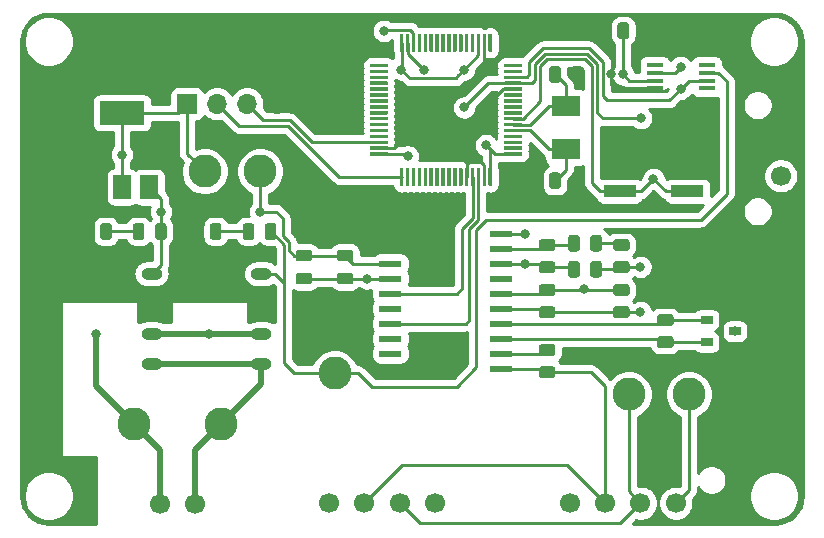
<source format=gbr>
G04 #@! TF.GenerationSoftware,KiCad,Pcbnew,(5.1.5)-3*
G04 #@! TF.CreationDate,2021-01-10T15:50:35-06:00*
G04 #@! TF.ProjectId,Power-SupplementalMonitoringPCB,506f7765-722d-4537-9570-706c656d656e,rev?*
G04 #@! TF.SameCoordinates,Original*
G04 #@! TF.FileFunction,Copper,L1,Top*
G04 #@! TF.FilePolarity,Positive*
%FSLAX46Y46*%
G04 Gerber Fmt 4.6, Leading zero omitted, Abs format (unit mm)*
G04 Created by KiCad (PCBNEW (5.1.5)-3) date 2021-01-10 15:50:35*
%MOMM*%
%LPD*%
G04 APERTURE LIST*
%ADD10C,0.100000*%
%ADD11R,2.750000X1.000000*%
%ADD12C,2.800000*%
%ADD13R,1.500000X2.000000*%
%ADD14R,3.800000X2.000000*%
%ADD15O,1.800000X1.000000*%
%ADD16R,1.950000X0.600000*%
%ADD17R,1.450000X0.450000*%
%ADD18O,1.700000X1.700000*%
%ADD19R,1.700000X1.700000*%
%ADD20C,1.700000*%
%ADD21R,2.400000X1.700000*%
%ADD22R,1.000000X0.700000*%
%ADD23C,0.800000*%
%ADD24C,0.250000*%
%ADD25C,0.500000*%
%ADD26C,0.254000*%
G04 APERTURE END LIST*
G04 #@! TA.AperFunction,SMDPad,CuDef*
D10*
G36*
X145905142Y-70901174D02*
G01*
X145928803Y-70904684D01*
X145952007Y-70910496D01*
X145974529Y-70918554D01*
X145996153Y-70928782D01*
X146016670Y-70941079D01*
X146035883Y-70955329D01*
X146053607Y-70971393D01*
X146069671Y-70989117D01*
X146083921Y-71008330D01*
X146096218Y-71028847D01*
X146106446Y-71050471D01*
X146114504Y-71072993D01*
X146120316Y-71096197D01*
X146123826Y-71119858D01*
X146125000Y-71143750D01*
X146125000Y-72056250D01*
X146123826Y-72080142D01*
X146120316Y-72103803D01*
X146114504Y-72127007D01*
X146106446Y-72149529D01*
X146096218Y-72171153D01*
X146083921Y-72191670D01*
X146069671Y-72210883D01*
X146053607Y-72228607D01*
X146035883Y-72244671D01*
X146016670Y-72258921D01*
X145996153Y-72271218D01*
X145974529Y-72281446D01*
X145952007Y-72289504D01*
X145928803Y-72295316D01*
X145905142Y-72298826D01*
X145881250Y-72300000D01*
X145393750Y-72300000D01*
X145369858Y-72298826D01*
X145346197Y-72295316D01*
X145322993Y-72289504D01*
X145300471Y-72281446D01*
X145278847Y-72271218D01*
X145258330Y-72258921D01*
X145239117Y-72244671D01*
X145221393Y-72228607D01*
X145205329Y-72210883D01*
X145191079Y-72191670D01*
X145178782Y-72171153D01*
X145168554Y-72149529D01*
X145160496Y-72127007D01*
X145154684Y-72103803D01*
X145151174Y-72080142D01*
X145150000Y-72056250D01*
X145150000Y-71143750D01*
X145151174Y-71119858D01*
X145154684Y-71096197D01*
X145160496Y-71072993D01*
X145168554Y-71050471D01*
X145178782Y-71028847D01*
X145191079Y-71008330D01*
X145205329Y-70989117D01*
X145221393Y-70971393D01*
X145239117Y-70955329D01*
X145258330Y-70941079D01*
X145278847Y-70928782D01*
X145300471Y-70918554D01*
X145322993Y-70910496D01*
X145346197Y-70904684D01*
X145369858Y-70901174D01*
X145393750Y-70900000D01*
X145881250Y-70900000D01*
X145905142Y-70901174D01*
G37*
G04 #@! TD.AperFunction*
G04 #@! TA.AperFunction,SMDPad,CuDef*
G36*
X144030142Y-70901174D02*
G01*
X144053803Y-70904684D01*
X144077007Y-70910496D01*
X144099529Y-70918554D01*
X144121153Y-70928782D01*
X144141670Y-70941079D01*
X144160883Y-70955329D01*
X144178607Y-70971393D01*
X144194671Y-70989117D01*
X144208921Y-71008330D01*
X144221218Y-71028847D01*
X144231446Y-71050471D01*
X144239504Y-71072993D01*
X144245316Y-71096197D01*
X144248826Y-71119858D01*
X144250000Y-71143750D01*
X144250000Y-72056250D01*
X144248826Y-72080142D01*
X144245316Y-72103803D01*
X144239504Y-72127007D01*
X144231446Y-72149529D01*
X144221218Y-72171153D01*
X144208921Y-72191670D01*
X144194671Y-72210883D01*
X144178607Y-72228607D01*
X144160883Y-72244671D01*
X144141670Y-72258921D01*
X144121153Y-72271218D01*
X144099529Y-72281446D01*
X144077007Y-72289504D01*
X144053803Y-72295316D01*
X144030142Y-72298826D01*
X144006250Y-72300000D01*
X143518750Y-72300000D01*
X143494858Y-72298826D01*
X143471197Y-72295316D01*
X143447993Y-72289504D01*
X143425471Y-72281446D01*
X143403847Y-72271218D01*
X143383330Y-72258921D01*
X143364117Y-72244671D01*
X143346393Y-72228607D01*
X143330329Y-72210883D01*
X143316079Y-72191670D01*
X143303782Y-72171153D01*
X143293554Y-72149529D01*
X143285496Y-72127007D01*
X143279684Y-72103803D01*
X143276174Y-72080142D01*
X143275000Y-72056250D01*
X143275000Y-71143750D01*
X143276174Y-71119858D01*
X143279684Y-71096197D01*
X143285496Y-71072993D01*
X143293554Y-71050471D01*
X143303782Y-71028847D01*
X143316079Y-71008330D01*
X143330329Y-70989117D01*
X143346393Y-70971393D01*
X143364117Y-70955329D01*
X143383330Y-70941079D01*
X143403847Y-70928782D01*
X143425471Y-70918554D01*
X143447993Y-70910496D01*
X143471197Y-70904684D01*
X143494858Y-70901174D01*
X143518750Y-70900000D01*
X144006250Y-70900000D01*
X144030142Y-70901174D01*
G37*
G04 #@! TD.AperFunction*
D11*
X151075000Y-81200000D03*
X145325000Y-81200000D03*
X145325000Y-85200000D03*
X151075000Y-85200000D03*
D12*
X110200000Y-83500000D03*
D13*
X100900000Y-84850000D03*
X105500000Y-84850000D03*
X103200000Y-84850000D03*
D14*
X103200000Y-78550000D03*
D15*
X115000000Y-92190000D03*
X115000000Y-94730000D03*
X115000000Y-97270000D03*
X115000000Y-99810000D03*
D12*
X121200000Y-100600000D03*
G04 #@! TA.AperFunction,SMDPad,CuDef*
D10*
G36*
X114180142Y-87901174D02*
G01*
X114203803Y-87904684D01*
X114227007Y-87910496D01*
X114249529Y-87918554D01*
X114271153Y-87928782D01*
X114291670Y-87941079D01*
X114310883Y-87955329D01*
X114328607Y-87971393D01*
X114344671Y-87989117D01*
X114358921Y-88008330D01*
X114371218Y-88028847D01*
X114381446Y-88050471D01*
X114389504Y-88072993D01*
X114395316Y-88096197D01*
X114398826Y-88119858D01*
X114400000Y-88143750D01*
X114400000Y-89056250D01*
X114398826Y-89080142D01*
X114395316Y-89103803D01*
X114389504Y-89127007D01*
X114381446Y-89149529D01*
X114371218Y-89171153D01*
X114358921Y-89191670D01*
X114344671Y-89210883D01*
X114328607Y-89228607D01*
X114310883Y-89244671D01*
X114291670Y-89258921D01*
X114271153Y-89271218D01*
X114249529Y-89281446D01*
X114227007Y-89289504D01*
X114203803Y-89295316D01*
X114180142Y-89298826D01*
X114156250Y-89300000D01*
X113668750Y-89300000D01*
X113644858Y-89298826D01*
X113621197Y-89295316D01*
X113597993Y-89289504D01*
X113575471Y-89281446D01*
X113553847Y-89271218D01*
X113533330Y-89258921D01*
X113514117Y-89244671D01*
X113496393Y-89228607D01*
X113480329Y-89210883D01*
X113466079Y-89191670D01*
X113453782Y-89171153D01*
X113443554Y-89149529D01*
X113435496Y-89127007D01*
X113429684Y-89103803D01*
X113426174Y-89080142D01*
X113425000Y-89056250D01*
X113425000Y-88143750D01*
X113426174Y-88119858D01*
X113429684Y-88096197D01*
X113435496Y-88072993D01*
X113443554Y-88050471D01*
X113453782Y-88028847D01*
X113466079Y-88008330D01*
X113480329Y-87989117D01*
X113496393Y-87971393D01*
X113514117Y-87955329D01*
X113533330Y-87941079D01*
X113553847Y-87928782D01*
X113575471Y-87918554D01*
X113597993Y-87910496D01*
X113621197Y-87904684D01*
X113644858Y-87901174D01*
X113668750Y-87900000D01*
X114156250Y-87900000D01*
X114180142Y-87901174D01*
G37*
G04 #@! TD.AperFunction*
G04 #@! TA.AperFunction,SMDPad,CuDef*
G36*
X116055142Y-87901174D02*
G01*
X116078803Y-87904684D01*
X116102007Y-87910496D01*
X116124529Y-87918554D01*
X116146153Y-87928782D01*
X116166670Y-87941079D01*
X116185883Y-87955329D01*
X116203607Y-87971393D01*
X116219671Y-87989117D01*
X116233921Y-88008330D01*
X116246218Y-88028847D01*
X116256446Y-88050471D01*
X116264504Y-88072993D01*
X116270316Y-88096197D01*
X116273826Y-88119858D01*
X116275000Y-88143750D01*
X116275000Y-89056250D01*
X116273826Y-89080142D01*
X116270316Y-89103803D01*
X116264504Y-89127007D01*
X116256446Y-89149529D01*
X116246218Y-89171153D01*
X116233921Y-89191670D01*
X116219671Y-89210883D01*
X116203607Y-89228607D01*
X116185883Y-89244671D01*
X116166670Y-89258921D01*
X116146153Y-89271218D01*
X116124529Y-89281446D01*
X116102007Y-89289504D01*
X116078803Y-89295316D01*
X116055142Y-89298826D01*
X116031250Y-89300000D01*
X115543750Y-89300000D01*
X115519858Y-89298826D01*
X115496197Y-89295316D01*
X115472993Y-89289504D01*
X115450471Y-89281446D01*
X115428847Y-89271218D01*
X115408330Y-89258921D01*
X115389117Y-89244671D01*
X115371393Y-89228607D01*
X115355329Y-89210883D01*
X115341079Y-89191670D01*
X115328782Y-89171153D01*
X115318554Y-89149529D01*
X115310496Y-89127007D01*
X115304684Y-89103803D01*
X115301174Y-89080142D01*
X115300000Y-89056250D01*
X115300000Y-88143750D01*
X115301174Y-88119858D01*
X115304684Y-88096197D01*
X115310496Y-88072993D01*
X115318554Y-88050471D01*
X115328782Y-88028847D01*
X115341079Y-88008330D01*
X115355329Y-87989117D01*
X115371393Y-87971393D01*
X115389117Y-87955329D01*
X115408330Y-87941079D01*
X115428847Y-87928782D01*
X115450471Y-87918554D01*
X115472993Y-87910496D01*
X115496197Y-87904684D01*
X115519858Y-87901174D01*
X115543750Y-87900000D01*
X116031250Y-87900000D01*
X116055142Y-87901174D01*
G37*
G04 #@! TD.AperFunction*
G04 #@! TA.AperFunction,SMDPad,CuDef*
G36*
X111405142Y-87901174D02*
G01*
X111428803Y-87904684D01*
X111452007Y-87910496D01*
X111474529Y-87918554D01*
X111496153Y-87928782D01*
X111516670Y-87941079D01*
X111535883Y-87955329D01*
X111553607Y-87971393D01*
X111569671Y-87989117D01*
X111583921Y-88008330D01*
X111596218Y-88028847D01*
X111606446Y-88050471D01*
X111614504Y-88072993D01*
X111620316Y-88096197D01*
X111623826Y-88119858D01*
X111625000Y-88143750D01*
X111625000Y-89056250D01*
X111623826Y-89080142D01*
X111620316Y-89103803D01*
X111614504Y-89127007D01*
X111606446Y-89149529D01*
X111596218Y-89171153D01*
X111583921Y-89191670D01*
X111569671Y-89210883D01*
X111553607Y-89228607D01*
X111535883Y-89244671D01*
X111516670Y-89258921D01*
X111496153Y-89271218D01*
X111474529Y-89281446D01*
X111452007Y-89289504D01*
X111428803Y-89295316D01*
X111405142Y-89298826D01*
X111381250Y-89300000D01*
X110893750Y-89300000D01*
X110869858Y-89298826D01*
X110846197Y-89295316D01*
X110822993Y-89289504D01*
X110800471Y-89281446D01*
X110778847Y-89271218D01*
X110758330Y-89258921D01*
X110739117Y-89244671D01*
X110721393Y-89228607D01*
X110705329Y-89210883D01*
X110691079Y-89191670D01*
X110678782Y-89171153D01*
X110668554Y-89149529D01*
X110660496Y-89127007D01*
X110654684Y-89103803D01*
X110651174Y-89080142D01*
X110650000Y-89056250D01*
X110650000Y-88143750D01*
X110651174Y-88119858D01*
X110654684Y-88096197D01*
X110660496Y-88072993D01*
X110668554Y-88050471D01*
X110678782Y-88028847D01*
X110691079Y-88008330D01*
X110705329Y-87989117D01*
X110721393Y-87971393D01*
X110739117Y-87955329D01*
X110758330Y-87941079D01*
X110778847Y-87928782D01*
X110800471Y-87918554D01*
X110822993Y-87910496D01*
X110846197Y-87904684D01*
X110869858Y-87901174D01*
X110893750Y-87900000D01*
X111381250Y-87900000D01*
X111405142Y-87901174D01*
G37*
G04 #@! TD.AperFunction*
G04 #@! TA.AperFunction,SMDPad,CuDef*
G36*
X109530142Y-87901174D02*
G01*
X109553803Y-87904684D01*
X109577007Y-87910496D01*
X109599529Y-87918554D01*
X109621153Y-87928782D01*
X109641670Y-87941079D01*
X109660883Y-87955329D01*
X109678607Y-87971393D01*
X109694671Y-87989117D01*
X109708921Y-88008330D01*
X109721218Y-88028847D01*
X109731446Y-88050471D01*
X109739504Y-88072993D01*
X109745316Y-88096197D01*
X109748826Y-88119858D01*
X109750000Y-88143750D01*
X109750000Y-89056250D01*
X109748826Y-89080142D01*
X109745316Y-89103803D01*
X109739504Y-89127007D01*
X109731446Y-89149529D01*
X109721218Y-89171153D01*
X109708921Y-89191670D01*
X109694671Y-89210883D01*
X109678607Y-89228607D01*
X109660883Y-89244671D01*
X109641670Y-89258921D01*
X109621153Y-89271218D01*
X109599529Y-89281446D01*
X109577007Y-89289504D01*
X109553803Y-89295316D01*
X109530142Y-89298826D01*
X109506250Y-89300000D01*
X109018750Y-89300000D01*
X108994858Y-89298826D01*
X108971197Y-89295316D01*
X108947993Y-89289504D01*
X108925471Y-89281446D01*
X108903847Y-89271218D01*
X108883330Y-89258921D01*
X108864117Y-89244671D01*
X108846393Y-89228607D01*
X108830329Y-89210883D01*
X108816079Y-89191670D01*
X108803782Y-89171153D01*
X108793554Y-89149529D01*
X108785496Y-89127007D01*
X108779684Y-89103803D01*
X108776174Y-89080142D01*
X108775000Y-89056250D01*
X108775000Y-88143750D01*
X108776174Y-88119858D01*
X108779684Y-88096197D01*
X108785496Y-88072993D01*
X108793554Y-88050471D01*
X108803782Y-88028847D01*
X108816079Y-88008330D01*
X108830329Y-87989117D01*
X108846393Y-87971393D01*
X108864117Y-87955329D01*
X108883330Y-87941079D01*
X108903847Y-87928782D01*
X108925471Y-87918554D01*
X108947993Y-87910496D01*
X108971197Y-87904684D01*
X108994858Y-87901174D01*
X109018750Y-87900000D01*
X109506250Y-87900000D01*
X109530142Y-87901174D01*
G37*
G04 #@! TD.AperFunction*
D16*
X135330000Y-88775000D03*
X135330000Y-90045000D03*
X135330000Y-91315000D03*
X135330000Y-92585000D03*
X135330000Y-93855000D03*
X135330000Y-95125000D03*
X135330000Y-96395000D03*
X135330000Y-97665000D03*
X135330000Y-98935000D03*
X135330000Y-100205000D03*
X125930000Y-100205000D03*
X125930000Y-98935000D03*
X125930000Y-97665000D03*
X125930000Y-96395000D03*
X125930000Y-95125000D03*
X125930000Y-93855000D03*
X125930000Y-92585000D03*
X125930000Y-91315000D03*
X125930000Y-90045000D03*
X125930000Y-88775000D03*
D17*
X152700000Y-74525000D03*
X152700000Y-75175000D03*
X152700000Y-75825000D03*
X152700000Y-76475000D03*
X148300000Y-76475000D03*
X148300000Y-75825000D03*
X148300000Y-75175000D03*
X148300000Y-74525000D03*
D18*
X116320000Y-77800000D03*
X113780000Y-77800000D03*
X111240000Y-77800000D03*
D19*
X108700000Y-77800000D03*
D20*
X126700000Y-111600000D03*
X123700000Y-111600000D03*
X120700000Y-111600000D03*
X129700000Y-111600000D03*
X147100000Y-111600000D03*
X144100000Y-111600000D03*
X141100000Y-111600000D03*
X150100000Y-111600000D03*
D21*
X140800000Y-77950000D03*
X140800000Y-81650000D03*
D15*
X105700000Y-92190000D03*
X105700000Y-94730000D03*
X105700000Y-97270000D03*
X105700000Y-99810000D03*
D22*
X155100000Y-97030000D03*
X152700000Y-97980000D03*
X152700000Y-96080000D03*
G04 #@! TA.AperFunction,SMDPad,CuDef*
D10*
G36*
X134462351Y-83200361D02*
G01*
X134469632Y-83201441D01*
X134476771Y-83203229D01*
X134483701Y-83205709D01*
X134490355Y-83208856D01*
X134496668Y-83212640D01*
X134502579Y-83217024D01*
X134508033Y-83221967D01*
X134512976Y-83227421D01*
X134517360Y-83233332D01*
X134521144Y-83239645D01*
X134524291Y-83246299D01*
X134526771Y-83253229D01*
X134528559Y-83260368D01*
X134529639Y-83267649D01*
X134530000Y-83275000D01*
X134530000Y-84675000D01*
X134529639Y-84682351D01*
X134528559Y-84689632D01*
X134526771Y-84696771D01*
X134524291Y-84703701D01*
X134521144Y-84710355D01*
X134517360Y-84716668D01*
X134512976Y-84722579D01*
X134508033Y-84728033D01*
X134502579Y-84732976D01*
X134496668Y-84737360D01*
X134490355Y-84741144D01*
X134483701Y-84744291D01*
X134476771Y-84746771D01*
X134469632Y-84748559D01*
X134462351Y-84749639D01*
X134455000Y-84750000D01*
X134305000Y-84750000D01*
X134297649Y-84749639D01*
X134290368Y-84748559D01*
X134283229Y-84746771D01*
X134276299Y-84744291D01*
X134269645Y-84741144D01*
X134263332Y-84737360D01*
X134257421Y-84732976D01*
X134251967Y-84728033D01*
X134247024Y-84722579D01*
X134242640Y-84716668D01*
X134238856Y-84710355D01*
X134235709Y-84703701D01*
X134233229Y-84696771D01*
X134231441Y-84689632D01*
X134230361Y-84682351D01*
X134230000Y-84675000D01*
X134230000Y-83275000D01*
X134230361Y-83267649D01*
X134231441Y-83260368D01*
X134233229Y-83253229D01*
X134235709Y-83246299D01*
X134238856Y-83239645D01*
X134242640Y-83233332D01*
X134247024Y-83227421D01*
X134251967Y-83221967D01*
X134257421Y-83217024D01*
X134263332Y-83212640D01*
X134269645Y-83208856D01*
X134276299Y-83205709D01*
X134283229Y-83203229D01*
X134290368Y-83201441D01*
X134297649Y-83200361D01*
X134305000Y-83200000D01*
X134455000Y-83200000D01*
X134462351Y-83200361D01*
G37*
G04 #@! TD.AperFunction*
G04 #@! TA.AperFunction,SMDPad,CuDef*
G36*
X133962351Y-83200361D02*
G01*
X133969632Y-83201441D01*
X133976771Y-83203229D01*
X133983701Y-83205709D01*
X133990355Y-83208856D01*
X133996668Y-83212640D01*
X134002579Y-83217024D01*
X134008033Y-83221967D01*
X134012976Y-83227421D01*
X134017360Y-83233332D01*
X134021144Y-83239645D01*
X134024291Y-83246299D01*
X134026771Y-83253229D01*
X134028559Y-83260368D01*
X134029639Y-83267649D01*
X134030000Y-83275000D01*
X134030000Y-84675000D01*
X134029639Y-84682351D01*
X134028559Y-84689632D01*
X134026771Y-84696771D01*
X134024291Y-84703701D01*
X134021144Y-84710355D01*
X134017360Y-84716668D01*
X134012976Y-84722579D01*
X134008033Y-84728033D01*
X134002579Y-84732976D01*
X133996668Y-84737360D01*
X133990355Y-84741144D01*
X133983701Y-84744291D01*
X133976771Y-84746771D01*
X133969632Y-84748559D01*
X133962351Y-84749639D01*
X133955000Y-84750000D01*
X133805000Y-84750000D01*
X133797649Y-84749639D01*
X133790368Y-84748559D01*
X133783229Y-84746771D01*
X133776299Y-84744291D01*
X133769645Y-84741144D01*
X133763332Y-84737360D01*
X133757421Y-84732976D01*
X133751967Y-84728033D01*
X133747024Y-84722579D01*
X133742640Y-84716668D01*
X133738856Y-84710355D01*
X133735709Y-84703701D01*
X133733229Y-84696771D01*
X133731441Y-84689632D01*
X133730361Y-84682351D01*
X133730000Y-84675000D01*
X133730000Y-83275000D01*
X133730361Y-83267649D01*
X133731441Y-83260368D01*
X133733229Y-83253229D01*
X133735709Y-83246299D01*
X133738856Y-83239645D01*
X133742640Y-83233332D01*
X133747024Y-83227421D01*
X133751967Y-83221967D01*
X133757421Y-83217024D01*
X133763332Y-83212640D01*
X133769645Y-83208856D01*
X133776299Y-83205709D01*
X133783229Y-83203229D01*
X133790368Y-83201441D01*
X133797649Y-83200361D01*
X133805000Y-83200000D01*
X133955000Y-83200000D01*
X133962351Y-83200361D01*
G37*
G04 #@! TD.AperFunction*
G04 #@! TA.AperFunction,SMDPad,CuDef*
G36*
X133462351Y-83200361D02*
G01*
X133469632Y-83201441D01*
X133476771Y-83203229D01*
X133483701Y-83205709D01*
X133490355Y-83208856D01*
X133496668Y-83212640D01*
X133502579Y-83217024D01*
X133508033Y-83221967D01*
X133512976Y-83227421D01*
X133517360Y-83233332D01*
X133521144Y-83239645D01*
X133524291Y-83246299D01*
X133526771Y-83253229D01*
X133528559Y-83260368D01*
X133529639Y-83267649D01*
X133530000Y-83275000D01*
X133530000Y-84675000D01*
X133529639Y-84682351D01*
X133528559Y-84689632D01*
X133526771Y-84696771D01*
X133524291Y-84703701D01*
X133521144Y-84710355D01*
X133517360Y-84716668D01*
X133512976Y-84722579D01*
X133508033Y-84728033D01*
X133502579Y-84732976D01*
X133496668Y-84737360D01*
X133490355Y-84741144D01*
X133483701Y-84744291D01*
X133476771Y-84746771D01*
X133469632Y-84748559D01*
X133462351Y-84749639D01*
X133455000Y-84750000D01*
X133305000Y-84750000D01*
X133297649Y-84749639D01*
X133290368Y-84748559D01*
X133283229Y-84746771D01*
X133276299Y-84744291D01*
X133269645Y-84741144D01*
X133263332Y-84737360D01*
X133257421Y-84732976D01*
X133251967Y-84728033D01*
X133247024Y-84722579D01*
X133242640Y-84716668D01*
X133238856Y-84710355D01*
X133235709Y-84703701D01*
X133233229Y-84696771D01*
X133231441Y-84689632D01*
X133230361Y-84682351D01*
X133230000Y-84675000D01*
X133230000Y-83275000D01*
X133230361Y-83267649D01*
X133231441Y-83260368D01*
X133233229Y-83253229D01*
X133235709Y-83246299D01*
X133238856Y-83239645D01*
X133242640Y-83233332D01*
X133247024Y-83227421D01*
X133251967Y-83221967D01*
X133257421Y-83217024D01*
X133263332Y-83212640D01*
X133269645Y-83208856D01*
X133276299Y-83205709D01*
X133283229Y-83203229D01*
X133290368Y-83201441D01*
X133297649Y-83200361D01*
X133305000Y-83200000D01*
X133455000Y-83200000D01*
X133462351Y-83200361D01*
G37*
G04 #@! TD.AperFunction*
G04 #@! TA.AperFunction,SMDPad,CuDef*
G36*
X132962351Y-83200361D02*
G01*
X132969632Y-83201441D01*
X132976771Y-83203229D01*
X132983701Y-83205709D01*
X132990355Y-83208856D01*
X132996668Y-83212640D01*
X133002579Y-83217024D01*
X133008033Y-83221967D01*
X133012976Y-83227421D01*
X133017360Y-83233332D01*
X133021144Y-83239645D01*
X133024291Y-83246299D01*
X133026771Y-83253229D01*
X133028559Y-83260368D01*
X133029639Y-83267649D01*
X133030000Y-83275000D01*
X133030000Y-84675000D01*
X133029639Y-84682351D01*
X133028559Y-84689632D01*
X133026771Y-84696771D01*
X133024291Y-84703701D01*
X133021144Y-84710355D01*
X133017360Y-84716668D01*
X133012976Y-84722579D01*
X133008033Y-84728033D01*
X133002579Y-84732976D01*
X132996668Y-84737360D01*
X132990355Y-84741144D01*
X132983701Y-84744291D01*
X132976771Y-84746771D01*
X132969632Y-84748559D01*
X132962351Y-84749639D01*
X132955000Y-84750000D01*
X132805000Y-84750000D01*
X132797649Y-84749639D01*
X132790368Y-84748559D01*
X132783229Y-84746771D01*
X132776299Y-84744291D01*
X132769645Y-84741144D01*
X132763332Y-84737360D01*
X132757421Y-84732976D01*
X132751967Y-84728033D01*
X132747024Y-84722579D01*
X132742640Y-84716668D01*
X132738856Y-84710355D01*
X132735709Y-84703701D01*
X132733229Y-84696771D01*
X132731441Y-84689632D01*
X132730361Y-84682351D01*
X132730000Y-84675000D01*
X132730000Y-83275000D01*
X132730361Y-83267649D01*
X132731441Y-83260368D01*
X132733229Y-83253229D01*
X132735709Y-83246299D01*
X132738856Y-83239645D01*
X132742640Y-83233332D01*
X132747024Y-83227421D01*
X132751967Y-83221967D01*
X132757421Y-83217024D01*
X132763332Y-83212640D01*
X132769645Y-83208856D01*
X132776299Y-83205709D01*
X132783229Y-83203229D01*
X132790368Y-83201441D01*
X132797649Y-83200361D01*
X132805000Y-83200000D01*
X132955000Y-83200000D01*
X132962351Y-83200361D01*
G37*
G04 #@! TD.AperFunction*
G04 #@! TA.AperFunction,SMDPad,CuDef*
G36*
X132462351Y-83200361D02*
G01*
X132469632Y-83201441D01*
X132476771Y-83203229D01*
X132483701Y-83205709D01*
X132490355Y-83208856D01*
X132496668Y-83212640D01*
X132502579Y-83217024D01*
X132508033Y-83221967D01*
X132512976Y-83227421D01*
X132517360Y-83233332D01*
X132521144Y-83239645D01*
X132524291Y-83246299D01*
X132526771Y-83253229D01*
X132528559Y-83260368D01*
X132529639Y-83267649D01*
X132530000Y-83275000D01*
X132530000Y-84675000D01*
X132529639Y-84682351D01*
X132528559Y-84689632D01*
X132526771Y-84696771D01*
X132524291Y-84703701D01*
X132521144Y-84710355D01*
X132517360Y-84716668D01*
X132512976Y-84722579D01*
X132508033Y-84728033D01*
X132502579Y-84732976D01*
X132496668Y-84737360D01*
X132490355Y-84741144D01*
X132483701Y-84744291D01*
X132476771Y-84746771D01*
X132469632Y-84748559D01*
X132462351Y-84749639D01*
X132455000Y-84750000D01*
X132305000Y-84750000D01*
X132297649Y-84749639D01*
X132290368Y-84748559D01*
X132283229Y-84746771D01*
X132276299Y-84744291D01*
X132269645Y-84741144D01*
X132263332Y-84737360D01*
X132257421Y-84732976D01*
X132251967Y-84728033D01*
X132247024Y-84722579D01*
X132242640Y-84716668D01*
X132238856Y-84710355D01*
X132235709Y-84703701D01*
X132233229Y-84696771D01*
X132231441Y-84689632D01*
X132230361Y-84682351D01*
X132230000Y-84675000D01*
X132230000Y-83275000D01*
X132230361Y-83267649D01*
X132231441Y-83260368D01*
X132233229Y-83253229D01*
X132235709Y-83246299D01*
X132238856Y-83239645D01*
X132242640Y-83233332D01*
X132247024Y-83227421D01*
X132251967Y-83221967D01*
X132257421Y-83217024D01*
X132263332Y-83212640D01*
X132269645Y-83208856D01*
X132276299Y-83205709D01*
X132283229Y-83203229D01*
X132290368Y-83201441D01*
X132297649Y-83200361D01*
X132305000Y-83200000D01*
X132455000Y-83200000D01*
X132462351Y-83200361D01*
G37*
G04 #@! TD.AperFunction*
G04 #@! TA.AperFunction,SMDPad,CuDef*
G36*
X131962351Y-83200361D02*
G01*
X131969632Y-83201441D01*
X131976771Y-83203229D01*
X131983701Y-83205709D01*
X131990355Y-83208856D01*
X131996668Y-83212640D01*
X132002579Y-83217024D01*
X132008033Y-83221967D01*
X132012976Y-83227421D01*
X132017360Y-83233332D01*
X132021144Y-83239645D01*
X132024291Y-83246299D01*
X132026771Y-83253229D01*
X132028559Y-83260368D01*
X132029639Y-83267649D01*
X132030000Y-83275000D01*
X132030000Y-84675000D01*
X132029639Y-84682351D01*
X132028559Y-84689632D01*
X132026771Y-84696771D01*
X132024291Y-84703701D01*
X132021144Y-84710355D01*
X132017360Y-84716668D01*
X132012976Y-84722579D01*
X132008033Y-84728033D01*
X132002579Y-84732976D01*
X131996668Y-84737360D01*
X131990355Y-84741144D01*
X131983701Y-84744291D01*
X131976771Y-84746771D01*
X131969632Y-84748559D01*
X131962351Y-84749639D01*
X131955000Y-84750000D01*
X131805000Y-84750000D01*
X131797649Y-84749639D01*
X131790368Y-84748559D01*
X131783229Y-84746771D01*
X131776299Y-84744291D01*
X131769645Y-84741144D01*
X131763332Y-84737360D01*
X131757421Y-84732976D01*
X131751967Y-84728033D01*
X131747024Y-84722579D01*
X131742640Y-84716668D01*
X131738856Y-84710355D01*
X131735709Y-84703701D01*
X131733229Y-84696771D01*
X131731441Y-84689632D01*
X131730361Y-84682351D01*
X131730000Y-84675000D01*
X131730000Y-83275000D01*
X131730361Y-83267649D01*
X131731441Y-83260368D01*
X131733229Y-83253229D01*
X131735709Y-83246299D01*
X131738856Y-83239645D01*
X131742640Y-83233332D01*
X131747024Y-83227421D01*
X131751967Y-83221967D01*
X131757421Y-83217024D01*
X131763332Y-83212640D01*
X131769645Y-83208856D01*
X131776299Y-83205709D01*
X131783229Y-83203229D01*
X131790368Y-83201441D01*
X131797649Y-83200361D01*
X131805000Y-83200000D01*
X131955000Y-83200000D01*
X131962351Y-83200361D01*
G37*
G04 #@! TD.AperFunction*
G04 #@! TA.AperFunction,SMDPad,CuDef*
G36*
X131462351Y-83200361D02*
G01*
X131469632Y-83201441D01*
X131476771Y-83203229D01*
X131483701Y-83205709D01*
X131490355Y-83208856D01*
X131496668Y-83212640D01*
X131502579Y-83217024D01*
X131508033Y-83221967D01*
X131512976Y-83227421D01*
X131517360Y-83233332D01*
X131521144Y-83239645D01*
X131524291Y-83246299D01*
X131526771Y-83253229D01*
X131528559Y-83260368D01*
X131529639Y-83267649D01*
X131530000Y-83275000D01*
X131530000Y-84675000D01*
X131529639Y-84682351D01*
X131528559Y-84689632D01*
X131526771Y-84696771D01*
X131524291Y-84703701D01*
X131521144Y-84710355D01*
X131517360Y-84716668D01*
X131512976Y-84722579D01*
X131508033Y-84728033D01*
X131502579Y-84732976D01*
X131496668Y-84737360D01*
X131490355Y-84741144D01*
X131483701Y-84744291D01*
X131476771Y-84746771D01*
X131469632Y-84748559D01*
X131462351Y-84749639D01*
X131455000Y-84750000D01*
X131305000Y-84750000D01*
X131297649Y-84749639D01*
X131290368Y-84748559D01*
X131283229Y-84746771D01*
X131276299Y-84744291D01*
X131269645Y-84741144D01*
X131263332Y-84737360D01*
X131257421Y-84732976D01*
X131251967Y-84728033D01*
X131247024Y-84722579D01*
X131242640Y-84716668D01*
X131238856Y-84710355D01*
X131235709Y-84703701D01*
X131233229Y-84696771D01*
X131231441Y-84689632D01*
X131230361Y-84682351D01*
X131230000Y-84675000D01*
X131230000Y-83275000D01*
X131230361Y-83267649D01*
X131231441Y-83260368D01*
X131233229Y-83253229D01*
X131235709Y-83246299D01*
X131238856Y-83239645D01*
X131242640Y-83233332D01*
X131247024Y-83227421D01*
X131251967Y-83221967D01*
X131257421Y-83217024D01*
X131263332Y-83212640D01*
X131269645Y-83208856D01*
X131276299Y-83205709D01*
X131283229Y-83203229D01*
X131290368Y-83201441D01*
X131297649Y-83200361D01*
X131305000Y-83200000D01*
X131455000Y-83200000D01*
X131462351Y-83200361D01*
G37*
G04 #@! TD.AperFunction*
G04 #@! TA.AperFunction,SMDPad,CuDef*
G36*
X130962351Y-83200361D02*
G01*
X130969632Y-83201441D01*
X130976771Y-83203229D01*
X130983701Y-83205709D01*
X130990355Y-83208856D01*
X130996668Y-83212640D01*
X131002579Y-83217024D01*
X131008033Y-83221967D01*
X131012976Y-83227421D01*
X131017360Y-83233332D01*
X131021144Y-83239645D01*
X131024291Y-83246299D01*
X131026771Y-83253229D01*
X131028559Y-83260368D01*
X131029639Y-83267649D01*
X131030000Y-83275000D01*
X131030000Y-84675000D01*
X131029639Y-84682351D01*
X131028559Y-84689632D01*
X131026771Y-84696771D01*
X131024291Y-84703701D01*
X131021144Y-84710355D01*
X131017360Y-84716668D01*
X131012976Y-84722579D01*
X131008033Y-84728033D01*
X131002579Y-84732976D01*
X130996668Y-84737360D01*
X130990355Y-84741144D01*
X130983701Y-84744291D01*
X130976771Y-84746771D01*
X130969632Y-84748559D01*
X130962351Y-84749639D01*
X130955000Y-84750000D01*
X130805000Y-84750000D01*
X130797649Y-84749639D01*
X130790368Y-84748559D01*
X130783229Y-84746771D01*
X130776299Y-84744291D01*
X130769645Y-84741144D01*
X130763332Y-84737360D01*
X130757421Y-84732976D01*
X130751967Y-84728033D01*
X130747024Y-84722579D01*
X130742640Y-84716668D01*
X130738856Y-84710355D01*
X130735709Y-84703701D01*
X130733229Y-84696771D01*
X130731441Y-84689632D01*
X130730361Y-84682351D01*
X130730000Y-84675000D01*
X130730000Y-83275000D01*
X130730361Y-83267649D01*
X130731441Y-83260368D01*
X130733229Y-83253229D01*
X130735709Y-83246299D01*
X130738856Y-83239645D01*
X130742640Y-83233332D01*
X130747024Y-83227421D01*
X130751967Y-83221967D01*
X130757421Y-83217024D01*
X130763332Y-83212640D01*
X130769645Y-83208856D01*
X130776299Y-83205709D01*
X130783229Y-83203229D01*
X130790368Y-83201441D01*
X130797649Y-83200361D01*
X130805000Y-83200000D01*
X130955000Y-83200000D01*
X130962351Y-83200361D01*
G37*
G04 #@! TD.AperFunction*
G04 #@! TA.AperFunction,SMDPad,CuDef*
G36*
X130462351Y-83200361D02*
G01*
X130469632Y-83201441D01*
X130476771Y-83203229D01*
X130483701Y-83205709D01*
X130490355Y-83208856D01*
X130496668Y-83212640D01*
X130502579Y-83217024D01*
X130508033Y-83221967D01*
X130512976Y-83227421D01*
X130517360Y-83233332D01*
X130521144Y-83239645D01*
X130524291Y-83246299D01*
X130526771Y-83253229D01*
X130528559Y-83260368D01*
X130529639Y-83267649D01*
X130530000Y-83275000D01*
X130530000Y-84675000D01*
X130529639Y-84682351D01*
X130528559Y-84689632D01*
X130526771Y-84696771D01*
X130524291Y-84703701D01*
X130521144Y-84710355D01*
X130517360Y-84716668D01*
X130512976Y-84722579D01*
X130508033Y-84728033D01*
X130502579Y-84732976D01*
X130496668Y-84737360D01*
X130490355Y-84741144D01*
X130483701Y-84744291D01*
X130476771Y-84746771D01*
X130469632Y-84748559D01*
X130462351Y-84749639D01*
X130455000Y-84750000D01*
X130305000Y-84750000D01*
X130297649Y-84749639D01*
X130290368Y-84748559D01*
X130283229Y-84746771D01*
X130276299Y-84744291D01*
X130269645Y-84741144D01*
X130263332Y-84737360D01*
X130257421Y-84732976D01*
X130251967Y-84728033D01*
X130247024Y-84722579D01*
X130242640Y-84716668D01*
X130238856Y-84710355D01*
X130235709Y-84703701D01*
X130233229Y-84696771D01*
X130231441Y-84689632D01*
X130230361Y-84682351D01*
X130230000Y-84675000D01*
X130230000Y-83275000D01*
X130230361Y-83267649D01*
X130231441Y-83260368D01*
X130233229Y-83253229D01*
X130235709Y-83246299D01*
X130238856Y-83239645D01*
X130242640Y-83233332D01*
X130247024Y-83227421D01*
X130251967Y-83221967D01*
X130257421Y-83217024D01*
X130263332Y-83212640D01*
X130269645Y-83208856D01*
X130276299Y-83205709D01*
X130283229Y-83203229D01*
X130290368Y-83201441D01*
X130297649Y-83200361D01*
X130305000Y-83200000D01*
X130455000Y-83200000D01*
X130462351Y-83200361D01*
G37*
G04 #@! TD.AperFunction*
G04 #@! TA.AperFunction,SMDPad,CuDef*
G36*
X129962351Y-83200361D02*
G01*
X129969632Y-83201441D01*
X129976771Y-83203229D01*
X129983701Y-83205709D01*
X129990355Y-83208856D01*
X129996668Y-83212640D01*
X130002579Y-83217024D01*
X130008033Y-83221967D01*
X130012976Y-83227421D01*
X130017360Y-83233332D01*
X130021144Y-83239645D01*
X130024291Y-83246299D01*
X130026771Y-83253229D01*
X130028559Y-83260368D01*
X130029639Y-83267649D01*
X130030000Y-83275000D01*
X130030000Y-84675000D01*
X130029639Y-84682351D01*
X130028559Y-84689632D01*
X130026771Y-84696771D01*
X130024291Y-84703701D01*
X130021144Y-84710355D01*
X130017360Y-84716668D01*
X130012976Y-84722579D01*
X130008033Y-84728033D01*
X130002579Y-84732976D01*
X129996668Y-84737360D01*
X129990355Y-84741144D01*
X129983701Y-84744291D01*
X129976771Y-84746771D01*
X129969632Y-84748559D01*
X129962351Y-84749639D01*
X129955000Y-84750000D01*
X129805000Y-84750000D01*
X129797649Y-84749639D01*
X129790368Y-84748559D01*
X129783229Y-84746771D01*
X129776299Y-84744291D01*
X129769645Y-84741144D01*
X129763332Y-84737360D01*
X129757421Y-84732976D01*
X129751967Y-84728033D01*
X129747024Y-84722579D01*
X129742640Y-84716668D01*
X129738856Y-84710355D01*
X129735709Y-84703701D01*
X129733229Y-84696771D01*
X129731441Y-84689632D01*
X129730361Y-84682351D01*
X129730000Y-84675000D01*
X129730000Y-83275000D01*
X129730361Y-83267649D01*
X129731441Y-83260368D01*
X129733229Y-83253229D01*
X129735709Y-83246299D01*
X129738856Y-83239645D01*
X129742640Y-83233332D01*
X129747024Y-83227421D01*
X129751967Y-83221967D01*
X129757421Y-83217024D01*
X129763332Y-83212640D01*
X129769645Y-83208856D01*
X129776299Y-83205709D01*
X129783229Y-83203229D01*
X129790368Y-83201441D01*
X129797649Y-83200361D01*
X129805000Y-83200000D01*
X129955000Y-83200000D01*
X129962351Y-83200361D01*
G37*
G04 #@! TD.AperFunction*
G04 #@! TA.AperFunction,SMDPad,CuDef*
G36*
X129462351Y-83200361D02*
G01*
X129469632Y-83201441D01*
X129476771Y-83203229D01*
X129483701Y-83205709D01*
X129490355Y-83208856D01*
X129496668Y-83212640D01*
X129502579Y-83217024D01*
X129508033Y-83221967D01*
X129512976Y-83227421D01*
X129517360Y-83233332D01*
X129521144Y-83239645D01*
X129524291Y-83246299D01*
X129526771Y-83253229D01*
X129528559Y-83260368D01*
X129529639Y-83267649D01*
X129530000Y-83275000D01*
X129530000Y-84675000D01*
X129529639Y-84682351D01*
X129528559Y-84689632D01*
X129526771Y-84696771D01*
X129524291Y-84703701D01*
X129521144Y-84710355D01*
X129517360Y-84716668D01*
X129512976Y-84722579D01*
X129508033Y-84728033D01*
X129502579Y-84732976D01*
X129496668Y-84737360D01*
X129490355Y-84741144D01*
X129483701Y-84744291D01*
X129476771Y-84746771D01*
X129469632Y-84748559D01*
X129462351Y-84749639D01*
X129455000Y-84750000D01*
X129305000Y-84750000D01*
X129297649Y-84749639D01*
X129290368Y-84748559D01*
X129283229Y-84746771D01*
X129276299Y-84744291D01*
X129269645Y-84741144D01*
X129263332Y-84737360D01*
X129257421Y-84732976D01*
X129251967Y-84728033D01*
X129247024Y-84722579D01*
X129242640Y-84716668D01*
X129238856Y-84710355D01*
X129235709Y-84703701D01*
X129233229Y-84696771D01*
X129231441Y-84689632D01*
X129230361Y-84682351D01*
X129230000Y-84675000D01*
X129230000Y-83275000D01*
X129230361Y-83267649D01*
X129231441Y-83260368D01*
X129233229Y-83253229D01*
X129235709Y-83246299D01*
X129238856Y-83239645D01*
X129242640Y-83233332D01*
X129247024Y-83227421D01*
X129251967Y-83221967D01*
X129257421Y-83217024D01*
X129263332Y-83212640D01*
X129269645Y-83208856D01*
X129276299Y-83205709D01*
X129283229Y-83203229D01*
X129290368Y-83201441D01*
X129297649Y-83200361D01*
X129305000Y-83200000D01*
X129455000Y-83200000D01*
X129462351Y-83200361D01*
G37*
G04 #@! TD.AperFunction*
G04 #@! TA.AperFunction,SMDPad,CuDef*
G36*
X128962351Y-83200361D02*
G01*
X128969632Y-83201441D01*
X128976771Y-83203229D01*
X128983701Y-83205709D01*
X128990355Y-83208856D01*
X128996668Y-83212640D01*
X129002579Y-83217024D01*
X129008033Y-83221967D01*
X129012976Y-83227421D01*
X129017360Y-83233332D01*
X129021144Y-83239645D01*
X129024291Y-83246299D01*
X129026771Y-83253229D01*
X129028559Y-83260368D01*
X129029639Y-83267649D01*
X129030000Y-83275000D01*
X129030000Y-84675000D01*
X129029639Y-84682351D01*
X129028559Y-84689632D01*
X129026771Y-84696771D01*
X129024291Y-84703701D01*
X129021144Y-84710355D01*
X129017360Y-84716668D01*
X129012976Y-84722579D01*
X129008033Y-84728033D01*
X129002579Y-84732976D01*
X128996668Y-84737360D01*
X128990355Y-84741144D01*
X128983701Y-84744291D01*
X128976771Y-84746771D01*
X128969632Y-84748559D01*
X128962351Y-84749639D01*
X128955000Y-84750000D01*
X128805000Y-84750000D01*
X128797649Y-84749639D01*
X128790368Y-84748559D01*
X128783229Y-84746771D01*
X128776299Y-84744291D01*
X128769645Y-84741144D01*
X128763332Y-84737360D01*
X128757421Y-84732976D01*
X128751967Y-84728033D01*
X128747024Y-84722579D01*
X128742640Y-84716668D01*
X128738856Y-84710355D01*
X128735709Y-84703701D01*
X128733229Y-84696771D01*
X128731441Y-84689632D01*
X128730361Y-84682351D01*
X128730000Y-84675000D01*
X128730000Y-83275000D01*
X128730361Y-83267649D01*
X128731441Y-83260368D01*
X128733229Y-83253229D01*
X128735709Y-83246299D01*
X128738856Y-83239645D01*
X128742640Y-83233332D01*
X128747024Y-83227421D01*
X128751967Y-83221967D01*
X128757421Y-83217024D01*
X128763332Y-83212640D01*
X128769645Y-83208856D01*
X128776299Y-83205709D01*
X128783229Y-83203229D01*
X128790368Y-83201441D01*
X128797649Y-83200361D01*
X128805000Y-83200000D01*
X128955000Y-83200000D01*
X128962351Y-83200361D01*
G37*
G04 #@! TD.AperFunction*
G04 #@! TA.AperFunction,SMDPad,CuDef*
G36*
X128462351Y-83200361D02*
G01*
X128469632Y-83201441D01*
X128476771Y-83203229D01*
X128483701Y-83205709D01*
X128490355Y-83208856D01*
X128496668Y-83212640D01*
X128502579Y-83217024D01*
X128508033Y-83221967D01*
X128512976Y-83227421D01*
X128517360Y-83233332D01*
X128521144Y-83239645D01*
X128524291Y-83246299D01*
X128526771Y-83253229D01*
X128528559Y-83260368D01*
X128529639Y-83267649D01*
X128530000Y-83275000D01*
X128530000Y-84675000D01*
X128529639Y-84682351D01*
X128528559Y-84689632D01*
X128526771Y-84696771D01*
X128524291Y-84703701D01*
X128521144Y-84710355D01*
X128517360Y-84716668D01*
X128512976Y-84722579D01*
X128508033Y-84728033D01*
X128502579Y-84732976D01*
X128496668Y-84737360D01*
X128490355Y-84741144D01*
X128483701Y-84744291D01*
X128476771Y-84746771D01*
X128469632Y-84748559D01*
X128462351Y-84749639D01*
X128455000Y-84750000D01*
X128305000Y-84750000D01*
X128297649Y-84749639D01*
X128290368Y-84748559D01*
X128283229Y-84746771D01*
X128276299Y-84744291D01*
X128269645Y-84741144D01*
X128263332Y-84737360D01*
X128257421Y-84732976D01*
X128251967Y-84728033D01*
X128247024Y-84722579D01*
X128242640Y-84716668D01*
X128238856Y-84710355D01*
X128235709Y-84703701D01*
X128233229Y-84696771D01*
X128231441Y-84689632D01*
X128230361Y-84682351D01*
X128230000Y-84675000D01*
X128230000Y-83275000D01*
X128230361Y-83267649D01*
X128231441Y-83260368D01*
X128233229Y-83253229D01*
X128235709Y-83246299D01*
X128238856Y-83239645D01*
X128242640Y-83233332D01*
X128247024Y-83227421D01*
X128251967Y-83221967D01*
X128257421Y-83217024D01*
X128263332Y-83212640D01*
X128269645Y-83208856D01*
X128276299Y-83205709D01*
X128283229Y-83203229D01*
X128290368Y-83201441D01*
X128297649Y-83200361D01*
X128305000Y-83200000D01*
X128455000Y-83200000D01*
X128462351Y-83200361D01*
G37*
G04 #@! TD.AperFunction*
G04 #@! TA.AperFunction,SMDPad,CuDef*
G36*
X127962351Y-83200361D02*
G01*
X127969632Y-83201441D01*
X127976771Y-83203229D01*
X127983701Y-83205709D01*
X127990355Y-83208856D01*
X127996668Y-83212640D01*
X128002579Y-83217024D01*
X128008033Y-83221967D01*
X128012976Y-83227421D01*
X128017360Y-83233332D01*
X128021144Y-83239645D01*
X128024291Y-83246299D01*
X128026771Y-83253229D01*
X128028559Y-83260368D01*
X128029639Y-83267649D01*
X128030000Y-83275000D01*
X128030000Y-84675000D01*
X128029639Y-84682351D01*
X128028559Y-84689632D01*
X128026771Y-84696771D01*
X128024291Y-84703701D01*
X128021144Y-84710355D01*
X128017360Y-84716668D01*
X128012976Y-84722579D01*
X128008033Y-84728033D01*
X128002579Y-84732976D01*
X127996668Y-84737360D01*
X127990355Y-84741144D01*
X127983701Y-84744291D01*
X127976771Y-84746771D01*
X127969632Y-84748559D01*
X127962351Y-84749639D01*
X127955000Y-84750000D01*
X127805000Y-84750000D01*
X127797649Y-84749639D01*
X127790368Y-84748559D01*
X127783229Y-84746771D01*
X127776299Y-84744291D01*
X127769645Y-84741144D01*
X127763332Y-84737360D01*
X127757421Y-84732976D01*
X127751967Y-84728033D01*
X127747024Y-84722579D01*
X127742640Y-84716668D01*
X127738856Y-84710355D01*
X127735709Y-84703701D01*
X127733229Y-84696771D01*
X127731441Y-84689632D01*
X127730361Y-84682351D01*
X127730000Y-84675000D01*
X127730000Y-83275000D01*
X127730361Y-83267649D01*
X127731441Y-83260368D01*
X127733229Y-83253229D01*
X127735709Y-83246299D01*
X127738856Y-83239645D01*
X127742640Y-83233332D01*
X127747024Y-83227421D01*
X127751967Y-83221967D01*
X127757421Y-83217024D01*
X127763332Y-83212640D01*
X127769645Y-83208856D01*
X127776299Y-83205709D01*
X127783229Y-83203229D01*
X127790368Y-83201441D01*
X127797649Y-83200361D01*
X127805000Y-83200000D01*
X127955000Y-83200000D01*
X127962351Y-83200361D01*
G37*
G04 #@! TD.AperFunction*
G04 #@! TA.AperFunction,SMDPad,CuDef*
G36*
X127462351Y-83200361D02*
G01*
X127469632Y-83201441D01*
X127476771Y-83203229D01*
X127483701Y-83205709D01*
X127490355Y-83208856D01*
X127496668Y-83212640D01*
X127502579Y-83217024D01*
X127508033Y-83221967D01*
X127512976Y-83227421D01*
X127517360Y-83233332D01*
X127521144Y-83239645D01*
X127524291Y-83246299D01*
X127526771Y-83253229D01*
X127528559Y-83260368D01*
X127529639Y-83267649D01*
X127530000Y-83275000D01*
X127530000Y-84675000D01*
X127529639Y-84682351D01*
X127528559Y-84689632D01*
X127526771Y-84696771D01*
X127524291Y-84703701D01*
X127521144Y-84710355D01*
X127517360Y-84716668D01*
X127512976Y-84722579D01*
X127508033Y-84728033D01*
X127502579Y-84732976D01*
X127496668Y-84737360D01*
X127490355Y-84741144D01*
X127483701Y-84744291D01*
X127476771Y-84746771D01*
X127469632Y-84748559D01*
X127462351Y-84749639D01*
X127455000Y-84750000D01*
X127305000Y-84750000D01*
X127297649Y-84749639D01*
X127290368Y-84748559D01*
X127283229Y-84746771D01*
X127276299Y-84744291D01*
X127269645Y-84741144D01*
X127263332Y-84737360D01*
X127257421Y-84732976D01*
X127251967Y-84728033D01*
X127247024Y-84722579D01*
X127242640Y-84716668D01*
X127238856Y-84710355D01*
X127235709Y-84703701D01*
X127233229Y-84696771D01*
X127231441Y-84689632D01*
X127230361Y-84682351D01*
X127230000Y-84675000D01*
X127230000Y-83275000D01*
X127230361Y-83267649D01*
X127231441Y-83260368D01*
X127233229Y-83253229D01*
X127235709Y-83246299D01*
X127238856Y-83239645D01*
X127242640Y-83233332D01*
X127247024Y-83227421D01*
X127251967Y-83221967D01*
X127257421Y-83217024D01*
X127263332Y-83212640D01*
X127269645Y-83208856D01*
X127276299Y-83205709D01*
X127283229Y-83203229D01*
X127290368Y-83201441D01*
X127297649Y-83200361D01*
X127305000Y-83200000D01*
X127455000Y-83200000D01*
X127462351Y-83200361D01*
G37*
G04 #@! TD.AperFunction*
G04 #@! TA.AperFunction,SMDPad,CuDef*
G36*
X126962351Y-83200361D02*
G01*
X126969632Y-83201441D01*
X126976771Y-83203229D01*
X126983701Y-83205709D01*
X126990355Y-83208856D01*
X126996668Y-83212640D01*
X127002579Y-83217024D01*
X127008033Y-83221967D01*
X127012976Y-83227421D01*
X127017360Y-83233332D01*
X127021144Y-83239645D01*
X127024291Y-83246299D01*
X127026771Y-83253229D01*
X127028559Y-83260368D01*
X127029639Y-83267649D01*
X127030000Y-83275000D01*
X127030000Y-84675000D01*
X127029639Y-84682351D01*
X127028559Y-84689632D01*
X127026771Y-84696771D01*
X127024291Y-84703701D01*
X127021144Y-84710355D01*
X127017360Y-84716668D01*
X127012976Y-84722579D01*
X127008033Y-84728033D01*
X127002579Y-84732976D01*
X126996668Y-84737360D01*
X126990355Y-84741144D01*
X126983701Y-84744291D01*
X126976771Y-84746771D01*
X126969632Y-84748559D01*
X126962351Y-84749639D01*
X126955000Y-84750000D01*
X126805000Y-84750000D01*
X126797649Y-84749639D01*
X126790368Y-84748559D01*
X126783229Y-84746771D01*
X126776299Y-84744291D01*
X126769645Y-84741144D01*
X126763332Y-84737360D01*
X126757421Y-84732976D01*
X126751967Y-84728033D01*
X126747024Y-84722579D01*
X126742640Y-84716668D01*
X126738856Y-84710355D01*
X126735709Y-84703701D01*
X126733229Y-84696771D01*
X126731441Y-84689632D01*
X126730361Y-84682351D01*
X126730000Y-84675000D01*
X126730000Y-83275000D01*
X126730361Y-83267649D01*
X126731441Y-83260368D01*
X126733229Y-83253229D01*
X126735709Y-83246299D01*
X126738856Y-83239645D01*
X126742640Y-83233332D01*
X126747024Y-83227421D01*
X126751967Y-83221967D01*
X126757421Y-83217024D01*
X126763332Y-83212640D01*
X126769645Y-83208856D01*
X126776299Y-83205709D01*
X126783229Y-83203229D01*
X126790368Y-83201441D01*
X126797649Y-83200361D01*
X126805000Y-83200000D01*
X126955000Y-83200000D01*
X126962351Y-83200361D01*
G37*
G04 #@! TD.AperFunction*
G04 #@! TA.AperFunction,SMDPad,CuDef*
G36*
X125662351Y-81900361D02*
G01*
X125669632Y-81901441D01*
X125676771Y-81903229D01*
X125683701Y-81905709D01*
X125690355Y-81908856D01*
X125696668Y-81912640D01*
X125702579Y-81917024D01*
X125708033Y-81921967D01*
X125712976Y-81927421D01*
X125717360Y-81933332D01*
X125721144Y-81939645D01*
X125724291Y-81946299D01*
X125726771Y-81953229D01*
X125728559Y-81960368D01*
X125729639Y-81967649D01*
X125730000Y-81975000D01*
X125730000Y-82125000D01*
X125729639Y-82132351D01*
X125728559Y-82139632D01*
X125726771Y-82146771D01*
X125724291Y-82153701D01*
X125721144Y-82160355D01*
X125717360Y-82166668D01*
X125712976Y-82172579D01*
X125708033Y-82178033D01*
X125702579Y-82182976D01*
X125696668Y-82187360D01*
X125690355Y-82191144D01*
X125683701Y-82194291D01*
X125676771Y-82196771D01*
X125669632Y-82198559D01*
X125662351Y-82199639D01*
X125655000Y-82200000D01*
X124255000Y-82200000D01*
X124247649Y-82199639D01*
X124240368Y-82198559D01*
X124233229Y-82196771D01*
X124226299Y-82194291D01*
X124219645Y-82191144D01*
X124213332Y-82187360D01*
X124207421Y-82182976D01*
X124201967Y-82178033D01*
X124197024Y-82172579D01*
X124192640Y-82166668D01*
X124188856Y-82160355D01*
X124185709Y-82153701D01*
X124183229Y-82146771D01*
X124181441Y-82139632D01*
X124180361Y-82132351D01*
X124180000Y-82125000D01*
X124180000Y-81975000D01*
X124180361Y-81967649D01*
X124181441Y-81960368D01*
X124183229Y-81953229D01*
X124185709Y-81946299D01*
X124188856Y-81939645D01*
X124192640Y-81933332D01*
X124197024Y-81927421D01*
X124201967Y-81921967D01*
X124207421Y-81917024D01*
X124213332Y-81912640D01*
X124219645Y-81908856D01*
X124226299Y-81905709D01*
X124233229Y-81903229D01*
X124240368Y-81901441D01*
X124247649Y-81900361D01*
X124255000Y-81900000D01*
X125655000Y-81900000D01*
X125662351Y-81900361D01*
G37*
G04 #@! TD.AperFunction*
G04 #@! TA.AperFunction,SMDPad,CuDef*
G36*
X125662351Y-81400361D02*
G01*
X125669632Y-81401441D01*
X125676771Y-81403229D01*
X125683701Y-81405709D01*
X125690355Y-81408856D01*
X125696668Y-81412640D01*
X125702579Y-81417024D01*
X125708033Y-81421967D01*
X125712976Y-81427421D01*
X125717360Y-81433332D01*
X125721144Y-81439645D01*
X125724291Y-81446299D01*
X125726771Y-81453229D01*
X125728559Y-81460368D01*
X125729639Y-81467649D01*
X125730000Y-81475000D01*
X125730000Y-81625000D01*
X125729639Y-81632351D01*
X125728559Y-81639632D01*
X125726771Y-81646771D01*
X125724291Y-81653701D01*
X125721144Y-81660355D01*
X125717360Y-81666668D01*
X125712976Y-81672579D01*
X125708033Y-81678033D01*
X125702579Y-81682976D01*
X125696668Y-81687360D01*
X125690355Y-81691144D01*
X125683701Y-81694291D01*
X125676771Y-81696771D01*
X125669632Y-81698559D01*
X125662351Y-81699639D01*
X125655000Y-81700000D01*
X124255000Y-81700000D01*
X124247649Y-81699639D01*
X124240368Y-81698559D01*
X124233229Y-81696771D01*
X124226299Y-81694291D01*
X124219645Y-81691144D01*
X124213332Y-81687360D01*
X124207421Y-81682976D01*
X124201967Y-81678033D01*
X124197024Y-81672579D01*
X124192640Y-81666668D01*
X124188856Y-81660355D01*
X124185709Y-81653701D01*
X124183229Y-81646771D01*
X124181441Y-81639632D01*
X124180361Y-81632351D01*
X124180000Y-81625000D01*
X124180000Y-81475000D01*
X124180361Y-81467649D01*
X124181441Y-81460368D01*
X124183229Y-81453229D01*
X124185709Y-81446299D01*
X124188856Y-81439645D01*
X124192640Y-81433332D01*
X124197024Y-81427421D01*
X124201967Y-81421967D01*
X124207421Y-81417024D01*
X124213332Y-81412640D01*
X124219645Y-81408856D01*
X124226299Y-81405709D01*
X124233229Y-81403229D01*
X124240368Y-81401441D01*
X124247649Y-81400361D01*
X124255000Y-81400000D01*
X125655000Y-81400000D01*
X125662351Y-81400361D01*
G37*
G04 #@! TD.AperFunction*
G04 #@! TA.AperFunction,SMDPad,CuDef*
G36*
X125662351Y-80900361D02*
G01*
X125669632Y-80901441D01*
X125676771Y-80903229D01*
X125683701Y-80905709D01*
X125690355Y-80908856D01*
X125696668Y-80912640D01*
X125702579Y-80917024D01*
X125708033Y-80921967D01*
X125712976Y-80927421D01*
X125717360Y-80933332D01*
X125721144Y-80939645D01*
X125724291Y-80946299D01*
X125726771Y-80953229D01*
X125728559Y-80960368D01*
X125729639Y-80967649D01*
X125730000Y-80975000D01*
X125730000Y-81125000D01*
X125729639Y-81132351D01*
X125728559Y-81139632D01*
X125726771Y-81146771D01*
X125724291Y-81153701D01*
X125721144Y-81160355D01*
X125717360Y-81166668D01*
X125712976Y-81172579D01*
X125708033Y-81178033D01*
X125702579Y-81182976D01*
X125696668Y-81187360D01*
X125690355Y-81191144D01*
X125683701Y-81194291D01*
X125676771Y-81196771D01*
X125669632Y-81198559D01*
X125662351Y-81199639D01*
X125655000Y-81200000D01*
X124255000Y-81200000D01*
X124247649Y-81199639D01*
X124240368Y-81198559D01*
X124233229Y-81196771D01*
X124226299Y-81194291D01*
X124219645Y-81191144D01*
X124213332Y-81187360D01*
X124207421Y-81182976D01*
X124201967Y-81178033D01*
X124197024Y-81172579D01*
X124192640Y-81166668D01*
X124188856Y-81160355D01*
X124185709Y-81153701D01*
X124183229Y-81146771D01*
X124181441Y-81139632D01*
X124180361Y-81132351D01*
X124180000Y-81125000D01*
X124180000Y-80975000D01*
X124180361Y-80967649D01*
X124181441Y-80960368D01*
X124183229Y-80953229D01*
X124185709Y-80946299D01*
X124188856Y-80939645D01*
X124192640Y-80933332D01*
X124197024Y-80927421D01*
X124201967Y-80921967D01*
X124207421Y-80917024D01*
X124213332Y-80912640D01*
X124219645Y-80908856D01*
X124226299Y-80905709D01*
X124233229Y-80903229D01*
X124240368Y-80901441D01*
X124247649Y-80900361D01*
X124255000Y-80900000D01*
X125655000Y-80900000D01*
X125662351Y-80900361D01*
G37*
G04 #@! TD.AperFunction*
G04 #@! TA.AperFunction,SMDPad,CuDef*
G36*
X125662351Y-80400361D02*
G01*
X125669632Y-80401441D01*
X125676771Y-80403229D01*
X125683701Y-80405709D01*
X125690355Y-80408856D01*
X125696668Y-80412640D01*
X125702579Y-80417024D01*
X125708033Y-80421967D01*
X125712976Y-80427421D01*
X125717360Y-80433332D01*
X125721144Y-80439645D01*
X125724291Y-80446299D01*
X125726771Y-80453229D01*
X125728559Y-80460368D01*
X125729639Y-80467649D01*
X125730000Y-80475000D01*
X125730000Y-80625000D01*
X125729639Y-80632351D01*
X125728559Y-80639632D01*
X125726771Y-80646771D01*
X125724291Y-80653701D01*
X125721144Y-80660355D01*
X125717360Y-80666668D01*
X125712976Y-80672579D01*
X125708033Y-80678033D01*
X125702579Y-80682976D01*
X125696668Y-80687360D01*
X125690355Y-80691144D01*
X125683701Y-80694291D01*
X125676771Y-80696771D01*
X125669632Y-80698559D01*
X125662351Y-80699639D01*
X125655000Y-80700000D01*
X124255000Y-80700000D01*
X124247649Y-80699639D01*
X124240368Y-80698559D01*
X124233229Y-80696771D01*
X124226299Y-80694291D01*
X124219645Y-80691144D01*
X124213332Y-80687360D01*
X124207421Y-80682976D01*
X124201967Y-80678033D01*
X124197024Y-80672579D01*
X124192640Y-80666668D01*
X124188856Y-80660355D01*
X124185709Y-80653701D01*
X124183229Y-80646771D01*
X124181441Y-80639632D01*
X124180361Y-80632351D01*
X124180000Y-80625000D01*
X124180000Y-80475000D01*
X124180361Y-80467649D01*
X124181441Y-80460368D01*
X124183229Y-80453229D01*
X124185709Y-80446299D01*
X124188856Y-80439645D01*
X124192640Y-80433332D01*
X124197024Y-80427421D01*
X124201967Y-80421967D01*
X124207421Y-80417024D01*
X124213332Y-80412640D01*
X124219645Y-80408856D01*
X124226299Y-80405709D01*
X124233229Y-80403229D01*
X124240368Y-80401441D01*
X124247649Y-80400361D01*
X124255000Y-80400000D01*
X125655000Y-80400000D01*
X125662351Y-80400361D01*
G37*
G04 #@! TD.AperFunction*
G04 #@! TA.AperFunction,SMDPad,CuDef*
G36*
X125662351Y-79900361D02*
G01*
X125669632Y-79901441D01*
X125676771Y-79903229D01*
X125683701Y-79905709D01*
X125690355Y-79908856D01*
X125696668Y-79912640D01*
X125702579Y-79917024D01*
X125708033Y-79921967D01*
X125712976Y-79927421D01*
X125717360Y-79933332D01*
X125721144Y-79939645D01*
X125724291Y-79946299D01*
X125726771Y-79953229D01*
X125728559Y-79960368D01*
X125729639Y-79967649D01*
X125730000Y-79975000D01*
X125730000Y-80125000D01*
X125729639Y-80132351D01*
X125728559Y-80139632D01*
X125726771Y-80146771D01*
X125724291Y-80153701D01*
X125721144Y-80160355D01*
X125717360Y-80166668D01*
X125712976Y-80172579D01*
X125708033Y-80178033D01*
X125702579Y-80182976D01*
X125696668Y-80187360D01*
X125690355Y-80191144D01*
X125683701Y-80194291D01*
X125676771Y-80196771D01*
X125669632Y-80198559D01*
X125662351Y-80199639D01*
X125655000Y-80200000D01*
X124255000Y-80200000D01*
X124247649Y-80199639D01*
X124240368Y-80198559D01*
X124233229Y-80196771D01*
X124226299Y-80194291D01*
X124219645Y-80191144D01*
X124213332Y-80187360D01*
X124207421Y-80182976D01*
X124201967Y-80178033D01*
X124197024Y-80172579D01*
X124192640Y-80166668D01*
X124188856Y-80160355D01*
X124185709Y-80153701D01*
X124183229Y-80146771D01*
X124181441Y-80139632D01*
X124180361Y-80132351D01*
X124180000Y-80125000D01*
X124180000Y-79975000D01*
X124180361Y-79967649D01*
X124181441Y-79960368D01*
X124183229Y-79953229D01*
X124185709Y-79946299D01*
X124188856Y-79939645D01*
X124192640Y-79933332D01*
X124197024Y-79927421D01*
X124201967Y-79921967D01*
X124207421Y-79917024D01*
X124213332Y-79912640D01*
X124219645Y-79908856D01*
X124226299Y-79905709D01*
X124233229Y-79903229D01*
X124240368Y-79901441D01*
X124247649Y-79900361D01*
X124255000Y-79900000D01*
X125655000Y-79900000D01*
X125662351Y-79900361D01*
G37*
G04 #@! TD.AperFunction*
G04 #@! TA.AperFunction,SMDPad,CuDef*
G36*
X125662351Y-79400361D02*
G01*
X125669632Y-79401441D01*
X125676771Y-79403229D01*
X125683701Y-79405709D01*
X125690355Y-79408856D01*
X125696668Y-79412640D01*
X125702579Y-79417024D01*
X125708033Y-79421967D01*
X125712976Y-79427421D01*
X125717360Y-79433332D01*
X125721144Y-79439645D01*
X125724291Y-79446299D01*
X125726771Y-79453229D01*
X125728559Y-79460368D01*
X125729639Y-79467649D01*
X125730000Y-79475000D01*
X125730000Y-79625000D01*
X125729639Y-79632351D01*
X125728559Y-79639632D01*
X125726771Y-79646771D01*
X125724291Y-79653701D01*
X125721144Y-79660355D01*
X125717360Y-79666668D01*
X125712976Y-79672579D01*
X125708033Y-79678033D01*
X125702579Y-79682976D01*
X125696668Y-79687360D01*
X125690355Y-79691144D01*
X125683701Y-79694291D01*
X125676771Y-79696771D01*
X125669632Y-79698559D01*
X125662351Y-79699639D01*
X125655000Y-79700000D01*
X124255000Y-79700000D01*
X124247649Y-79699639D01*
X124240368Y-79698559D01*
X124233229Y-79696771D01*
X124226299Y-79694291D01*
X124219645Y-79691144D01*
X124213332Y-79687360D01*
X124207421Y-79682976D01*
X124201967Y-79678033D01*
X124197024Y-79672579D01*
X124192640Y-79666668D01*
X124188856Y-79660355D01*
X124185709Y-79653701D01*
X124183229Y-79646771D01*
X124181441Y-79639632D01*
X124180361Y-79632351D01*
X124180000Y-79625000D01*
X124180000Y-79475000D01*
X124180361Y-79467649D01*
X124181441Y-79460368D01*
X124183229Y-79453229D01*
X124185709Y-79446299D01*
X124188856Y-79439645D01*
X124192640Y-79433332D01*
X124197024Y-79427421D01*
X124201967Y-79421967D01*
X124207421Y-79417024D01*
X124213332Y-79412640D01*
X124219645Y-79408856D01*
X124226299Y-79405709D01*
X124233229Y-79403229D01*
X124240368Y-79401441D01*
X124247649Y-79400361D01*
X124255000Y-79400000D01*
X125655000Y-79400000D01*
X125662351Y-79400361D01*
G37*
G04 #@! TD.AperFunction*
G04 #@! TA.AperFunction,SMDPad,CuDef*
G36*
X125662351Y-78900361D02*
G01*
X125669632Y-78901441D01*
X125676771Y-78903229D01*
X125683701Y-78905709D01*
X125690355Y-78908856D01*
X125696668Y-78912640D01*
X125702579Y-78917024D01*
X125708033Y-78921967D01*
X125712976Y-78927421D01*
X125717360Y-78933332D01*
X125721144Y-78939645D01*
X125724291Y-78946299D01*
X125726771Y-78953229D01*
X125728559Y-78960368D01*
X125729639Y-78967649D01*
X125730000Y-78975000D01*
X125730000Y-79125000D01*
X125729639Y-79132351D01*
X125728559Y-79139632D01*
X125726771Y-79146771D01*
X125724291Y-79153701D01*
X125721144Y-79160355D01*
X125717360Y-79166668D01*
X125712976Y-79172579D01*
X125708033Y-79178033D01*
X125702579Y-79182976D01*
X125696668Y-79187360D01*
X125690355Y-79191144D01*
X125683701Y-79194291D01*
X125676771Y-79196771D01*
X125669632Y-79198559D01*
X125662351Y-79199639D01*
X125655000Y-79200000D01*
X124255000Y-79200000D01*
X124247649Y-79199639D01*
X124240368Y-79198559D01*
X124233229Y-79196771D01*
X124226299Y-79194291D01*
X124219645Y-79191144D01*
X124213332Y-79187360D01*
X124207421Y-79182976D01*
X124201967Y-79178033D01*
X124197024Y-79172579D01*
X124192640Y-79166668D01*
X124188856Y-79160355D01*
X124185709Y-79153701D01*
X124183229Y-79146771D01*
X124181441Y-79139632D01*
X124180361Y-79132351D01*
X124180000Y-79125000D01*
X124180000Y-78975000D01*
X124180361Y-78967649D01*
X124181441Y-78960368D01*
X124183229Y-78953229D01*
X124185709Y-78946299D01*
X124188856Y-78939645D01*
X124192640Y-78933332D01*
X124197024Y-78927421D01*
X124201967Y-78921967D01*
X124207421Y-78917024D01*
X124213332Y-78912640D01*
X124219645Y-78908856D01*
X124226299Y-78905709D01*
X124233229Y-78903229D01*
X124240368Y-78901441D01*
X124247649Y-78900361D01*
X124255000Y-78900000D01*
X125655000Y-78900000D01*
X125662351Y-78900361D01*
G37*
G04 #@! TD.AperFunction*
G04 #@! TA.AperFunction,SMDPad,CuDef*
G36*
X125662351Y-78400361D02*
G01*
X125669632Y-78401441D01*
X125676771Y-78403229D01*
X125683701Y-78405709D01*
X125690355Y-78408856D01*
X125696668Y-78412640D01*
X125702579Y-78417024D01*
X125708033Y-78421967D01*
X125712976Y-78427421D01*
X125717360Y-78433332D01*
X125721144Y-78439645D01*
X125724291Y-78446299D01*
X125726771Y-78453229D01*
X125728559Y-78460368D01*
X125729639Y-78467649D01*
X125730000Y-78475000D01*
X125730000Y-78625000D01*
X125729639Y-78632351D01*
X125728559Y-78639632D01*
X125726771Y-78646771D01*
X125724291Y-78653701D01*
X125721144Y-78660355D01*
X125717360Y-78666668D01*
X125712976Y-78672579D01*
X125708033Y-78678033D01*
X125702579Y-78682976D01*
X125696668Y-78687360D01*
X125690355Y-78691144D01*
X125683701Y-78694291D01*
X125676771Y-78696771D01*
X125669632Y-78698559D01*
X125662351Y-78699639D01*
X125655000Y-78700000D01*
X124255000Y-78700000D01*
X124247649Y-78699639D01*
X124240368Y-78698559D01*
X124233229Y-78696771D01*
X124226299Y-78694291D01*
X124219645Y-78691144D01*
X124213332Y-78687360D01*
X124207421Y-78682976D01*
X124201967Y-78678033D01*
X124197024Y-78672579D01*
X124192640Y-78666668D01*
X124188856Y-78660355D01*
X124185709Y-78653701D01*
X124183229Y-78646771D01*
X124181441Y-78639632D01*
X124180361Y-78632351D01*
X124180000Y-78625000D01*
X124180000Y-78475000D01*
X124180361Y-78467649D01*
X124181441Y-78460368D01*
X124183229Y-78453229D01*
X124185709Y-78446299D01*
X124188856Y-78439645D01*
X124192640Y-78433332D01*
X124197024Y-78427421D01*
X124201967Y-78421967D01*
X124207421Y-78417024D01*
X124213332Y-78412640D01*
X124219645Y-78408856D01*
X124226299Y-78405709D01*
X124233229Y-78403229D01*
X124240368Y-78401441D01*
X124247649Y-78400361D01*
X124255000Y-78400000D01*
X125655000Y-78400000D01*
X125662351Y-78400361D01*
G37*
G04 #@! TD.AperFunction*
G04 #@! TA.AperFunction,SMDPad,CuDef*
G36*
X125662351Y-77900361D02*
G01*
X125669632Y-77901441D01*
X125676771Y-77903229D01*
X125683701Y-77905709D01*
X125690355Y-77908856D01*
X125696668Y-77912640D01*
X125702579Y-77917024D01*
X125708033Y-77921967D01*
X125712976Y-77927421D01*
X125717360Y-77933332D01*
X125721144Y-77939645D01*
X125724291Y-77946299D01*
X125726771Y-77953229D01*
X125728559Y-77960368D01*
X125729639Y-77967649D01*
X125730000Y-77975000D01*
X125730000Y-78125000D01*
X125729639Y-78132351D01*
X125728559Y-78139632D01*
X125726771Y-78146771D01*
X125724291Y-78153701D01*
X125721144Y-78160355D01*
X125717360Y-78166668D01*
X125712976Y-78172579D01*
X125708033Y-78178033D01*
X125702579Y-78182976D01*
X125696668Y-78187360D01*
X125690355Y-78191144D01*
X125683701Y-78194291D01*
X125676771Y-78196771D01*
X125669632Y-78198559D01*
X125662351Y-78199639D01*
X125655000Y-78200000D01*
X124255000Y-78200000D01*
X124247649Y-78199639D01*
X124240368Y-78198559D01*
X124233229Y-78196771D01*
X124226299Y-78194291D01*
X124219645Y-78191144D01*
X124213332Y-78187360D01*
X124207421Y-78182976D01*
X124201967Y-78178033D01*
X124197024Y-78172579D01*
X124192640Y-78166668D01*
X124188856Y-78160355D01*
X124185709Y-78153701D01*
X124183229Y-78146771D01*
X124181441Y-78139632D01*
X124180361Y-78132351D01*
X124180000Y-78125000D01*
X124180000Y-77975000D01*
X124180361Y-77967649D01*
X124181441Y-77960368D01*
X124183229Y-77953229D01*
X124185709Y-77946299D01*
X124188856Y-77939645D01*
X124192640Y-77933332D01*
X124197024Y-77927421D01*
X124201967Y-77921967D01*
X124207421Y-77917024D01*
X124213332Y-77912640D01*
X124219645Y-77908856D01*
X124226299Y-77905709D01*
X124233229Y-77903229D01*
X124240368Y-77901441D01*
X124247649Y-77900361D01*
X124255000Y-77900000D01*
X125655000Y-77900000D01*
X125662351Y-77900361D01*
G37*
G04 #@! TD.AperFunction*
G04 #@! TA.AperFunction,SMDPad,CuDef*
G36*
X125662351Y-77400361D02*
G01*
X125669632Y-77401441D01*
X125676771Y-77403229D01*
X125683701Y-77405709D01*
X125690355Y-77408856D01*
X125696668Y-77412640D01*
X125702579Y-77417024D01*
X125708033Y-77421967D01*
X125712976Y-77427421D01*
X125717360Y-77433332D01*
X125721144Y-77439645D01*
X125724291Y-77446299D01*
X125726771Y-77453229D01*
X125728559Y-77460368D01*
X125729639Y-77467649D01*
X125730000Y-77475000D01*
X125730000Y-77625000D01*
X125729639Y-77632351D01*
X125728559Y-77639632D01*
X125726771Y-77646771D01*
X125724291Y-77653701D01*
X125721144Y-77660355D01*
X125717360Y-77666668D01*
X125712976Y-77672579D01*
X125708033Y-77678033D01*
X125702579Y-77682976D01*
X125696668Y-77687360D01*
X125690355Y-77691144D01*
X125683701Y-77694291D01*
X125676771Y-77696771D01*
X125669632Y-77698559D01*
X125662351Y-77699639D01*
X125655000Y-77700000D01*
X124255000Y-77700000D01*
X124247649Y-77699639D01*
X124240368Y-77698559D01*
X124233229Y-77696771D01*
X124226299Y-77694291D01*
X124219645Y-77691144D01*
X124213332Y-77687360D01*
X124207421Y-77682976D01*
X124201967Y-77678033D01*
X124197024Y-77672579D01*
X124192640Y-77666668D01*
X124188856Y-77660355D01*
X124185709Y-77653701D01*
X124183229Y-77646771D01*
X124181441Y-77639632D01*
X124180361Y-77632351D01*
X124180000Y-77625000D01*
X124180000Y-77475000D01*
X124180361Y-77467649D01*
X124181441Y-77460368D01*
X124183229Y-77453229D01*
X124185709Y-77446299D01*
X124188856Y-77439645D01*
X124192640Y-77433332D01*
X124197024Y-77427421D01*
X124201967Y-77421967D01*
X124207421Y-77417024D01*
X124213332Y-77412640D01*
X124219645Y-77408856D01*
X124226299Y-77405709D01*
X124233229Y-77403229D01*
X124240368Y-77401441D01*
X124247649Y-77400361D01*
X124255000Y-77400000D01*
X125655000Y-77400000D01*
X125662351Y-77400361D01*
G37*
G04 #@! TD.AperFunction*
G04 #@! TA.AperFunction,SMDPad,CuDef*
G36*
X125662351Y-76900361D02*
G01*
X125669632Y-76901441D01*
X125676771Y-76903229D01*
X125683701Y-76905709D01*
X125690355Y-76908856D01*
X125696668Y-76912640D01*
X125702579Y-76917024D01*
X125708033Y-76921967D01*
X125712976Y-76927421D01*
X125717360Y-76933332D01*
X125721144Y-76939645D01*
X125724291Y-76946299D01*
X125726771Y-76953229D01*
X125728559Y-76960368D01*
X125729639Y-76967649D01*
X125730000Y-76975000D01*
X125730000Y-77125000D01*
X125729639Y-77132351D01*
X125728559Y-77139632D01*
X125726771Y-77146771D01*
X125724291Y-77153701D01*
X125721144Y-77160355D01*
X125717360Y-77166668D01*
X125712976Y-77172579D01*
X125708033Y-77178033D01*
X125702579Y-77182976D01*
X125696668Y-77187360D01*
X125690355Y-77191144D01*
X125683701Y-77194291D01*
X125676771Y-77196771D01*
X125669632Y-77198559D01*
X125662351Y-77199639D01*
X125655000Y-77200000D01*
X124255000Y-77200000D01*
X124247649Y-77199639D01*
X124240368Y-77198559D01*
X124233229Y-77196771D01*
X124226299Y-77194291D01*
X124219645Y-77191144D01*
X124213332Y-77187360D01*
X124207421Y-77182976D01*
X124201967Y-77178033D01*
X124197024Y-77172579D01*
X124192640Y-77166668D01*
X124188856Y-77160355D01*
X124185709Y-77153701D01*
X124183229Y-77146771D01*
X124181441Y-77139632D01*
X124180361Y-77132351D01*
X124180000Y-77125000D01*
X124180000Y-76975000D01*
X124180361Y-76967649D01*
X124181441Y-76960368D01*
X124183229Y-76953229D01*
X124185709Y-76946299D01*
X124188856Y-76939645D01*
X124192640Y-76933332D01*
X124197024Y-76927421D01*
X124201967Y-76921967D01*
X124207421Y-76917024D01*
X124213332Y-76912640D01*
X124219645Y-76908856D01*
X124226299Y-76905709D01*
X124233229Y-76903229D01*
X124240368Y-76901441D01*
X124247649Y-76900361D01*
X124255000Y-76900000D01*
X125655000Y-76900000D01*
X125662351Y-76900361D01*
G37*
G04 #@! TD.AperFunction*
G04 #@! TA.AperFunction,SMDPad,CuDef*
G36*
X125662351Y-76400361D02*
G01*
X125669632Y-76401441D01*
X125676771Y-76403229D01*
X125683701Y-76405709D01*
X125690355Y-76408856D01*
X125696668Y-76412640D01*
X125702579Y-76417024D01*
X125708033Y-76421967D01*
X125712976Y-76427421D01*
X125717360Y-76433332D01*
X125721144Y-76439645D01*
X125724291Y-76446299D01*
X125726771Y-76453229D01*
X125728559Y-76460368D01*
X125729639Y-76467649D01*
X125730000Y-76475000D01*
X125730000Y-76625000D01*
X125729639Y-76632351D01*
X125728559Y-76639632D01*
X125726771Y-76646771D01*
X125724291Y-76653701D01*
X125721144Y-76660355D01*
X125717360Y-76666668D01*
X125712976Y-76672579D01*
X125708033Y-76678033D01*
X125702579Y-76682976D01*
X125696668Y-76687360D01*
X125690355Y-76691144D01*
X125683701Y-76694291D01*
X125676771Y-76696771D01*
X125669632Y-76698559D01*
X125662351Y-76699639D01*
X125655000Y-76700000D01*
X124255000Y-76700000D01*
X124247649Y-76699639D01*
X124240368Y-76698559D01*
X124233229Y-76696771D01*
X124226299Y-76694291D01*
X124219645Y-76691144D01*
X124213332Y-76687360D01*
X124207421Y-76682976D01*
X124201967Y-76678033D01*
X124197024Y-76672579D01*
X124192640Y-76666668D01*
X124188856Y-76660355D01*
X124185709Y-76653701D01*
X124183229Y-76646771D01*
X124181441Y-76639632D01*
X124180361Y-76632351D01*
X124180000Y-76625000D01*
X124180000Y-76475000D01*
X124180361Y-76467649D01*
X124181441Y-76460368D01*
X124183229Y-76453229D01*
X124185709Y-76446299D01*
X124188856Y-76439645D01*
X124192640Y-76433332D01*
X124197024Y-76427421D01*
X124201967Y-76421967D01*
X124207421Y-76417024D01*
X124213332Y-76412640D01*
X124219645Y-76408856D01*
X124226299Y-76405709D01*
X124233229Y-76403229D01*
X124240368Y-76401441D01*
X124247649Y-76400361D01*
X124255000Y-76400000D01*
X125655000Y-76400000D01*
X125662351Y-76400361D01*
G37*
G04 #@! TD.AperFunction*
G04 #@! TA.AperFunction,SMDPad,CuDef*
G36*
X125662351Y-75900361D02*
G01*
X125669632Y-75901441D01*
X125676771Y-75903229D01*
X125683701Y-75905709D01*
X125690355Y-75908856D01*
X125696668Y-75912640D01*
X125702579Y-75917024D01*
X125708033Y-75921967D01*
X125712976Y-75927421D01*
X125717360Y-75933332D01*
X125721144Y-75939645D01*
X125724291Y-75946299D01*
X125726771Y-75953229D01*
X125728559Y-75960368D01*
X125729639Y-75967649D01*
X125730000Y-75975000D01*
X125730000Y-76125000D01*
X125729639Y-76132351D01*
X125728559Y-76139632D01*
X125726771Y-76146771D01*
X125724291Y-76153701D01*
X125721144Y-76160355D01*
X125717360Y-76166668D01*
X125712976Y-76172579D01*
X125708033Y-76178033D01*
X125702579Y-76182976D01*
X125696668Y-76187360D01*
X125690355Y-76191144D01*
X125683701Y-76194291D01*
X125676771Y-76196771D01*
X125669632Y-76198559D01*
X125662351Y-76199639D01*
X125655000Y-76200000D01*
X124255000Y-76200000D01*
X124247649Y-76199639D01*
X124240368Y-76198559D01*
X124233229Y-76196771D01*
X124226299Y-76194291D01*
X124219645Y-76191144D01*
X124213332Y-76187360D01*
X124207421Y-76182976D01*
X124201967Y-76178033D01*
X124197024Y-76172579D01*
X124192640Y-76166668D01*
X124188856Y-76160355D01*
X124185709Y-76153701D01*
X124183229Y-76146771D01*
X124181441Y-76139632D01*
X124180361Y-76132351D01*
X124180000Y-76125000D01*
X124180000Y-75975000D01*
X124180361Y-75967649D01*
X124181441Y-75960368D01*
X124183229Y-75953229D01*
X124185709Y-75946299D01*
X124188856Y-75939645D01*
X124192640Y-75933332D01*
X124197024Y-75927421D01*
X124201967Y-75921967D01*
X124207421Y-75917024D01*
X124213332Y-75912640D01*
X124219645Y-75908856D01*
X124226299Y-75905709D01*
X124233229Y-75903229D01*
X124240368Y-75901441D01*
X124247649Y-75900361D01*
X124255000Y-75900000D01*
X125655000Y-75900000D01*
X125662351Y-75900361D01*
G37*
G04 #@! TD.AperFunction*
G04 #@! TA.AperFunction,SMDPad,CuDef*
G36*
X125662351Y-75400361D02*
G01*
X125669632Y-75401441D01*
X125676771Y-75403229D01*
X125683701Y-75405709D01*
X125690355Y-75408856D01*
X125696668Y-75412640D01*
X125702579Y-75417024D01*
X125708033Y-75421967D01*
X125712976Y-75427421D01*
X125717360Y-75433332D01*
X125721144Y-75439645D01*
X125724291Y-75446299D01*
X125726771Y-75453229D01*
X125728559Y-75460368D01*
X125729639Y-75467649D01*
X125730000Y-75475000D01*
X125730000Y-75625000D01*
X125729639Y-75632351D01*
X125728559Y-75639632D01*
X125726771Y-75646771D01*
X125724291Y-75653701D01*
X125721144Y-75660355D01*
X125717360Y-75666668D01*
X125712976Y-75672579D01*
X125708033Y-75678033D01*
X125702579Y-75682976D01*
X125696668Y-75687360D01*
X125690355Y-75691144D01*
X125683701Y-75694291D01*
X125676771Y-75696771D01*
X125669632Y-75698559D01*
X125662351Y-75699639D01*
X125655000Y-75700000D01*
X124255000Y-75700000D01*
X124247649Y-75699639D01*
X124240368Y-75698559D01*
X124233229Y-75696771D01*
X124226299Y-75694291D01*
X124219645Y-75691144D01*
X124213332Y-75687360D01*
X124207421Y-75682976D01*
X124201967Y-75678033D01*
X124197024Y-75672579D01*
X124192640Y-75666668D01*
X124188856Y-75660355D01*
X124185709Y-75653701D01*
X124183229Y-75646771D01*
X124181441Y-75639632D01*
X124180361Y-75632351D01*
X124180000Y-75625000D01*
X124180000Y-75475000D01*
X124180361Y-75467649D01*
X124181441Y-75460368D01*
X124183229Y-75453229D01*
X124185709Y-75446299D01*
X124188856Y-75439645D01*
X124192640Y-75433332D01*
X124197024Y-75427421D01*
X124201967Y-75421967D01*
X124207421Y-75417024D01*
X124213332Y-75412640D01*
X124219645Y-75408856D01*
X124226299Y-75405709D01*
X124233229Y-75403229D01*
X124240368Y-75401441D01*
X124247649Y-75400361D01*
X124255000Y-75400000D01*
X125655000Y-75400000D01*
X125662351Y-75400361D01*
G37*
G04 #@! TD.AperFunction*
G04 #@! TA.AperFunction,SMDPad,CuDef*
G36*
X125662351Y-74900361D02*
G01*
X125669632Y-74901441D01*
X125676771Y-74903229D01*
X125683701Y-74905709D01*
X125690355Y-74908856D01*
X125696668Y-74912640D01*
X125702579Y-74917024D01*
X125708033Y-74921967D01*
X125712976Y-74927421D01*
X125717360Y-74933332D01*
X125721144Y-74939645D01*
X125724291Y-74946299D01*
X125726771Y-74953229D01*
X125728559Y-74960368D01*
X125729639Y-74967649D01*
X125730000Y-74975000D01*
X125730000Y-75125000D01*
X125729639Y-75132351D01*
X125728559Y-75139632D01*
X125726771Y-75146771D01*
X125724291Y-75153701D01*
X125721144Y-75160355D01*
X125717360Y-75166668D01*
X125712976Y-75172579D01*
X125708033Y-75178033D01*
X125702579Y-75182976D01*
X125696668Y-75187360D01*
X125690355Y-75191144D01*
X125683701Y-75194291D01*
X125676771Y-75196771D01*
X125669632Y-75198559D01*
X125662351Y-75199639D01*
X125655000Y-75200000D01*
X124255000Y-75200000D01*
X124247649Y-75199639D01*
X124240368Y-75198559D01*
X124233229Y-75196771D01*
X124226299Y-75194291D01*
X124219645Y-75191144D01*
X124213332Y-75187360D01*
X124207421Y-75182976D01*
X124201967Y-75178033D01*
X124197024Y-75172579D01*
X124192640Y-75166668D01*
X124188856Y-75160355D01*
X124185709Y-75153701D01*
X124183229Y-75146771D01*
X124181441Y-75139632D01*
X124180361Y-75132351D01*
X124180000Y-75125000D01*
X124180000Y-74975000D01*
X124180361Y-74967649D01*
X124181441Y-74960368D01*
X124183229Y-74953229D01*
X124185709Y-74946299D01*
X124188856Y-74939645D01*
X124192640Y-74933332D01*
X124197024Y-74927421D01*
X124201967Y-74921967D01*
X124207421Y-74917024D01*
X124213332Y-74912640D01*
X124219645Y-74908856D01*
X124226299Y-74905709D01*
X124233229Y-74903229D01*
X124240368Y-74901441D01*
X124247649Y-74900361D01*
X124255000Y-74900000D01*
X125655000Y-74900000D01*
X125662351Y-74900361D01*
G37*
G04 #@! TD.AperFunction*
G04 #@! TA.AperFunction,SMDPad,CuDef*
G36*
X125662351Y-74400361D02*
G01*
X125669632Y-74401441D01*
X125676771Y-74403229D01*
X125683701Y-74405709D01*
X125690355Y-74408856D01*
X125696668Y-74412640D01*
X125702579Y-74417024D01*
X125708033Y-74421967D01*
X125712976Y-74427421D01*
X125717360Y-74433332D01*
X125721144Y-74439645D01*
X125724291Y-74446299D01*
X125726771Y-74453229D01*
X125728559Y-74460368D01*
X125729639Y-74467649D01*
X125730000Y-74475000D01*
X125730000Y-74625000D01*
X125729639Y-74632351D01*
X125728559Y-74639632D01*
X125726771Y-74646771D01*
X125724291Y-74653701D01*
X125721144Y-74660355D01*
X125717360Y-74666668D01*
X125712976Y-74672579D01*
X125708033Y-74678033D01*
X125702579Y-74682976D01*
X125696668Y-74687360D01*
X125690355Y-74691144D01*
X125683701Y-74694291D01*
X125676771Y-74696771D01*
X125669632Y-74698559D01*
X125662351Y-74699639D01*
X125655000Y-74700000D01*
X124255000Y-74700000D01*
X124247649Y-74699639D01*
X124240368Y-74698559D01*
X124233229Y-74696771D01*
X124226299Y-74694291D01*
X124219645Y-74691144D01*
X124213332Y-74687360D01*
X124207421Y-74682976D01*
X124201967Y-74678033D01*
X124197024Y-74672579D01*
X124192640Y-74666668D01*
X124188856Y-74660355D01*
X124185709Y-74653701D01*
X124183229Y-74646771D01*
X124181441Y-74639632D01*
X124180361Y-74632351D01*
X124180000Y-74625000D01*
X124180000Y-74475000D01*
X124180361Y-74467649D01*
X124181441Y-74460368D01*
X124183229Y-74453229D01*
X124185709Y-74446299D01*
X124188856Y-74439645D01*
X124192640Y-74433332D01*
X124197024Y-74427421D01*
X124201967Y-74421967D01*
X124207421Y-74417024D01*
X124213332Y-74412640D01*
X124219645Y-74408856D01*
X124226299Y-74405709D01*
X124233229Y-74403229D01*
X124240368Y-74401441D01*
X124247649Y-74400361D01*
X124255000Y-74400000D01*
X125655000Y-74400000D01*
X125662351Y-74400361D01*
G37*
G04 #@! TD.AperFunction*
G04 #@! TA.AperFunction,SMDPad,CuDef*
G36*
X126962351Y-71850361D02*
G01*
X126969632Y-71851441D01*
X126976771Y-71853229D01*
X126983701Y-71855709D01*
X126990355Y-71858856D01*
X126996668Y-71862640D01*
X127002579Y-71867024D01*
X127008033Y-71871967D01*
X127012976Y-71877421D01*
X127017360Y-71883332D01*
X127021144Y-71889645D01*
X127024291Y-71896299D01*
X127026771Y-71903229D01*
X127028559Y-71910368D01*
X127029639Y-71917649D01*
X127030000Y-71925000D01*
X127030000Y-73325000D01*
X127029639Y-73332351D01*
X127028559Y-73339632D01*
X127026771Y-73346771D01*
X127024291Y-73353701D01*
X127021144Y-73360355D01*
X127017360Y-73366668D01*
X127012976Y-73372579D01*
X127008033Y-73378033D01*
X127002579Y-73382976D01*
X126996668Y-73387360D01*
X126990355Y-73391144D01*
X126983701Y-73394291D01*
X126976771Y-73396771D01*
X126969632Y-73398559D01*
X126962351Y-73399639D01*
X126955000Y-73400000D01*
X126805000Y-73400000D01*
X126797649Y-73399639D01*
X126790368Y-73398559D01*
X126783229Y-73396771D01*
X126776299Y-73394291D01*
X126769645Y-73391144D01*
X126763332Y-73387360D01*
X126757421Y-73382976D01*
X126751967Y-73378033D01*
X126747024Y-73372579D01*
X126742640Y-73366668D01*
X126738856Y-73360355D01*
X126735709Y-73353701D01*
X126733229Y-73346771D01*
X126731441Y-73339632D01*
X126730361Y-73332351D01*
X126730000Y-73325000D01*
X126730000Y-71925000D01*
X126730361Y-71917649D01*
X126731441Y-71910368D01*
X126733229Y-71903229D01*
X126735709Y-71896299D01*
X126738856Y-71889645D01*
X126742640Y-71883332D01*
X126747024Y-71877421D01*
X126751967Y-71871967D01*
X126757421Y-71867024D01*
X126763332Y-71862640D01*
X126769645Y-71858856D01*
X126776299Y-71855709D01*
X126783229Y-71853229D01*
X126790368Y-71851441D01*
X126797649Y-71850361D01*
X126805000Y-71850000D01*
X126955000Y-71850000D01*
X126962351Y-71850361D01*
G37*
G04 #@! TD.AperFunction*
G04 #@! TA.AperFunction,SMDPad,CuDef*
G36*
X127462351Y-71850361D02*
G01*
X127469632Y-71851441D01*
X127476771Y-71853229D01*
X127483701Y-71855709D01*
X127490355Y-71858856D01*
X127496668Y-71862640D01*
X127502579Y-71867024D01*
X127508033Y-71871967D01*
X127512976Y-71877421D01*
X127517360Y-71883332D01*
X127521144Y-71889645D01*
X127524291Y-71896299D01*
X127526771Y-71903229D01*
X127528559Y-71910368D01*
X127529639Y-71917649D01*
X127530000Y-71925000D01*
X127530000Y-73325000D01*
X127529639Y-73332351D01*
X127528559Y-73339632D01*
X127526771Y-73346771D01*
X127524291Y-73353701D01*
X127521144Y-73360355D01*
X127517360Y-73366668D01*
X127512976Y-73372579D01*
X127508033Y-73378033D01*
X127502579Y-73382976D01*
X127496668Y-73387360D01*
X127490355Y-73391144D01*
X127483701Y-73394291D01*
X127476771Y-73396771D01*
X127469632Y-73398559D01*
X127462351Y-73399639D01*
X127455000Y-73400000D01*
X127305000Y-73400000D01*
X127297649Y-73399639D01*
X127290368Y-73398559D01*
X127283229Y-73396771D01*
X127276299Y-73394291D01*
X127269645Y-73391144D01*
X127263332Y-73387360D01*
X127257421Y-73382976D01*
X127251967Y-73378033D01*
X127247024Y-73372579D01*
X127242640Y-73366668D01*
X127238856Y-73360355D01*
X127235709Y-73353701D01*
X127233229Y-73346771D01*
X127231441Y-73339632D01*
X127230361Y-73332351D01*
X127230000Y-73325000D01*
X127230000Y-71925000D01*
X127230361Y-71917649D01*
X127231441Y-71910368D01*
X127233229Y-71903229D01*
X127235709Y-71896299D01*
X127238856Y-71889645D01*
X127242640Y-71883332D01*
X127247024Y-71877421D01*
X127251967Y-71871967D01*
X127257421Y-71867024D01*
X127263332Y-71862640D01*
X127269645Y-71858856D01*
X127276299Y-71855709D01*
X127283229Y-71853229D01*
X127290368Y-71851441D01*
X127297649Y-71850361D01*
X127305000Y-71850000D01*
X127455000Y-71850000D01*
X127462351Y-71850361D01*
G37*
G04 #@! TD.AperFunction*
G04 #@! TA.AperFunction,SMDPad,CuDef*
G36*
X127962351Y-71850361D02*
G01*
X127969632Y-71851441D01*
X127976771Y-71853229D01*
X127983701Y-71855709D01*
X127990355Y-71858856D01*
X127996668Y-71862640D01*
X128002579Y-71867024D01*
X128008033Y-71871967D01*
X128012976Y-71877421D01*
X128017360Y-71883332D01*
X128021144Y-71889645D01*
X128024291Y-71896299D01*
X128026771Y-71903229D01*
X128028559Y-71910368D01*
X128029639Y-71917649D01*
X128030000Y-71925000D01*
X128030000Y-73325000D01*
X128029639Y-73332351D01*
X128028559Y-73339632D01*
X128026771Y-73346771D01*
X128024291Y-73353701D01*
X128021144Y-73360355D01*
X128017360Y-73366668D01*
X128012976Y-73372579D01*
X128008033Y-73378033D01*
X128002579Y-73382976D01*
X127996668Y-73387360D01*
X127990355Y-73391144D01*
X127983701Y-73394291D01*
X127976771Y-73396771D01*
X127969632Y-73398559D01*
X127962351Y-73399639D01*
X127955000Y-73400000D01*
X127805000Y-73400000D01*
X127797649Y-73399639D01*
X127790368Y-73398559D01*
X127783229Y-73396771D01*
X127776299Y-73394291D01*
X127769645Y-73391144D01*
X127763332Y-73387360D01*
X127757421Y-73382976D01*
X127751967Y-73378033D01*
X127747024Y-73372579D01*
X127742640Y-73366668D01*
X127738856Y-73360355D01*
X127735709Y-73353701D01*
X127733229Y-73346771D01*
X127731441Y-73339632D01*
X127730361Y-73332351D01*
X127730000Y-73325000D01*
X127730000Y-71925000D01*
X127730361Y-71917649D01*
X127731441Y-71910368D01*
X127733229Y-71903229D01*
X127735709Y-71896299D01*
X127738856Y-71889645D01*
X127742640Y-71883332D01*
X127747024Y-71877421D01*
X127751967Y-71871967D01*
X127757421Y-71867024D01*
X127763332Y-71862640D01*
X127769645Y-71858856D01*
X127776299Y-71855709D01*
X127783229Y-71853229D01*
X127790368Y-71851441D01*
X127797649Y-71850361D01*
X127805000Y-71850000D01*
X127955000Y-71850000D01*
X127962351Y-71850361D01*
G37*
G04 #@! TD.AperFunction*
G04 #@! TA.AperFunction,SMDPad,CuDef*
G36*
X128462351Y-71850361D02*
G01*
X128469632Y-71851441D01*
X128476771Y-71853229D01*
X128483701Y-71855709D01*
X128490355Y-71858856D01*
X128496668Y-71862640D01*
X128502579Y-71867024D01*
X128508033Y-71871967D01*
X128512976Y-71877421D01*
X128517360Y-71883332D01*
X128521144Y-71889645D01*
X128524291Y-71896299D01*
X128526771Y-71903229D01*
X128528559Y-71910368D01*
X128529639Y-71917649D01*
X128530000Y-71925000D01*
X128530000Y-73325000D01*
X128529639Y-73332351D01*
X128528559Y-73339632D01*
X128526771Y-73346771D01*
X128524291Y-73353701D01*
X128521144Y-73360355D01*
X128517360Y-73366668D01*
X128512976Y-73372579D01*
X128508033Y-73378033D01*
X128502579Y-73382976D01*
X128496668Y-73387360D01*
X128490355Y-73391144D01*
X128483701Y-73394291D01*
X128476771Y-73396771D01*
X128469632Y-73398559D01*
X128462351Y-73399639D01*
X128455000Y-73400000D01*
X128305000Y-73400000D01*
X128297649Y-73399639D01*
X128290368Y-73398559D01*
X128283229Y-73396771D01*
X128276299Y-73394291D01*
X128269645Y-73391144D01*
X128263332Y-73387360D01*
X128257421Y-73382976D01*
X128251967Y-73378033D01*
X128247024Y-73372579D01*
X128242640Y-73366668D01*
X128238856Y-73360355D01*
X128235709Y-73353701D01*
X128233229Y-73346771D01*
X128231441Y-73339632D01*
X128230361Y-73332351D01*
X128230000Y-73325000D01*
X128230000Y-71925000D01*
X128230361Y-71917649D01*
X128231441Y-71910368D01*
X128233229Y-71903229D01*
X128235709Y-71896299D01*
X128238856Y-71889645D01*
X128242640Y-71883332D01*
X128247024Y-71877421D01*
X128251967Y-71871967D01*
X128257421Y-71867024D01*
X128263332Y-71862640D01*
X128269645Y-71858856D01*
X128276299Y-71855709D01*
X128283229Y-71853229D01*
X128290368Y-71851441D01*
X128297649Y-71850361D01*
X128305000Y-71850000D01*
X128455000Y-71850000D01*
X128462351Y-71850361D01*
G37*
G04 #@! TD.AperFunction*
G04 #@! TA.AperFunction,SMDPad,CuDef*
G36*
X128962351Y-71850361D02*
G01*
X128969632Y-71851441D01*
X128976771Y-71853229D01*
X128983701Y-71855709D01*
X128990355Y-71858856D01*
X128996668Y-71862640D01*
X129002579Y-71867024D01*
X129008033Y-71871967D01*
X129012976Y-71877421D01*
X129017360Y-71883332D01*
X129021144Y-71889645D01*
X129024291Y-71896299D01*
X129026771Y-71903229D01*
X129028559Y-71910368D01*
X129029639Y-71917649D01*
X129030000Y-71925000D01*
X129030000Y-73325000D01*
X129029639Y-73332351D01*
X129028559Y-73339632D01*
X129026771Y-73346771D01*
X129024291Y-73353701D01*
X129021144Y-73360355D01*
X129017360Y-73366668D01*
X129012976Y-73372579D01*
X129008033Y-73378033D01*
X129002579Y-73382976D01*
X128996668Y-73387360D01*
X128990355Y-73391144D01*
X128983701Y-73394291D01*
X128976771Y-73396771D01*
X128969632Y-73398559D01*
X128962351Y-73399639D01*
X128955000Y-73400000D01*
X128805000Y-73400000D01*
X128797649Y-73399639D01*
X128790368Y-73398559D01*
X128783229Y-73396771D01*
X128776299Y-73394291D01*
X128769645Y-73391144D01*
X128763332Y-73387360D01*
X128757421Y-73382976D01*
X128751967Y-73378033D01*
X128747024Y-73372579D01*
X128742640Y-73366668D01*
X128738856Y-73360355D01*
X128735709Y-73353701D01*
X128733229Y-73346771D01*
X128731441Y-73339632D01*
X128730361Y-73332351D01*
X128730000Y-73325000D01*
X128730000Y-71925000D01*
X128730361Y-71917649D01*
X128731441Y-71910368D01*
X128733229Y-71903229D01*
X128735709Y-71896299D01*
X128738856Y-71889645D01*
X128742640Y-71883332D01*
X128747024Y-71877421D01*
X128751967Y-71871967D01*
X128757421Y-71867024D01*
X128763332Y-71862640D01*
X128769645Y-71858856D01*
X128776299Y-71855709D01*
X128783229Y-71853229D01*
X128790368Y-71851441D01*
X128797649Y-71850361D01*
X128805000Y-71850000D01*
X128955000Y-71850000D01*
X128962351Y-71850361D01*
G37*
G04 #@! TD.AperFunction*
G04 #@! TA.AperFunction,SMDPad,CuDef*
G36*
X129462351Y-71850361D02*
G01*
X129469632Y-71851441D01*
X129476771Y-71853229D01*
X129483701Y-71855709D01*
X129490355Y-71858856D01*
X129496668Y-71862640D01*
X129502579Y-71867024D01*
X129508033Y-71871967D01*
X129512976Y-71877421D01*
X129517360Y-71883332D01*
X129521144Y-71889645D01*
X129524291Y-71896299D01*
X129526771Y-71903229D01*
X129528559Y-71910368D01*
X129529639Y-71917649D01*
X129530000Y-71925000D01*
X129530000Y-73325000D01*
X129529639Y-73332351D01*
X129528559Y-73339632D01*
X129526771Y-73346771D01*
X129524291Y-73353701D01*
X129521144Y-73360355D01*
X129517360Y-73366668D01*
X129512976Y-73372579D01*
X129508033Y-73378033D01*
X129502579Y-73382976D01*
X129496668Y-73387360D01*
X129490355Y-73391144D01*
X129483701Y-73394291D01*
X129476771Y-73396771D01*
X129469632Y-73398559D01*
X129462351Y-73399639D01*
X129455000Y-73400000D01*
X129305000Y-73400000D01*
X129297649Y-73399639D01*
X129290368Y-73398559D01*
X129283229Y-73396771D01*
X129276299Y-73394291D01*
X129269645Y-73391144D01*
X129263332Y-73387360D01*
X129257421Y-73382976D01*
X129251967Y-73378033D01*
X129247024Y-73372579D01*
X129242640Y-73366668D01*
X129238856Y-73360355D01*
X129235709Y-73353701D01*
X129233229Y-73346771D01*
X129231441Y-73339632D01*
X129230361Y-73332351D01*
X129230000Y-73325000D01*
X129230000Y-71925000D01*
X129230361Y-71917649D01*
X129231441Y-71910368D01*
X129233229Y-71903229D01*
X129235709Y-71896299D01*
X129238856Y-71889645D01*
X129242640Y-71883332D01*
X129247024Y-71877421D01*
X129251967Y-71871967D01*
X129257421Y-71867024D01*
X129263332Y-71862640D01*
X129269645Y-71858856D01*
X129276299Y-71855709D01*
X129283229Y-71853229D01*
X129290368Y-71851441D01*
X129297649Y-71850361D01*
X129305000Y-71850000D01*
X129455000Y-71850000D01*
X129462351Y-71850361D01*
G37*
G04 #@! TD.AperFunction*
G04 #@! TA.AperFunction,SMDPad,CuDef*
G36*
X129962351Y-71850361D02*
G01*
X129969632Y-71851441D01*
X129976771Y-71853229D01*
X129983701Y-71855709D01*
X129990355Y-71858856D01*
X129996668Y-71862640D01*
X130002579Y-71867024D01*
X130008033Y-71871967D01*
X130012976Y-71877421D01*
X130017360Y-71883332D01*
X130021144Y-71889645D01*
X130024291Y-71896299D01*
X130026771Y-71903229D01*
X130028559Y-71910368D01*
X130029639Y-71917649D01*
X130030000Y-71925000D01*
X130030000Y-73325000D01*
X130029639Y-73332351D01*
X130028559Y-73339632D01*
X130026771Y-73346771D01*
X130024291Y-73353701D01*
X130021144Y-73360355D01*
X130017360Y-73366668D01*
X130012976Y-73372579D01*
X130008033Y-73378033D01*
X130002579Y-73382976D01*
X129996668Y-73387360D01*
X129990355Y-73391144D01*
X129983701Y-73394291D01*
X129976771Y-73396771D01*
X129969632Y-73398559D01*
X129962351Y-73399639D01*
X129955000Y-73400000D01*
X129805000Y-73400000D01*
X129797649Y-73399639D01*
X129790368Y-73398559D01*
X129783229Y-73396771D01*
X129776299Y-73394291D01*
X129769645Y-73391144D01*
X129763332Y-73387360D01*
X129757421Y-73382976D01*
X129751967Y-73378033D01*
X129747024Y-73372579D01*
X129742640Y-73366668D01*
X129738856Y-73360355D01*
X129735709Y-73353701D01*
X129733229Y-73346771D01*
X129731441Y-73339632D01*
X129730361Y-73332351D01*
X129730000Y-73325000D01*
X129730000Y-71925000D01*
X129730361Y-71917649D01*
X129731441Y-71910368D01*
X129733229Y-71903229D01*
X129735709Y-71896299D01*
X129738856Y-71889645D01*
X129742640Y-71883332D01*
X129747024Y-71877421D01*
X129751967Y-71871967D01*
X129757421Y-71867024D01*
X129763332Y-71862640D01*
X129769645Y-71858856D01*
X129776299Y-71855709D01*
X129783229Y-71853229D01*
X129790368Y-71851441D01*
X129797649Y-71850361D01*
X129805000Y-71850000D01*
X129955000Y-71850000D01*
X129962351Y-71850361D01*
G37*
G04 #@! TD.AperFunction*
G04 #@! TA.AperFunction,SMDPad,CuDef*
G36*
X130462351Y-71850361D02*
G01*
X130469632Y-71851441D01*
X130476771Y-71853229D01*
X130483701Y-71855709D01*
X130490355Y-71858856D01*
X130496668Y-71862640D01*
X130502579Y-71867024D01*
X130508033Y-71871967D01*
X130512976Y-71877421D01*
X130517360Y-71883332D01*
X130521144Y-71889645D01*
X130524291Y-71896299D01*
X130526771Y-71903229D01*
X130528559Y-71910368D01*
X130529639Y-71917649D01*
X130530000Y-71925000D01*
X130530000Y-73325000D01*
X130529639Y-73332351D01*
X130528559Y-73339632D01*
X130526771Y-73346771D01*
X130524291Y-73353701D01*
X130521144Y-73360355D01*
X130517360Y-73366668D01*
X130512976Y-73372579D01*
X130508033Y-73378033D01*
X130502579Y-73382976D01*
X130496668Y-73387360D01*
X130490355Y-73391144D01*
X130483701Y-73394291D01*
X130476771Y-73396771D01*
X130469632Y-73398559D01*
X130462351Y-73399639D01*
X130455000Y-73400000D01*
X130305000Y-73400000D01*
X130297649Y-73399639D01*
X130290368Y-73398559D01*
X130283229Y-73396771D01*
X130276299Y-73394291D01*
X130269645Y-73391144D01*
X130263332Y-73387360D01*
X130257421Y-73382976D01*
X130251967Y-73378033D01*
X130247024Y-73372579D01*
X130242640Y-73366668D01*
X130238856Y-73360355D01*
X130235709Y-73353701D01*
X130233229Y-73346771D01*
X130231441Y-73339632D01*
X130230361Y-73332351D01*
X130230000Y-73325000D01*
X130230000Y-71925000D01*
X130230361Y-71917649D01*
X130231441Y-71910368D01*
X130233229Y-71903229D01*
X130235709Y-71896299D01*
X130238856Y-71889645D01*
X130242640Y-71883332D01*
X130247024Y-71877421D01*
X130251967Y-71871967D01*
X130257421Y-71867024D01*
X130263332Y-71862640D01*
X130269645Y-71858856D01*
X130276299Y-71855709D01*
X130283229Y-71853229D01*
X130290368Y-71851441D01*
X130297649Y-71850361D01*
X130305000Y-71850000D01*
X130455000Y-71850000D01*
X130462351Y-71850361D01*
G37*
G04 #@! TD.AperFunction*
G04 #@! TA.AperFunction,SMDPad,CuDef*
G36*
X130962351Y-71850361D02*
G01*
X130969632Y-71851441D01*
X130976771Y-71853229D01*
X130983701Y-71855709D01*
X130990355Y-71858856D01*
X130996668Y-71862640D01*
X131002579Y-71867024D01*
X131008033Y-71871967D01*
X131012976Y-71877421D01*
X131017360Y-71883332D01*
X131021144Y-71889645D01*
X131024291Y-71896299D01*
X131026771Y-71903229D01*
X131028559Y-71910368D01*
X131029639Y-71917649D01*
X131030000Y-71925000D01*
X131030000Y-73325000D01*
X131029639Y-73332351D01*
X131028559Y-73339632D01*
X131026771Y-73346771D01*
X131024291Y-73353701D01*
X131021144Y-73360355D01*
X131017360Y-73366668D01*
X131012976Y-73372579D01*
X131008033Y-73378033D01*
X131002579Y-73382976D01*
X130996668Y-73387360D01*
X130990355Y-73391144D01*
X130983701Y-73394291D01*
X130976771Y-73396771D01*
X130969632Y-73398559D01*
X130962351Y-73399639D01*
X130955000Y-73400000D01*
X130805000Y-73400000D01*
X130797649Y-73399639D01*
X130790368Y-73398559D01*
X130783229Y-73396771D01*
X130776299Y-73394291D01*
X130769645Y-73391144D01*
X130763332Y-73387360D01*
X130757421Y-73382976D01*
X130751967Y-73378033D01*
X130747024Y-73372579D01*
X130742640Y-73366668D01*
X130738856Y-73360355D01*
X130735709Y-73353701D01*
X130733229Y-73346771D01*
X130731441Y-73339632D01*
X130730361Y-73332351D01*
X130730000Y-73325000D01*
X130730000Y-71925000D01*
X130730361Y-71917649D01*
X130731441Y-71910368D01*
X130733229Y-71903229D01*
X130735709Y-71896299D01*
X130738856Y-71889645D01*
X130742640Y-71883332D01*
X130747024Y-71877421D01*
X130751967Y-71871967D01*
X130757421Y-71867024D01*
X130763332Y-71862640D01*
X130769645Y-71858856D01*
X130776299Y-71855709D01*
X130783229Y-71853229D01*
X130790368Y-71851441D01*
X130797649Y-71850361D01*
X130805000Y-71850000D01*
X130955000Y-71850000D01*
X130962351Y-71850361D01*
G37*
G04 #@! TD.AperFunction*
G04 #@! TA.AperFunction,SMDPad,CuDef*
G36*
X131462351Y-71850361D02*
G01*
X131469632Y-71851441D01*
X131476771Y-71853229D01*
X131483701Y-71855709D01*
X131490355Y-71858856D01*
X131496668Y-71862640D01*
X131502579Y-71867024D01*
X131508033Y-71871967D01*
X131512976Y-71877421D01*
X131517360Y-71883332D01*
X131521144Y-71889645D01*
X131524291Y-71896299D01*
X131526771Y-71903229D01*
X131528559Y-71910368D01*
X131529639Y-71917649D01*
X131530000Y-71925000D01*
X131530000Y-73325000D01*
X131529639Y-73332351D01*
X131528559Y-73339632D01*
X131526771Y-73346771D01*
X131524291Y-73353701D01*
X131521144Y-73360355D01*
X131517360Y-73366668D01*
X131512976Y-73372579D01*
X131508033Y-73378033D01*
X131502579Y-73382976D01*
X131496668Y-73387360D01*
X131490355Y-73391144D01*
X131483701Y-73394291D01*
X131476771Y-73396771D01*
X131469632Y-73398559D01*
X131462351Y-73399639D01*
X131455000Y-73400000D01*
X131305000Y-73400000D01*
X131297649Y-73399639D01*
X131290368Y-73398559D01*
X131283229Y-73396771D01*
X131276299Y-73394291D01*
X131269645Y-73391144D01*
X131263332Y-73387360D01*
X131257421Y-73382976D01*
X131251967Y-73378033D01*
X131247024Y-73372579D01*
X131242640Y-73366668D01*
X131238856Y-73360355D01*
X131235709Y-73353701D01*
X131233229Y-73346771D01*
X131231441Y-73339632D01*
X131230361Y-73332351D01*
X131230000Y-73325000D01*
X131230000Y-71925000D01*
X131230361Y-71917649D01*
X131231441Y-71910368D01*
X131233229Y-71903229D01*
X131235709Y-71896299D01*
X131238856Y-71889645D01*
X131242640Y-71883332D01*
X131247024Y-71877421D01*
X131251967Y-71871967D01*
X131257421Y-71867024D01*
X131263332Y-71862640D01*
X131269645Y-71858856D01*
X131276299Y-71855709D01*
X131283229Y-71853229D01*
X131290368Y-71851441D01*
X131297649Y-71850361D01*
X131305000Y-71850000D01*
X131455000Y-71850000D01*
X131462351Y-71850361D01*
G37*
G04 #@! TD.AperFunction*
G04 #@! TA.AperFunction,SMDPad,CuDef*
G36*
X131962351Y-71850361D02*
G01*
X131969632Y-71851441D01*
X131976771Y-71853229D01*
X131983701Y-71855709D01*
X131990355Y-71858856D01*
X131996668Y-71862640D01*
X132002579Y-71867024D01*
X132008033Y-71871967D01*
X132012976Y-71877421D01*
X132017360Y-71883332D01*
X132021144Y-71889645D01*
X132024291Y-71896299D01*
X132026771Y-71903229D01*
X132028559Y-71910368D01*
X132029639Y-71917649D01*
X132030000Y-71925000D01*
X132030000Y-73325000D01*
X132029639Y-73332351D01*
X132028559Y-73339632D01*
X132026771Y-73346771D01*
X132024291Y-73353701D01*
X132021144Y-73360355D01*
X132017360Y-73366668D01*
X132012976Y-73372579D01*
X132008033Y-73378033D01*
X132002579Y-73382976D01*
X131996668Y-73387360D01*
X131990355Y-73391144D01*
X131983701Y-73394291D01*
X131976771Y-73396771D01*
X131969632Y-73398559D01*
X131962351Y-73399639D01*
X131955000Y-73400000D01*
X131805000Y-73400000D01*
X131797649Y-73399639D01*
X131790368Y-73398559D01*
X131783229Y-73396771D01*
X131776299Y-73394291D01*
X131769645Y-73391144D01*
X131763332Y-73387360D01*
X131757421Y-73382976D01*
X131751967Y-73378033D01*
X131747024Y-73372579D01*
X131742640Y-73366668D01*
X131738856Y-73360355D01*
X131735709Y-73353701D01*
X131733229Y-73346771D01*
X131731441Y-73339632D01*
X131730361Y-73332351D01*
X131730000Y-73325000D01*
X131730000Y-71925000D01*
X131730361Y-71917649D01*
X131731441Y-71910368D01*
X131733229Y-71903229D01*
X131735709Y-71896299D01*
X131738856Y-71889645D01*
X131742640Y-71883332D01*
X131747024Y-71877421D01*
X131751967Y-71871967D01*
X131757421Y-71867024D01*
X131763332Y-71862640D01*
X131769645Y-71858856D01*
X131776299Y-71855709D01*
X131783229Y-71853229D01*
X131790368Y-71851441D01*
X131797649Y-71850361D01*
X131805000Y-71850000D01*
X131955000Y-71850000D01*
X131962351Y-71850361D01*
G37*
G04 #@! TD.AperFunction*
G04 #@! TA.AperFunction,SMDPad,CuDef*
G36*
X132462351Y-71850361D02*
G01*
X132469632Y-71851441D01*
X132476771Y-71853229D01*
X132483701Y-71855709D01*
X132490355Y-71858856D01*
X132496668Y-71862640D01*
X132502579Y-71867024D01*
X132508033Y-71871967D01*
X132512976Y-71877421D01*
X132517360Y-71883332D01*
X132521144Y-71889645D01*
X132524291Y-71896299D01*
X132526771Y-71903229D01*
X132528559Y-71910368D01*
X132529639Y-71917649D01*
X132530000Y-71925000D01*
X132530000Y-73325000D01*
X132529639Y-73332351D01*
X132528559Y-73339632D01*
X132526771Y-73346771D01*
X132524291Y-73353701D01*
X132521144Y-73360355D01*
X132517360Y-73366668D01*
X132512976Y-73372579D01*
X132508033Y-73378033D01*
X132502579Y-73382976D01*
X132496668Y-73387360D01*
X132490355Y-73391144D01*
X132483701Y-73394291D01*
X132476771Y-73396771D01*
X132469632Y-73398559D01*
X132462351Y-73399639D01*
X132455000Y-73400000D01*
X132305000Y-73400000D01*
X132297649Y-73399639D01*
X132290368Y-73398559D01*
X132283229Y-73396771D01*
X132276299Y-73394291D01*
X132269645Y-73391144D01*
X132263332Y-73387360D01*
X132257421Y-73382976D01*
X132251967Y-73378033D01*
X132247024Y-73372579D01*
X132242640Y-73366668D01*
X132238856Y-73360355D01*
X132235709Y-73353701D01*
X132233229Y-73346771D01*
X132231441Y-73339632D01*
X132230361Y-73332351D01*
X132230000Y-73325000D01*
X132230000Y-71925000D01*
X132230361Y-71917649D01*
X132231441Y-71910368D01*
X132233229Y-71903229D01*
X132235709Y-71896299D01*
X132238856Y-71889645D01*
X132242640Y-71883332D01*
X132247024Y-71877421D01*
X132251967Y-71871967D01*
X132257421Y-71867024D01*
X132263332Y-71862640D01*
X132269645Y-71858856D01*
X132276299Y-71855709D01*
X132283229Y-71853229D01*
X132290368Y-71851441D01*
X132297649Y-71850361D01*
X132305000Y-71850000D01*
X132455000Y-71850000D01*
X132462351Y-71850361D01*
G37*
G04 #@! TD.AperFunction*
G04 #@! TA.AperFunction,SMDPad,CuDef*
G36*
X132962351Y-71850361D02*
G01*
X132969632Y-71851441D01*
X132976771Y-71853229D01*
X132983701Y-71855709D01*
X132990355Y-71858856D01*
X132996668Y-71862640D01*
X133002579Y-71867024D01*
X133008033Y-71871967D01*
X133012976Y-71877421D01*
X133017360Y-71883332D01*
X133021144Y-71889645D01*
X133024291Y-71896299D01*
X133026771Y-71903229D01*
X133028559Y-71910368D01*
X133029639Y-71917649D01*
X133030000Y-71925000D01*
X133030000Y-73325000D01*
X133029639Y-73332351D01*
X133028559Y-73339632D01*
X133026771Y-73346771D01*
X133024291Y-73353701D01*
X133021144Y-73360355D01*
X133017360Y-73366668D01*
X133012976Y-73372579D01*
X133008033Y-73378033D01*
X133002579Y-73382976D01*
X132996668Y-73387360D01*
X132990355Y-73391144D01*
X132983701Y-73394291D01*
X132976771Y-73396771D01*
X132969632Y-73398559D01*
X132962351Y-73399639D01*
X132955000Y-73400000D01*
X132805000Y-73400000D01*
X132797649Y-73399639D01*
X132790368Y-73398559D01*
X132783229Y-73396771D01*
X132776299Y-73394291D01*
X132769645Y-73391144D01*
X132763332Y-73387360D01*
X132757421Y-73382976D01*
X132751967Y-73378033D01*
X132747024Y-73372579D01*
X132742640Y-73366668D01*
X132738856Y-73360355D01*
X132735709Y-73353701D01*
X132733229Y-73346771D01*
X132731441Y-73339632D01*
X132730361Y-73332351D01*
X132730000Y-73325000D01*
X132730000Y-71925000D01*
X132730361Y-71917649D01*
X132731441Y-71910368D01*
X132733229Y-71903229D01*
X132735709Y-71896299D01*
X132738856Y-71889645D01*
X132742640Y-71883332D01*
X132747024Y-71877421D01*
X132751967Y-71871967D01*
X132757421Y-71867024D01*
X132763332Y-71862640D01*
X132769645Y-71858856D01*
X132776299Y-71855709D01*
X132783229Y-71853229D01*
X132790368Y-71851441D01*
X132797649Y-71850361D01*
X132805000Y-71850000D01*
X132955000Y-71850000D01*
X132962351Y-71850361D01*
G37*
G04 #@! TD.AperFunction*
G04 #@! TA.AperFunction,SMDPad,CuDef*
G36*
X133462351Y-71850361D02*
G01*
X133469632Y-71851441D01*
X133476771Y-71853229D01*
X133483701Y-71855709D01*
X133490355Y-71858856D01*
X133496668Y-71862640D01*
X133502579Y-71867024D01*
X133508033Y-71871967D01*
X133512976Y-71877421D01*
X133517360Y-71883332D01*
X133521144Y-71889645D01*
X133524291Y-71896299D01*
X133526771Y-71903229D01*
X133528559Y-71910368D01*
X133529639Y-71917649D01*
X133530000Y-71925000D01*
X133530000Y-73325000D01*
X133529639Y-73332351D01*
X133528559Y-73339632D01*
X133526771Y-73346771D01*
X133524291Y-73353701D01*
X133521144Y-73360355D01*
X133517360Y-73366668D01*
X133512976Y-73372579D01*
X133508033Y-73378033D01*
X133502579Y-73382976D01*
X133496668Y-73387360D01*
X133490355Y-73391144D01*
X133483701Y-73394291D01*
X133476771Y-73396771D01*
X133469632Y-73398559D01*
X133462351Y-73399639D01*
X133455000Y-73400000D01*
X133305000Y-73400000D01*
X133297649Y-73399639D01*
X133290368Y-73398559D01*
X133283229Y-73396771D01*
X133276299Y-73394291D01*
X133269645Y-73391144D01*
X133263332Y-73387360D01*
X133257421Y-73382976D01*
X133251967Y-73378033D01*
X133247024Y-73372579D01*
X133242640Y-73366668D01*
X133238856Y-73360355D01*
X133235709Y-73353701D01*
X133233229Y-73346771D01*
X133231441Y-73339632D01*
X133230361Y-73332351D01*
X133230000Y-73325000D01*
X133230000Y-71925000D01*
X133230361Y-71917649D01*
X133231441Y-71910368D01*
X133233229Y-71903229D01*
X133235709Y-71896299D01*
X133238856Y-71889645D01*
X133242640Y-71883332D01*
X133247024Y-71877421D01*
X133251967Y-71871967D01*
X133257421Y-71867024D01*
X133263332Y-71862640D01*
X133269645Y-71858856D01*
X133276299Y-71855709D01*
X133283229Y-71853229D01*
X133290368Y-71851441D01*
X133297649Y-71850361D01*
X133305000Y-71850000D01*
X133455000Y-71850000D01*
X133462351Y-71850361D01*
G37*
G04 #@! TD.AperFunction*
G04 #@! TA.AperFunction,SMDPad,CuDef*
G36*
X133962351Y-71850361D02*
G01*
X133969632Y-71851441D01*
X133976771Y-71853229D01*
X133983701Y-71855709D01*
X133990355Y-71858856D01*
X133996668Y-71862640D01*
X134002579Y-71867024D01*
X134008033Y-71871967D01*
X134012976Y-71877421D01*
X134017360Y-71883332D01*
X134021144Y-71889645D01*
X134024291Y-71896299D01*
X134026771Y-71903229D01*
X134028559Y-71910368D01*
X134029639Y-71917649D01*
X134030000Y-71925000D01*
X134030000Y-73325000D01*
X134029639Y-73332351D01*
X134028559Y-73339632D01*
X134026771Y-73346771D01*
X134024291Y-73353701D01*
X134021144Y-73360355D01*
X134017360Y-73366668D01*
X134012976Y-73372579D01*
X134008033Y-73378033D01*
X134002579Y-73382976D01*
X133996668Y-73387360D01*
X133990355Y-73391144D01*
X133983701Y-73394291D01*
X133976771Y-73396771D01*
X133969632Y-73398559D01*
X133962351Y-73399639D01*
X133955000Y-73400000D01*
X133805000Y-73400000D01*
X133797649Y-73399639D01*
X133790368Y-73398559D01*
X133783229Y-73396771D01*
X133776299Y-73394291D01*
X133769645Y-73391144D01*
X133763332Y-73387360D01*
X133757421Y-73382976D01*
X133751967Y-73378033D01*
X133747024Y-73372579D01*
X133742640Y-73366668D01*
X133738856Y-73360355D01*
X133735709Y-73353701D01*
X133733229Y-73346771D01*
X133731441Y-73339632D01*
X133730361Y-73332351D01*
X133730000Y-73325000D01*
X133730000Y-71925000D01*
X133730361Y-71917649D01*
X133731441Y-71910368D01*
X133733229Y-71903229D01*
X133735709Y-71896299D01*
X133738856Y-71889645D01*
X133742640Y-71883332D01*
X133747024Y-71877421D01*
X133751967Y-71871967D01*
X133757421Y-71867024D01*
X133763332Y-71862640D01*
X133769645Y-71858856D01*
X133776299Y-71855709D01*
X133783229Y-71853229D01*
X133790368Y-71851441D01*
X133797649Y-71850361D01*
X133805000Y-71850000D01*
X133955000Y-71850000D01*
X133962351Y-71850361D01*
G37*
G04 #@! TD.AperFunction*
G04 #@! TA.AperFunction,SMDPad,CuDef*
G36*
X134462351Y-71850361D02*
G01*
X134469632Y-71851441D01*
X134476771Y-71853229D01*
X134483701Y-71855709D01*
X134490355Y-71858856D01*
X134496668Y-71862640D01*
X134502579Y-71867024D01*
X134508033Y-71871967D01*
X134512976Y-71877421D01*
X134517360Y-71883332D01*
X134521144Y-71889645D01*
X134524291Y-71896299D01*
X134526771Y-71903229D01*
X134528559Y-71910368D01*
X134529639Y-71917649D01*
X134530000Y-71925000D01*
X134530000Y-73325000D01*
X134529639Y-73332351D01*
X134528559Y-73339632D01*
X134526771Y-73346771D01*
X134524291Y-73353701D01*
X134521144Y-73360355D01*
X134517360Y-73366668D01*
X134512976Y-73372579D01*
X134508033Y-73378033D01*
X134502579Y-73382976D01*
X134496668Y-73387360D01*
X134490355Y-73391144D01*
X134483701Y-73394291D01*
X134476771Y-73396771D01*
X134469632Y-73398559D01*
X134462351Y-73399639D01*
X134455000Y-73400000D01*
X134305000Y-73400000D01*
X134297649Y-73399639D01*
X134290368Y-73398559D01*
X134283229Y-73396771D01*
X134276299Y-73394291D01*
X134269645Y-73391144D01*
X134263332Y-73387360D01*
X134257421Y-73382976D01*
X134251967Y-73378033D01*
X134247024Y-73372579D01*
X134242640Y-73366668D01*
X134238856Y-73360355D01*
X134235709Y-73353701D01*
X134233229Y-73346771D01*
X134231441Y-73339632D01*
X134230361Y-73332351D01*
X134230000Y-73325000D01*
X134230000Y-71925000D01*
X134230361Y-71917649D01*
X134231441Y-71910368D01*
X134233229Y-71903229D01*
X134235709Y-71896299D01*
X134238856Y-71889645D01*
X134242640Y-71883332D01*
X134247024Y-71877421D01*
X134251967Y-71871967D01*
X134257421Y-71867024D01*
X134263332Y-71862640D01*
X134269645Y-71858856D01*
X134276299Y-71855709D01*
X134283229Y-71853229D01*
X134290368Y-71851441D01*
X134297649Y-71850361D01*
X134305000Y-71850000D01*
X134455000Y-71850000D01*
X134462351Y-71850361D01*
G37*
G04 #@! TD.AperFunction*
G04 #@! TA.AperFunction,SMDPad,CuDef*
G36*
X137012351Y-74400361D02*
G01*
X137019632Y-74401441D01*
X137026771Y-74403229D01*
X137033701Y-74405709D01*
X137040355Y-74408856D01*
X137046668Y-74412640D01*
X137052579Y-74417024D01*
X137058033Y-74421967D01*
X137062976Y-74427421D01*
X137067360Y-74433332D01*
X137071144Y-74439645D01*
X137074291Y-74446299D01*
X137076771Y-74453229D01*
X137078559Y-74460368D01*
X137079639Y-74467649D01*
X137080000Y-74475000D01*
X137080000Y-74625000D01*
X137079639Y-74632351D01*
X137078559Y-74639632D01*
X137076771Y-74646771D01*
X137074291Y-74653701D01*
X137071144Y-74660355D01*
X137067360Y-74666668D01*
X137062976Y-74672579D01*
X137058033Y-74678033D01*
X137052579Y-74682976D01*
X137046668Y-74687360D01*
X137040355Y-74691144D01*
X137033701Y-74694291D01*
X137026771Y-74696771D01*
X137019632Y-74698559D01*
X137012351Y-74699639D01*
X137005000Y-74700000D01*
X135605000Y-74700000D01*
X135597649Y-74699639D01*
X135590368Y-74698559D01*
X135583229Y-74696771D01*
X135576299Y-74694291D01*
X135569645Y-74691144D01*
X135563332Y-74687360D01*
X135557421Y-74682976D01*
X135551967Y-74678033D01*
X135547024Y-74672579D01*
X135542640Y-74666668D01*
X135538856Y-74660355D01*
X135535709Y-74653701D01*
X135533229Y-74646771D01*
X135531441Y-74639632D01*
X135530361Y-74632351D01*
X135530000Y-74625000D01*
X135530000Y-74475000D01*
X135530361Y-74467649D01*
X135531441Y-74460368D01*
X135533229Y-74453229D01*
X135535709Y-74446299D01*
X135538856Y-74439645D01*
X135542640Y-74433332D01*
X135547024Y-74427421D01*
X135551967Y-74421967D01*
X135557421Y-74417024D01*
X135563332Y-74412640D01*
X135569645Y-74408856D01*
X135576299Y-74405709D01*
X135583229Y-74403229D01*
X135590368Y-74401441D01*
X135597649Y-74400361D01*
X135605000Y-74400000D01*
X137005000Y-74400000D01*
X137012351Y-74400361D01*
G37*
G04 #@! TD.AperFunction*
G04 #@! TA.AperFunction,SMDPad,CuDef*
G36*
X137012351Y-74900361D02*
G01*
X137019632Y-74901441D01*
X137026771Y-74903229D01*
X137033701Y-74905709D01*
X137040355Y-74908856D01*
X137046668Y-74912640D01*
X137052579Y-74917024D01*
X137058033Y-74921967D01*
X137062976Y-74927421D01*
X137067360Y-74933332D01*
X137071144Y-74939645D01*
X137074291Y-74946299D01*
X137076771Y-74953229D01*
X137078559Y-74960368D01*
X137079639Y-74967649D01*
X137080000Y-74975000D01*
X137080000Y-75125000D01*
X137079639Y-75132351D01*
X137078559Y-75139632D01*
X137076771Y-75146771D01*
X137074291Y-75153701D01*
X137071144Y-75160355D01*
X137067360Y-75166668D01*
X137062976Y-75172579D01*
X137058033Y-75178033D01*
X137052579Y-75182976D01*
X137046668Y-75187360D01*
X137040355Y-75191144D01*
X137033701Y-75194291D01*
X137026771Y-75196771D01*
X137019632Y-75198559D01*
X137012351Y-75199639D01*
X137005000Y-75200000D01*
X135605000Y-75200000D01*
X135597649Y-75199639D01*
X135590368Y-75198559D01*
X135583229Y-75196771D01*
X135576299Y-75194291D01*
X135569645Y-75191144D01*
X135563332Y-75187360D01*
X135557421Y-75182976D01*
X135551967Y-75178033D01*
X135547024Y-75172579D01*
X135542640Y-75166668D01*
X135538856Y-75160355D01*
X135535709Y-75153701D01*
X135533229Y-75146771D01*
X135531441Y-75139632D01*
X135530361Y-75132351D01*
X135530000Y-75125000D01*
X135530000Y-74975000D01*
X135530361Y-74967649D01*
X135531441Y-74960368D01*
X135533229Y-74953229D01*
X135535709Y-74946299D01*
X135538856Y-74939645D01*
X135542640Y-74933332D01*
X135547024Y-74927421D01*
X135551967Y-74921967D01*
X135557421Y-74917024D01*
X135563332Y-74912640D01*
X135569645Y-74908856D01*
X135576299Y-74905709D01*
X135583229Y-74903229D01*
X135590368Y-74901441D01*
X135597649Y-74900361D01*
X135605000Y-74900000D01*
X137005000Y-74900000D01*
X137012351Y-74900361D01*
G37*
G04 #@! TD.AperFunction*
G04 #@! TA.AperFunction,SMDPad,CuDef*
G36*
X137012351Y-75400361D02*
G01*
X137019632Y-75401441D01*
X137026771Y-75403229D01*
X137033701Y-75405709D01*
X137040355Y-75408856D01*
X137046668Y-75412640D01*
X137052579Y-75417024D01*
X137058033Y-75421967D01*
X137062976Y-75427421D01*
X137067360Y-75433332D01*
X137071144Y-75439645D01*
X137074291Y-75446299D01*
X137076771Y-75453229D01*
X137078559Y-75460368D01*
X137079639Y-75467649D01*
X137080000Y-75475000D01*
X137080000Y-75625000D01*
X137079639Y-75632351D01*
X137078559Y-75639632D01*
X137076771Y-75646771D01*
X137074291Y-75653701D01*
X137071144Y-75660355D01*
X137067360Y-75666668D01*
X137062976Y-75672579D01*
X137058033Y-75678033D01*
X137052579Y-75682976D01*
X137046668Y-75687360D01*
X137040355Y-75691144D01*
X137033701Y-75694291D01*
X137026771Y-75696771D01*
X137019632Y-75698559D01*
X137012351Y-75699639D01*
X137005000Y-75700000D01*
X135605000Y-75700000D01*
X135597649Y-75699639D01*
X135590368Y-75698559D01*
X135583229Y-75696771D01*
X135576299Y-75694291D01*
X135569645Y-75691144D01*
X135563332Y-75687360D01*
X135557421Y-75682976D01*
X135551967Y-75678033D01*
X135547024Y-75672579D01*
X135542640Y-75666668D01*
X135538856Y-75660355D01*
X135535709Y-75653701D01*
X135533229Y-75646771D01*
X135531441Y-75639632D01*
X135530361Y-75632351D01*
X135530000Y-75625000D01*
X135530000Y-75475000D01*
X135530361Y-75467649D01*
X135531441Y-75460368D01*
X135533229Y-75453229D01*
X135535709Y-75446299D01*
X135538856Y-75439645D01*
X135542640Y-75433332D01*
X135547024Y-75427421D01*
X135551967Y-75421967D01*
X135557421Y-75417024D01*
X135563332Y-75412640D01*
X135569645Y-75408856D01*
X135576299Y-75405709D01*
X135583229Y-75403229D01*
X135590368Y-75401441D01*
X135597649Y-75400361D01*
X135605000Y-75400000D01*
X137005000Y-75400000D01*
X137012351Y-75400361D01*
G37*
G04 #@! TD.AperFunction*
G04 #@! TA.AperFunction,SMDPad,CuDef*
G36*
X137012351Y-75900361D02*
G01*
X137019632Y-75901441D01*
X137026771Y-75903229D01*
X137033701Y-75905709D01*
X137040355Y-75908856D01*
X137046668Y-75912640D01*
X137052579Y-75917024D01*
X137058033Y-75921967D01*
X137062976Y-75927421D01*
X137067360Y-75933332D01*
X137071144Y-75939645D01*
X137074291Y-75946299D01*
X137076771Y-75953229D01*
X137078559Y-75960368D01*
X137079639Y-75967649D01*
X137080000Y-75975000D01*
X137080000Y-76125000D01*
X137079639Y-76132351D01*
X137078559Y-76139632D01*
X137076771Y-76146771D01*
X137074291Y-76153701D01*
X137071144Y-76160355D01*
X137067360Y-76166668D01*
X137062976Y-76172579D01*
X137058033Y-76178033D01*
X137052579Y-76182976D01*
X137046668Y-76187360D01*
X137040355Y-76191144D01*
X137033701Y-76194291D01*
X137026771Y-76196771D01*
X137019632Y-76198559D01*
X137012351Y-76199639D01*
X137005000Y-76200000D01*
X135605000Y-76200000D01*
X135597649Y-76199639D01*
X135590368Y-76198559D01*
X135583229Y-76196771D01*
X135576299Y-76194291D01*
X135569645Y-76191144D01*
X135563332Y-76187360D01*
X135557421Y-76182976D01*
X135551967Y-76178033D01*
X135547024Y-76172579D01*
X135542640Y-76166668D01*
X135538856Y-76160355D01*
X135535709Y-76153701D01*
X135533229Y-76146771D01*
X135531441Y-76139632D01*
X135530361Y-76132351D01*
X135530000Y-76125000D01*
X135530000Y-75975000D01*
X135530361Y-75967649D01*
X135531441Y-75960368D01*
X135533229Y-75953229D01*
X135535709Y-75946299D01*
X135538856Y-75939645D01*
X135542640Y-75933332D01*
X135547024Y-75927421D01*
X135551967Y-75921967D01*
X135557421Y-75917024D01*
X135563332Y-75912640D01*
X135569645Y-75908856D01*
X135576299Y-75905709D01*
X135583229Y-75903229D01*
X135590368Y-75901441D01*
X135597649Y-75900361D01*
X135605000Y-75900000D01*
X137005000Y-75900000D01*
X137012351Y-75900361D01*
G37*
G04 #@! TD.AperFunction*
G04 #@! TA.AperFunction,SMDPad,CuDef*
G36*
X137012351Y-76400361D02*
G01*
X137019632Y-76401441D01*
X137026771Y-76403229D01*
X137033701Y-76405709D01*
X137040355Y-76408856D01*
X137046668Y-76412640D01*
X137052579Y-76417024D01*
X137058033Y-76421967D01*
X137062976Y-76427421D01*
X137067360Y-76433332D01*
X137071144Y-76439645D01*
X137074291Y-76446299D01*
X137076771Y-76453229D01*
X137078559Y-76460368D01*
X137079639Y-76467649D01*
X137080000Y-76475000D01*
X137080000Y-76625000D01*
X137079639Y-76632351D01*
X137078559Y-76639632D01*
X137076771Y-76646771D01*
X137074291Y-76653701D01*
X137071144Y-76660355D01*
X137067360Y-76666668D01*
X137062976Y-76672579D01*
X137058033Y-76678033D01*
X137052579Y-76682976D01*
X137046668Y-76687360D01*
X137040355Y-76691144D01*
X137033701Y-76694291D01*
X137026771Y-76696771D01*
X137019632Y-76698559D01*
X137012351Y-76699639D01*
X137005000Y-76700000D01*
X135605000Y-76700000D01*
X135597649Y-76699639D01*
X135590368Y-76698559D01*
X135583229Y-76696771D01*
X135576299Y-76694291D01*
X135569645Y-76691144D01*
X135563332Y-76687360D01*
X135557421Y-76682976D01*
X135551967Y-76678033D01*
X135547024Y-76672579D01*
X135542640Y-76666668D01*
X135538856Y-76660355D01*
X135535709Y-76653701D01*
X135533229Y-76646771D01*
X135531441Y-76639632D01*
X135530361Y-76632351D01*
X135530000Y-76625000D01*
X135530000Y-76475000D01*
X135530361Y-76467649D01*
X135531441Y-76460368D01*
X135533229Y-76453229D01*
X135535709Y-76446299D01*
X135538856Y-76439645D01*
X135542640Y-76433332D01*
X135547024Y-76427421D01*
X135551967Y-76421967D01*
X135557421Y-76417024D01*
X135563332Y-76412640D01*
X135569645Y-76408856D01*
X135576299Y-76405709D01*
X135583229Y-76403229D01*
X135590368Y-76401441D01*
X135597649Y-76400361D01*
X135605000Y-76400000D01*
X137005000Y-76400000D01*
X137012351Y-76400361D01*
G37*
G04 #@! TD.AperFunction*
G04 #@! TA.AperFunction,SMDPad,CuDef*
G36*
X137012351Y-76900361D02*
G01*
X137019632Y-76901441D01*
X137026771Y-76903229D01*
X137033701Y-76905709D01*
X137040355Y-76908856D01*
X137046668Y-76912640D01*
X137052579Y-76917024D01*
X137058033Y-76921967D01*
X137062976Y-76927421D01*
X137067360Y-76933332D01*
X137071144Y-76939645D01*
X137074291Y-76946299D01*
X137076771Y-76953229D01*
X137078559Y-76960368D01*
X137079639Y-76967649D01*
X137080000Y-76975000D01*
X137080000Y-77125000D01*
X137079639Y-77132351D01*
X137078559Y-77139632D01*
X137076771Y-77146771D01*
X137074291Y-77153701D01*
X137071144Y-77160355D01*
X137067360Y-77166668D01*
X137062976Y-77172579D01*
X137058033Y-77178033D01*
X137052579Y-77182976D01*
X137046668Y-77187360D01*
X137040355Y-77191144D01*
X137033701Y-77194291D01*
X137026771Y-77196771D01*
X137019632Y-77198559D01*
X137012351Y-77199639D01*
X137005000Y-77200000D01*
X135605000Y-77200000D01*
X135597649Y-77199639D01*
X135590368Y-77198559D01*
X135583229Y-77196771D01*
X135576299Y-77194291D01*
X135569645Y-77191144D01*
X135563332Y-77187360D01*
X135557421Y-77182976D01*
X135551967Y-77178033D01*
X135547024Y-77172579D01*
X135542640Y-77166668D01*
X135538856Y-77160355D01*
X135535709Y-77153701D01*
X135533229Y-77146771D01*
X135531441Y-77139632D01*
X135530361Y-77132351D01*
X135530000Y-77125000D01*
X135530000Y-76975000D01*
X135530361Y-76967649D01*
X135531441Y-76960368D01*
X135533229Y-76953229D01*
X135535709Y-76946299D01*
X135538856Y-76939645D01*
X135542640Y-76933332D01*
X135547024Y-76927421D01*
X135551967Y-76921967D01*
X135557421Y-76917024D01*
X135563332Y-76912640D01*
X135569645Y-76908856D01*
X135576299Y-76905709D01*
X135583229Y-76903229D01*
X135590368Y-76901441D01*
X135597649Y-76900361D01*
X135605000Y-76900000D01*
X137005000Y-76900000D01*
X137012351Y-76900361D01*
G37*
G04 #@! TD.AperFunction*
G04 #@! TA.AperFunction,SMDPad,CuDef*
G36*
X137012351Y-77400361D02*
G01*
X137019632Y-77401441D01*
X137026771Y-77403229D01*
X137033701Y-77405709D01*
X137040355Y-77408856D01*
X137046668Y-77412640D01*
X137052579Y-77417024D01*
X137058033Y-77421967D01*
X137062976Y-77427421D01*
X137067360Y-77433332D01*
X137071144Y-77439645D01*
X137074291Y-77446299D01*
X137076771Y-77453229D01*
X137078559Y-77460368D01*
X137079639Y-77467649D01*
X137080000Y-77475000D01*
X137080000Y-77625000D01*
X137079639Y-77632351D01*
X137078559Y-77639632D01*
X137076771Y-77646771D01*
X137074291Y-77653701D01*
X137071144Y-77660355D01*
X137067360Y-77666668D01*
X137062976Y-77672579D01*
X137058033Y-77678033D01*
X137052579Y-77682976D01*
X137046668Y-77687360D01*
X137040355Y-77691144D01*
X137033701Y-77694291D01*
X137026771Y-77696771D01*
X137019632Y-77698559D01*
X137012351Y-77699639D01*
X137005000Y-77700000D01*
X135605000Y-77700000D01*
X135597649Y-77699639D01*
X135590368Y-77698559D01*
X135583229Y-77696771D01*
X135576299Y-77694291D01*
X135569645Y-77691144D01*
X135563332Y-77687360D01*
X135557421Y-77682976D01*
X135551967Y-77678033D01*
X135547024Y-77672579D01*
X135542640Y-77666668D01*
X135538856Y-77660355D01*
X135535709Y-77653701D01*
X135533229Y-77646771D01*
X135531441Y-77639632D01*
X135530361Y-77632351D01*
X135530000Y-77625000D01*
X135530000Y-77475000D01*
X135530361Y-77467649D01*
X135531441Y-77460368D01*
X135533229Y-77453229D01*
X135535709Y-77446299D01*
X135538856Y-77439645D01*
X135542640Y-77433332D01*
X135547024Y-77427421D01*
X135551967Y-77421967D01*
X135557421Y-77417024D01*
X135563332Y-77412640D01*
X135569645Y-77408856D01*
X135576299Y-77405709D01*
X135583229Y-77403229D01*
X135590368Y-77401441D01*
X135597649Y-77400361D01*
X135605000Y-77400000D01*
X137005000Y-77400000D01*
X137012351Y-77400361D01*
G37*
G04 #@! TD.AperFunction*
G04 #@! TA.AperFunction,SMDPad,CuDef*
G36*
X137012351Y-77900361D02*
G01*
X137019632Y-77901441D01*
X137026771Y-77903229D01*
X137033701Y-77905709D01*
X137040355Y-77908856D01*
X137046668Y-77912640D01*
X137052579Y-77917024D01*
X137058033Y-77921967D01*
X137062976Y-77927421D01*
X137067360Y-77933332D01*
X137071144Y-77939645D01*
X137074291Y-77946299D01*
X137076771Y-77953229D01*
X137078559Y-77960368D01*
X137079639Y-77967649D01*
X137080000Y-77975000D01*
X137080000Y-78125000D01*
X137079639Y-78132351D01*
X137078559Y-78139632D01*
X137076771Y-78146771D01*
X137074291Y-78153701D01*
X137071144Y-78160355D01*
X137067360Y-78166668D01*
X137062976Y-78172579D01*
X137058033Y-78178033D01*
X137052579Y-78182976D01*
X137046668Y-78187360D01*
X137040355Y-78191144D01*
X137033701Y-78194291D01*
X137026771Y-78196771D01*
X137019632Y-78198559D01*
X137012351Y-78199639D01*
X137005000Y-78200000D01*
X135605000Y-78200000D01*
X135597649Y-78199639D01*
X135590368Y-78198559D01*
X135583229Y-78196771D01*
X135576299Y-78194291D01*
X135569645Y-78191144D01*
X135563332Y-78187360D01*
X135557421Y-78182976D01*
X135551967Y-78178033D01*
X135547024Y-78172579D01*
X135542640Y-78166668D01*
X135538856Y-78160355D01*
X135535709Y-78153701D01*
X135533229Y-78146771D01*
X135531441Y-78139632D01*
X135530361Y-78132351D01*
X135530000Y-78125000D01*
X135530000Y-77975000D01*
X135530361Y-77967649D01*
X135531441Y-77960368D01*
X135533229Y-77953229D01*
X135535709Y-77946299D01*
X135538856Y-77939645D01*
X135542640Y-77933332D01*
X135547024Y-77927421D01*
X135551967Y-77921967D01*
X135557421Y-77917024D01*
X135563332Y-77912640D01*
X135569645Y-77908856D01*
X135576299Y-77905709D01*
X135583229Y-77903229D01*
X135590368Y-77901441D01*
X135597649Y-77900361D01*
X135605000Y-77900000D01*
X137005000Y-77900000D01*
X137012351Y-77900361D01*
G37*
G04 #@! TD.AperFunction*
G04 #@! TA.AperFunction,SMDPad,CuDef*
G36*
X137012351Y-78400361D02*
G01*
X137019632Y-78401441D01*
X137026771Y-78403229D01*
X137033701Y-78405709D01*
X137040355Y-78408856D01*
X137046668Y-78412640D01*
X137052579Y-78417024D01*
X137058033Y-78421967D01*
X137062976Y-78427421D01*
X137067360Y-78433332D01*
X137071144Y-78439645D01*
X137074291Y-78446299D01*
X137076771Y-78453229D01*
X137078559Y-78460368D01*
X137079639Y-78467649D01*
X137080000Y-78475000D01*
X137080000Y-78625000D01*
X137079639Y-78632351D01*
X137078559Y-78639632D01*
X137076771Y-78646771D01*
X137074291Y-78653701D01*
X137071144Y-78660355D01*
X137067360Y-78666668D01*
X137062976Y-78672579D01*
X137058033Y-78678033D01*
X137052579Y-78682976D01*
X137046668Y-78687360D01*
X137040355Y-78691144D01*
X137033701Y-78694291D01*
X137026771Y-78696771D01*
X137019632Y-78698559D01*
X137012351Y-78699639D01*
X137005000Y-78700000D01*
X135605000Y-78700000D01*
X135597649Y-78699639D01*
X135590368Y-78698559D01*
X135583229Y-78696771D01*
X135576299Y-78694291D01*
X135569645Y-78691144D01*
X135563332Y-78687360D01*
X135557421Y-78682976D01*
X135551967Y-78678033D01*
X135547024Y-78672579D01*
X135542640Y-78666668D01*
X135538856Y-78660355D01*
X135535709Y-78653701D01*
X135533229Y-78646771D01*
X135531441Y-78639632D01*
X135530361Y-78632351D01*
X135530000Y-78625000D01*
X135530000Y-78475000D01*
X135530361Y-78467649D01*
X135531441Y-78460368D01*
X135533229Y-78453229D01*
X135535709Y-78446299D01*
X135538856Y-78439645D01*
X135542640Y-78433332D01*
X135547024Y-78427421D01*
X135551967Y-78421967D01*
X135557421Y-78417024D01*
X135563332Y-78412640D01*
X135569645Y-78408856D01*
X135576299Y-78405709D01*
X135583229Y-78403229D01*
X135590368Y-78401441D01*
X135597649Y-78400361D01*
X135605000Y-78400000D01*
X137005000Y-78400000D01*
X137012351Y-78400361D01*
G37*
G04 #@! TD.AperFunction*
G04 #@! TA.AperFunction,SMDPad,CuDef*
G36*
X137012351Y-78900361D02*
G01*
X137019632Y-78901441D01*
X137026771Y-78903229D01*
X137033701Y-78905709D01*
X137040355Y-78908856D01*
X137046668Y-78912640D01*
X137052579Y-78917024D01*
X137058033Y-78921967D01*
X137062976Y-78927421D01*
X137067360Y-78933332D01*
X137071144Y-78939645D01*
X137074291Y-78946299D01*
X137076771Y-78953229D01*
X137078559Y-78960368D01*
X137079639Y-78967649D01*
X137080000Y-78975000D01*
X137080000Y-79125000D01*
X137079639Y-79132351D01*
X137078559Y-79139632D01*
X137076771Y-79146771D01*
X137074291Y-79153701D01*
X137071144Y-79160355D01*
X137067360Y-79166668D01*
X137062976Y-79172579D01*
X137058033Y-79178033D01*
X137052579Y-79182976D01*
X137046668Y-79187360D01*
X137040355Y-79191144D01*
X137033701Y-79194291D01*
X137026771Y-79196771D01*
X137019632Y-79198559D01*
X137012351Y-79199639D01*
X137005000Y-79200000D01*
X135605000Y-79200000D01*
X135597649Y-79199639D01*
X135590368Y-79198559D01*
X135583229Y-79196771D01*
X135576299Y-79194291D01*
X135569645Y-79191144D01*
X135563332Y-79187360D01*
X135557421Y-79182976D01*
X135551967Y-79178033D01*
X135547024Y-79172579D01*
X135542640Y-79166668D01*
X135538856Y-79160355D01*
X135535709Y-79153701D01*
X135533229Y-79146771D01*
X135531441Y-79139632D01*
X135530361Y-79132351D01*
X135530000Y-79125000D01*
X135530000Y-78975000D01*
X135530361Y-78967649D01*
X135531441Y-78960368D01*
X135533229Y-78953229D01*
X135535709Y-78946299D01*
X135538856Y-78939645D01*
X135542640Y-78933332D01*
X135547024Y-78927421D01*
X135551967Y-78921967D01*
X135557421Y-78917024D01*
X135563332Y-78912640D01*
X135569645Y-78908856D01*
X135576299Y-78905709D01*
X135583229Y-78903229D01*
X135590368Y-78901441D01*
X135597649Y-78900361D01*
X135605000Y-78900000D01*
X137005000Y-78900000D01*
X137012351Y-78900361D01*
G37*
G04 #@! TD.AperFunction*
G04 #@! TA.AperFunction,SMDPad,CuDef*
G36*
X137012351Y-79400361D02*
G01*
X137019632Y-79401441D01*
X137026771Y-79403229D01*
X137033701Y-79405709D01*
X137040355Y-79408856D01*
X137046668Y-79412640D01*
X137052579Y-79417024D01*
X137058033Y-79421967D01*
X137062976Y-79427421D01*
X137067360Y-79433332D01*
X137071144Y-79439645D01*
X137074291Y-79446299D01*
X137076771Y-79453229D01*
X137078559Y-79460368D01*
X137079639Y-79467649D01*
X137080000Y-79475000D01*
X137080000Y-79625000D01*
X137079639Y-79632351D01*
X137078559Y-79639632D01*
X137076771Y-79646771D01*
X137074291Y-79653701D01*
X137071144Y-79660355D01*
X137067360Y-79666668D01*
X137062976Y-79672579D01*
X137058033Y-79678033D01*
X137052579Y-79682976D01*
X137046668Y-79687360D01*
X137040355Y-79691144D01*
X137033701Y-79694291D01*
X137026771Y-79696771D01*
X137019632Y-79698559D01*
X137012351Y-79699639D01*
X137005000Y-79700000D01*
X135605000Y-79700000D01*
X135597649Y-79699639D01*
X135590368Y-79698559D01*
X135583229Y-79696771D01*
X135576299Y-79694291D01*
X135569645Y-79691144D01*
X135563332Y-79687360D01*
X135557421Y-79682976D01*
X135551967Y-79678033D01*
X135547024Y-79672579D01*
X135542640Y-79666668D01*
X135538856Y-79660355D01*
X135535709Y-79653701D01*
X135533229Y-79646771D01*
X135531441Y-79639632D01*
X135530361Y-79632351D01*
X135530000Y-79625000D01*
X135530000Y-79475000D01*
X135530361Y-79467649D01*
X135531441Y-79460368D01*
X135533229Y-79453229D01*
X135535709Y-79446299D01*
X135538856Y-79439645D01*
X135542640Y-79433332D01*
X135547024Y-79427421D01*
X135551967Y-79421967D01*
X135557421Y-79417024D01*
X135563332Y-79412640D01*
X135569645Y-79408856D01*
X135576299Y-79405709D01*
X135583229Y-79403229D01*
X135590368Y-79401441D01*
X135597649Y-79400361D01*
X135605000Y-79400000D01*
X137005000Y-79400000D01*
X137012351Y-79400361D01*
G37*
G04 #@! TD.AperFunction*
G04 #@! TA.AperFunction,SMDPad,CuDef*
G36*
X137012351Y-79900361D02*
G01*
X137019632Y-79901441D01*
X137026771Y-79903229D01*
X137033701Y-79905709D01*
X137040355Y-79908856D01*
X137046668Y-79912640D01*
X137052579Y-79917024D01*
X137058033Y-79921967D01*
X137062976Y-79927421D01*
X137067360Y-79933332D01*
X137071144Y-79939645D01*
X137074291Y-79946299D01*
X137076771Y-79953229D01*
X137078559Y-79960368D01*
X137079639Y-79967649D01*
X137080000Y-79975000D01*
X137080000Y-80125000D01*
X137079639Y-80132351D01*
X137078559Y-80139632D01*
X137076771Y-80146771D01*
X137074291Y-80153701D01*
X137071144Y-80160355D01*
X137067360Y-80166668D01*
X137062976Y-80172579D01*
X137058033Y-80178033D01*
X137052579Y-80182976D01*
X137046668Y-80187360D01*
X137040355Y-80191144D01*
X137033701Y-80194291D01*
X137026771Y-80196771D01*
X137019632Y-80198559D01*
X137012351Y-80199639D01*
X137005000Y-80200000D01*
X135605000Y-80200000D01*
X135597649Y-80199639D01*
X135590368Y-80198559D01*
X135583229Y-80196771D01*
X135576299Y-80194291D01*
X135569645Y-80191144D01*
X135563332Y-80187360D01*
X135557421Y-80182976D01*
X135551967Y-80178033D01*
X135547024Y-80172579D01*
X135542640Y-80166668D01*
X135538856Y-80160355D01*
X135535709Y-80153701D01*
X135533229Y-80146771D01*
X135531441Y-80139632D01*
X135530361Y-80132351D01*
X135530000Y-80125000D01*
X135530000Y-79975000D01*
X135530361Y-79967649D01*
X135531441Y-79960368D01*
X135533229Y-79953229D01*
X135535709Y-79946299D01*
X135538856Y-79939645D01*
X135542640Y-79933332D01*
X135547024Y-79927421D01*
X135551967Y-79921967D01*
X135557421Y-79917024D01*
X135563332Y-79912640D01*
X135569645Y-79908856D01*
X135576299Y-79905709D01*
X135583229Y-79903229D01*
X135590368Y-79901441D01*
X135597649Y-79900361D01*
X135605000Y-79900000D01*
X137005000Y-79900000D01*
X137012351Y-79900361D01*
G37*
G04 #@! TD.AperFunction*
G04 #@! TA.AperFunction,SMDPad,CuDef*
G36*
X137012351Y-80400361D02*
G01*
X137019632Y-80401441D01*
X137026771Y-80403229D01*
X137033701Y-80405709D01*
X137040355Y-80408856D01*
X137046668Y-80412640D01*
X137052579Y-80417024D01*
X137058033Y-80421967D01*
X137062976Y-80427421D01*
X137067360Y-80433332D01*
X137071144Y-80439645D01*
X137074291Y-80446299D01*
X137076771Y-80453229D01*
X137078559Y-80460368D01*
X137079639Y-80467649D01*
X137080000Y-80475000D01*
X137080000Y-80625000D01*
X137079639Y-80632351D01*
X137078559Y-80639632D01*
X137076771Y-80646771D01*
X137074291Y-80653701D01*
X137071144Y-80660355D01*
X137067360Y-80666668D01*
X137062976Y-80672579D01*
X137058033Y-80678033D01*
X137052579Y-80682976D01*
X137046668Y-80687360D01*
X137040355Y-80691144D01*
X137033701Y-80694291D01*
X137026771Y-80696771D01*
X137019632Y-80698559D01*
X137012351Y-80699639D01*
X137005000Y-80700000D01*
X135605000Y-80700000D01*
X135597649Y-80699639D01*
X135590368Y-80698559D01*
X135583229Y-80696771D01*
X135576299Y-80694291D01*
X135569645Y-80691144D01*
X135563332Y-80687360D01*
X135557421Y-80682976D01*
X135551967Y-80678033D01*
X135547024Y-80672579D01*
X135542640Y-80666668D01*
X135538856Y-80660355D01*
X135535709Y-80653701D01*
X135533229Y-80646771D01*
X135531441Y-80639632D01*
X135530361Y-80632351D01*
X135530000Y-80625000D01*
X135530000Y-80475000D01*
X135530361Y-80467649D01*
X135531441Y-80460368D01*
X135533229Y-80453229D01*
X135535709Y-80446299D01*
X135538856Y-80439645D01*
X135542640Y-80433332D01*
X135547024Y-80427421D01*
X135551967Y-80421967D01*
X135557421Y-80417024D01*
X135563332Y-80412640D01*
X135569645Y-80408856D01*
X135576299Y-80405709D01*
X135583229Y-80403229D01*
X135590368Y-80401441D01*
X135597649Y-80400361D01*
X135605000Y-80400000D01*
X137005000Y-80400000D01*
X137012351Y-80400361D01*
G37*
G04 #@! TD.AperFunction*
G04 #@! TA.AperFunction,SMDPad,CuDef*
G36*
X137012351Y-80900361D02*
G01*
X137019632Y-80901441D01*
X137026771Y-80903229D01*
X137033701Y-80905709D01*
X137040355Y-80908856D01*
X137046668Y-80912640D01*
X137052579Y-80917024D01*
X137058033Y-80921967D01*
X137062976Y-80927421D01*
X137067360Y-80933332D01*
X137071144Y-80939645D01*
X137074291Y-80946299D01*
X137076771Y-80953229D01*
X137078559Y-80960368D01*
X137079639Y-80967649D01*
X137080000Y-80975000D01*
X137080000Y-81125000D01*
X137079639Y-81132351D01*
X137078559Y-81139632D01*
X137076771Y-81146771D01*
X137074291Y-81153701D01*
X137071144Y-81160355D01*
X137067360Y-81166668D01*
X137062976Y-81172579D01*
X137058033Y-81178033D01*
X137052579Y-81182976D01*
X137046668Y-81187360D01*
X137040355Y-81191144D01*
X137033701Y-81194291D01*
X137026771Y-81196771D01*
X137019632Y-81198559D01*
X137012351Y-81199639D01*
X137005000Y-81200000D01*
X135605000Y-81200000D01*
X135597649Y-81199639D01*
X135590368Y-81198559D01*
X135583229Y-81196771D01*
X135576299Y-81194291D01*
X135569645Y-81191144D01*
X135563332Y-81187360D01*
X135557421Y-81182976D01*
X135551967Y-81178033D01*
X135547024Y-81172579D01*
X135542640Y-81166668D01*
X135538856Y-81160355D01*
X135535709Y-81153701D01*
X135533229Y-81146771D01*
X135531441Y-81139632D01*
X135530361Y-81132351D01*
X135530000Y-81125000D01*
X135530000Y-80975000D01*
X135530361Y-80967649D01*
X135531441Y-80960368D01*
X135533229Y-80953229D01*
X135535709Y-80946299D01*
X135538856Y-80939645D01*
X135542640Y-80933332D01*
X135547024Y-80927421D01*
X135551967Y-80921967D01*
X135557421Y-80917024D01*
X135563332Y-80912640D01*
X135569645Y-80908856D01*
X135576299Y-80905709D01*
X135583229Y-80903229D01*
X135590368Y-80901441D01*
X135597649Y-80900361D01*
X135605000Y-80900000D01*
X137005000Y-80900000D01*
X137012351Y-80900361D01*
G37*
G04 #@! TD.AperFunction*
G04 #@! TA.AperFunction,SMDPad,CuDef*
G36*
X137012351Y-81400361D02*
G01*
X137019632Y-81401441D01*
X137026771Y-81403229D01*
X137033701Y-81405709D01*
X137040355Y-81408856D01*
X137046668Y-81412640D01*
X137052579Y-81417024D01*
X137058033Y-81421967D01*
X137062976Y-81427421D01*
X137067360Y-81433332D01*
X137071144Y-81439645D01*
X137074291Y-81446299D01*
X137076771Y-81453229D01*
X137078559Y-81460368D01*
X137079639Y-81467649D01*
X137080000Y-81475000D01*
X137080000Y-81625000D01*
X137079639Y-81632351D01*
X137078559Y-81639632D01*
X137076771Y-81646771D01*
X137074291Y-81653701D01*
X137071144Y-81660355D01*
X137067360Y-81666668D01*
X137062976Y-81672579D01*
X137058033Y-81678033D01*
X137052579Y-81682976D01*
X137046668Y-81687360D01*
X137040355Y-81691144D01*
X137033701Y-81694291D01*
X137026771Y-81696771D01*
X137019632Y-81698559D01*
X137012351Y-81699639D01*
X137005000Y-81700000D01*
X135605000Y-81700000D01*
X135597649Y-81699639D01*
X135590368Y-81698559D01*
X135583229Y-81696771D01*
X135576299Y-81694291D01*
X135569645Y-81691144D01*
X135563332Y-81687360D01*
X135557421Y-81682976D01*
X135551967Y-81678033D01*
X135547024Y-81672579D01*
X135542640Y-81666668D01*
X135538856Y-81660355D01*
X135535709Y-81653701D01*
X135533229Y-81646771D01*
X135531441Y-81639632D01*
X135530361Y-81632351D01*
X135530000Y-81625000D01*
X135530000Y-81475000D01*
X135530361Y-81467649D01*
X135531441Y-81460368D01*
X135533229Y-81453229D01*
X135535709Y-81446299D01*
X135538856Y-81439645D01*
X135542640Y-81433332D01*
X135547024Y-81427421D01*
X135551967Y-81421967D01*
X135557421Y-81417024D01*
X135563332Y-81412640D01*
X135569645Y-81408856D01*
X135576299Y-81405709D01*
X135583229Y-81403229D01*
X135590368Y-81401441D01*
X135597649Y-81400361D01*
X135605000Y-81400000D01*
X137005000Y-81400000D01*
X137012351Y-81400361D01*
G37*
G04 #@! TD.AperFunction*
G04 #@! TA.AperFunction,SMDPad,CuDef*
G36*
X137012351Y-81900361D02*
G01*
X137019632Y-81901441D01*
X137026771Y-81903229D01*
X137033701Y-81905709D01*
X137040355Y-81908856D01*
X137046668Y-81912640D01*
X137052579Y-81917024D01*
X137058033Y-81921967D01*
X137062976Y-81927421D01*
X137067360Y-81933332D01*
X137071144Y-81939645D01*
X137074291Y-81946299D01*
X137076771Y-81953229D01*
X137078559Y-81960368D01*
X137079639Y-81967649D01*
X137080000Y-81975000D01*
X137080000Y-82125000D01*
X137079639Y-82132351D01*
X137078559Y-82139632D01*
X137076771Y-82146771D01*
X137074291Y-82153701D01*
X137071144Y-82160355D01*
X137067360Y-82166668D01*
X137062976Y-82172579D01*
X137058033Y-82178033D01*
X137052579Y-82182976D01*
X137046668Y-82187360D01*
X137040355Y-82191144D01*
X137033701Y-82194291D01*
X137026771Y-82196771D01*
X137019632Y-82198559D01*
X137012351Y-82199639D01*
X137005000Y-82200000D01*
X135605000Y-82200000D01*
X135597649Y-82199639D01*
X135590368Y-82198559D01*
X135583229Y-82196771D01*
X135576299Y-82194291D01*
X135569645Y-82191144D01*
X135563332Y-82187360D01*
X135557421Y-82182976D01*
X135551967Y-82178033D01*
X135547024Y-82172579D01*
X135542640Y-82166668D01*
X135538856Y-82160355D01*
X135535709Y-82153701D01*
X135533229Y-82146771D01*
X135531441Y-82139632D01*
X135530361Y-82132351D01*
X135530000Y-82125000D01*
X135530000Y-81975000D01*
X135530361Y-81967649D01*
X135531441Y-81960368D01*
X135533229Y-81953229D01*
X135535709Y-81946299D01*
X135538856Y-81939645D01*
X135542640Y-81933332D01*
X135547024Y-81927421D01*
X135551967Y-81921967D01*
X135557421Y-81917024D01*
X135563332Y-81912640D01*
X135569645Y-81908856D01*
X135576299Y-81905709D01*
X135583229Y-81903229D01*
X135590368Y-81901441D01*
X135597649Y-81900361D01*
X135605000Y-81900000D01*
X137005000Y-81900000D01*
X137012351Y-81900361D01*
G37*
G04 #@! TD.AperFunction*
D12*
X151200000Y-92200000D03*
X114900000Y-83500000D03*
X111600000Y-104900000D03*
X104200000Y-104900000D03*
X151200000Y-102400000D03*
X146100000Y-102400000D03*
G04 #@! TA.AperFunction,SMDPad,CuDef*
D10*
G36*
X104880142Y-87901174D02*
G01*
X104903803Y-87904684D01*
X104927007Y-87910496D01*
X104949529Y-87918554D01*
X104971153Y-87928782D01*
X104991670Y-87941079D01*
X105010883Y-87955329D01*
X105028607Y-87971393D01*
X105044671Y-87989117D01*
X105058921Y-88008330D01*
X105071218Y-88028847D01*
X105081446Y-88050471D01*
X105089504Y-88072993D01*
X105095316Y-88096197D01*
X105098826Y-88119858D01*
X105100000Y-88143750D01*
X105100000Y-89056250D01*
X105098826Y-89080142D01*
X105095316Y-89103803D01*
X105089504Y-89127007D01*
X105081446Y-89149529D01*
X105071218Y-89171153D01*
X105058921Y-89191670D01*
X105044671Y-89210883D01*
X105028607Y-89228607D01*
X105010883Y-89244671D01*
X104991670Y-89258921D01*
X104971153Y-89271218D01*
X104949529Y-89281446D01*
X104927007Y-89289504D01*
X104903803Y-89295316D01*
X104880142Y-89298826D01*
X104856250Y-89300000D01*
X104368750Y-89300000D01*
X104344858Y-89298826D01*
X104321197Y-89295316D01*
X104297993Y-89289504D01*
X104275471Y-89281446D01*
X104253847Y-89271218D01*
X104233330Y-89258921D01*
X104214117Y-89244671D01*
X104196393Y-89228607D01*
X104180329Y-89210883D01*
X104166079Y-89191670D01*
X104153782Y-89171153D01*
X104143554Y-89149529D01*
X104135496Y-89127007D01*
X104129684Y-89103803D01*
X104126174Y-89080142D01*
X104125000Y-89056250D01*
X104125000Y-88143750D01*
X104126174Y-88119858D01*
X104129684Y-88096197D01*
X104135496Y-88072993D01*
X104143554Y-88050471D01*
X104153782Y-88028847D01*
X104166079Y-88008330D01*
X104180329Y-87989117D01*
X104196393Y-87971393D01*
X104214117Y-87955329D01*
X104233330Y-87941079D01*
X104253847Y-87928782D01*
X104275471Y-87918554D01*
X104297993Y-87910496D01*
X104321197Y-87904684D01*
X104344858Y-87901174D01*
X104368750Y-87900000D01*
X104856250Y-87900000D01*
X104880142Y-87901174D01*
G37*
G04 #@! TD.AperFunction*
G04 #@! TA.AperFunction,SMDPad,CuDef*
G36*
X106755142Y-87901174D02*
G01*
X106778803Y-87904684D01*
X106802007Y-87910496D01*
X106824529Y-87918554D01*
X106846153Y-87928782D01*
X106866670Y-87941079D01*
X106885883Y-87955329D01*
X106903607Y-87971393D01*
X106919671Y-87989117D01*
X106933921Y-88008330D01*
X106946218Y-88028847D01*
X106956446Y-88050471D01*
X106964504Y-88072993D01*
X106970316Y-88096197D01*
X106973826Y-88119858D01*
X106975000Y-88143750D01*
X106975000Y-89056250D01*
X106973826Y-89080142D01*
X106970316Y-89103803D01*
X106964504Y-89127007D01*
X106956446Y-89149529D01*
X106946218Y-89171153D01*
X106933921Y-89191670D01*
X106919671Y-89210883D01*
X106903607Y-89228607D01*
X106885883Y-89244671D01*
X106866670Y-89258921D01*
X106846153Y-89271218D01*
X106824529Y-89281446D01*
X106802007Y-89289504D01*
X106778803Y-89295316D01*
X106755142Y-89298826D01*
X106731250Y-89300000D01*
X106243750Y-89300000D01*
X106219858Y-89298826D01*
X106196197Y-89295316D01*
X106172993Y-89289504D01*
X106150471Y-89281446D01*
X106128847Y-89271218D01*
X106108330Y-89258921D01*
X106089117Y-89244671D01*
X106071393Y-89228607D01*
X106055329Y-89210883D01*
X106041079Y-89191670D01*
X106028782Y-89171153D01*
X106018554Y-89149529D01*
X106010496Y-89127007D01*
X106004684Y-89103803D01*
X106001174Y-89080142D01*
X106000000Y-89056250D01*
X106000000Y-88143750D01*
X106001174Y-88119858D01*
X106004684Y-88096197D01*
X106010496Y-88072993D01*
X106018554Y-88050471D01*
X106028782Y-88028847D01*
X106041079Y-88008330D01*
X106055329Y-87989117D01*
X106071393Y-87971393D01*
X106089117Y-87955329D01*
X106108330Y-87941079D01*
X106128847Y-87928782D01*
X106150471Y-87918554D01*
X106172993Y-87910496D01*
X106196197Y-87904684D01*
X106219858Y-87901174D01*
X106243750Y-87900000D01*
X106731250Y-87900000D01*
X106755142Y-87901174D01*
G37*
G04 #@! TD.AperFunction*
G04 #@! TA.AperFunction,SMDPad,CuDef*
G36*
X149680142Y-95606174D02*
G01*
X149703803Y-95609684D01*
X149727007Y-95615496D01*
X149749529Y-95623554D01*
X149771153Y-95633782D01*
X149791670Y-95646079D01*
X149810883Y-95660329D01*
X149828607Y-95676393D01*
X149844671Y-95694117D01*
X149858921Y-95713330D01*
X149871218Y-95733847D01*
X149881446Y-95755471D01*
X149889504Y-95777993D01*
X149895316Y-95801197D01*
X149898826Y-95824858D01*
X149900000Y-95848750D01*
X149900000Y-96336250D01*
X149898826Y-96360142D01*
X149895316Y-96383803D01*
X149889504Y-96407007D01*
X149881446Y-96429529D01*
X149871218Y-96451153D01*
X149858921Y-96471670D01*
X149844671Y-96490883D01*
X149828607Y-96508607D01*
X149810883Y-96524671D01*
X149791670Y-96538921D01*
X149771153Y-96551218D01*
X149749529Y-96561446D01*
X149727007Y-96569504D01*
X149703803Y-96575316D01*
X149680142Y-96578826D01*
X149656250Y-96580000D01*
X148743750Y-96580000D01*
X148719858Y-96578826D01*
X148696197Y-96575316D01*
X148672993Y-96569504D01*
X148650471Y-96561446D01*
X148628847Y-96551218D01*
X148608330Y-96538921D01*
X148589117Y-96524671D01*
X148571393Y-96508607D01*
X148555329Y-96490883D01*
X148541079Y-96471670D01*
X148528782Y-96451153D01*
X148518554Y-96429529D01*
X148510496Y-96407007D01*
X148504684Y-96383803D01*
X148501174Y-96360142D01*
X148500000Y-96336250D01*
X148500000Y-95848750D01*
X148501174Y-95824858D01*
X148504684Y-95801197D01*
X148510496Y-95777993D01*
X148518554Y-95755471D01*
X148528782Y-95733847D01*
X148541079Y-95713330D01*
X148555329Y-95694117D01*
X148571393Y-95676393D01*
X148589117Y-95660329D01*
X148608330Y-95646079D01*
X148628847Y-95633782D01*
X148650471Y-95623554D01*
X148672993Y-95615496D01*
X148696197Y-95609684D01*
X148719858Y-95606174D01*
X148743750Y-95605000D01*
X149656250Y-95605000D01*
X149680142Y-95606174D01*
G37*
G04 #@! TD.AperFunction*
G04 #@! TA.AperFunction,SMDPad,CuDef*
G36*
X149680142Y-97481174D02*
G01*
X149703803Y-97484684D01*
X149727007Y-97490496D01*
X149749529Y-97498554D01*
X149771153Y-97508782D01*
X149791670Y-97521079D01*
X149810883Y-97535329D01*
X149828607Y-97551393D01*
X149844671Y-97569117D01*
X149858921Y-97588330D01*
X149871218Y-97608847D01*
X149881446Y-97630471D01*
X149889504Y-97652993D01*
X149895316Y-97676197D01*
X149898826Y-97699858D01*
X149900000Y-97723750D01*
X149900000Y-98211250D01*
X149898826Y-98235142D01*
X149895316Y-98258803D01*
X149889504Y-98282007D01*
X149881446Y-98304529D01*
X149871218Y-98326153D01*
X149858921Y-98346670D01*
X149844671Y-98365883D01*
X149828607Y-98383607D01*
X149810883Y-98399671D01*
X149791670Y-98413921D01*
X149771153Y-98426218D01*
X149749529Y-98436446D01*
X149727007Y-98444504D01*
X149703803Y-98450316D01*
X149680142Y-98453826D01*
X149656250Y-98455000D01*
X148743750Y-98455000D01*
X148719858Y-98453826D01*
X148696197Y-98450316D01*
X148672993Y-98444504D01*
X148650471Y-98436446D01*
X148628847Y-98426218D01*
X148608330Y-98413921D01*
X148589117Y-98399671D01*
X148571393Y-98383607D01*
X148555329Y-98365883D01*
X148541079Y-98346670D01*
X148528782Y-98326153D01*
X148518554Y-98304529D01*
X148510496Y-98282007D01*
X148504684Y-98258803D01*
X148501174Y-98235142D01*
X148500000Y-98211250D01*
X148500000Y-97723750D01*
X148501174Y-97699858D01*
X148504684Y-97676197D01*
X148510496Y-97652993D01*
X148518554Y-97630471D01*
X148528782Y-97608847D01*
X148541079Y-97588330D01*
X148555329Y-97569117D01*
X148571393Y-97551393D01*
X148589117Y-97535329D01*
X148608330Y-97521079D01*
X148628847Y-97508782D01*
X148650471Y-97498554D01*
X148672993Y-97490496D01*
X148696197Y-97484684D01*
X148719858Y-97481174D01*
X148743750Y-97480000D01*
X149656250Y-97480000D01*
X149680142Y-97481174D01*
G37*
G04 #@! TD.AperFunction*
G04 #@! TA.AperFunction,SMDPad,CuDef*
G36*
X139680142Y-100021174D02*
G01*
X139703803Y-100024684D01*
X139727007Y-100030496D01*
X139749529Y-100038554D01*
X139771153Y-100048782D01*
X139791670Y-100061079D01*
X139810883Y-100075329D01*
X139828607Y-100091393D01*
X139844671Y-100109117D01*
X139858921Y-100128330D01*
X139871218Y-100148847D01*
X139881446Y-100170471D01*
X139889504Y-100192993D01*
X139895316Y-100216197D01*
X139898826Y-100239858D01*
X139900000Y-100263750D01*
X139900000Y-100751250D01*
X139898826Y-100775142D01*
X139895316Y-100798803D01*
X139889504Y-100822007D01*
X139881446Y-100844529D01*
X139871218Y-100866153D01*
X139858921Y-100886670D01*
X139844671Y-100905883D01*
X139828607Y-100923607D01*
X139810883Y-100939671D01*
X139791670Y-100953921D01*
X139771153Y-100966218D01*
X139749529Y-100976446D01*
X139727007Y-100984504D01*
X139703803Y-100990316D01*
X139680142Y-100993826D01*
X139656250Y-100995000D01*
X138743750Y-100995000D01*
X138719858Y-100993826D01*
X138696197Y-100990316D01*
X138672993Y-100984504D01*
X138650471Y-100976446D01*
X138628847Y-100966218D01*
X138608330Y-100953921D01*
X138589117Y-100939671D01*
X138571393Y-100923607D01*
X138555329Y-100905883D01*
X138541079Y-100886670D01*
X138528782Y-100866153D01*
X138518554Y-100844529D01*
X138510496Y-100822007D01*
X138504684Y-100798803D01*
X138501174Y-100775142D01*
X138500000Y-100751250D01*
X138500000Y-100263750D01*
X138501174Y-100239858D01*
X138504684Y-100216197D01*
X138510496Y-100192993D01*
X138518554Y-100170471D01*
X138528782Y-100148847D01*
X138541079Y-100128330D01*
X138555329Y-100109117D01*
X138571393Y-100091393D01*
X138589117Y-100075329D01*
X138608330Y-100061079D01*
X138628847Y-100048782D01*
X138650471Y-100038554D01*
X138672993Y-100030496D01*
X138696197Y-100024684D01*
X138719858Y-100021174D01*
X138743750Y-100020000D01*
X139656250Y-100020000D01*
X139680142Y-100021174D01*
G37*
G04 #@! TD.AperFunction*
G04 #@! TA.AperFunction,SMDPad,CuDef*
G36*
X139680142Y-98146174D02*
G01*
X139703803Y-98149684D01*
X139727007Y-98155496D01*
X139749529Y-98163554D01*
X139771153Y-98173782D01*
X139791670Y-98186079D01*
X139810883Y-98200329D01*
X139828607Y-98216393D01*
X139844671Y-98234117D01*
X139858921Y-98253330D01*
X139871218Y-98273847D01*
X139881446Y-98295471D01*
X139889504Y-98317993D01*
X139895316Y-98341197D01*
X139898826Y-98364858D01*
X139900000Y-98388750D01*
X139900000Y-98876250D01*
X139898826Y-98900142D01*
X139895316Y-98923803D01*
X139889504Y-98947007D01*
X139881446Y-98969529D01*
X139871218Y-98991153D01*
X139858921Y-99011670D01*
X139844671Y-99030883D01*
X139828607Y-99048607D01*
X139810883Y-99064671D01*
X139791670Y-99078921D01*
X139771153Y-99091218D01*
X139749529Y-99101446D01*
X139727007Y-99109504D01*
X139703803Y-99115316D01*
X139680142Y-99118826D01*
X139656250Y-99120000D01*
X138743750Y-99120000D01*
X138719858Y-99118826D01*
X138696197Y-99115316D01*
X138672993Y-99109504D01*
X138650471Y-99101446D01*
X138628847Y-99091218D01*
X138608330Y-99078921D01*
X138589117Y-99064671D01*
X138571393Y-99048607D01*
X138555329Y-99030883D01*
X138541079Y-99011670D01*
X138528782Y-98991153D01*
X138518554Y-98969529D01*
X138510496Y-98947007D01*
X138504684Y-98923803D01*
X138501174Y-98900142D01*
X138500000Y-98876250D01*
X138500000Y-98388750D01*
X138501174Y-98364858D01*
X138504684Y-98341197D01*
X138510496Y-98317993D01*
X138518554Y-98295471D01*
X138528782Y-98273847D01*
X138541079Y-98253330D01*
X138555329Y-98234117D01*
X138571393Y-98216393D01*
X138589117Y-98200329D01*
X138608330Y-98186079D01*
X138628847Y-98173782D01*
X138650471Y-98163554D01*
X138672993Y-98155496D01*
X138696197Y-98149684D01*
X138719858Y-98146174D01*
X138743750Y-98145000D01*
X139656250Y-98145000D01*
X139680142Y-98146174D01*
G37*
G04 #@! TD.AperFunction*
G04 #@! TA.AperFunction,SMDPad,CuDef*
G36*
X141730142Y-91101174D02*
G01*
X141753803Y-91104684D01*
X141777007Y-91110496D01*
X141799529Y-91118554D01*
X141821153Y-91128782D01*
X141841670Y-91141079D01*
X141860883Y-91155329D01*
X141878607Y-91171393D01*
X141894671Y-91189117D01*
X141908921Y-91208330D01*
X141921218Y-91228847D01*
X141931446Y-91250471D01*
X141939504Y-91272993D01*
X141945316Y-91296197D01*
X141948826Y-91319858D01*
X141950000Y-91343750D01*
X141950000Y-92256250D01*
X141948826Y-92280142D01*
X141945316Y-92303803D01*
X141939504Y-92327007D01*
X141931446Y-92349529D01*
X141921218Y-92371153D01*
X141908921Y-92391670D01*
X141894671Y-92410883D01*
X141878607Y-92428607D01*
X141860883Y-92444671D01*
X141841670Y-92458921D01*
X141821153Y-92471218D01*
X141799529Y-92481446D01*
X141777007Y-92489504D01*
X141753803Y-92495316D01*
X141730142Y-92498826D01*
X141706250Y-92500000D01*
X141218750Y-92500000D01*
X141194858Y-92498826D01*
X141171197Y-92495316D01*
X141147993Y-92489504D01*
X141125471Y-92481446D01*
X141103847Y-92471218D01*
X141083330Y-92458921D01*
X141064117Y-92444671D01*
X141046393Y-92428607D01*
X141030329Y-92410883D01*
X141016079Y-92391670D01*
X141003782Y-92371153D01*
X140993554Y-92349529D01*
X140985496Y-92327007D01*
X140979684Y-92303803D01*
X140976174Y-92280142D01*
X140975000Y-92256250D01*
X140975000Y-91343750D01*
X140976174Y-91319858D01*
X140979684Y-91296197D01*
X140985496Y-91272993D01*
X140993554Y-91250471D01*
X141003782Y-91228847D01*
X141016079Y-91208330D01*
X141030329Y-91189117D01*
X141046393Y-91171393D01*
X141064117Y-91155329D01*
X141083330Y-91141079D01*
X141103847Y-91128782D01*
X141125471Y-91118554D01*
X141147993Y-91110496D01*
X141171197Y-91104684D01*
X141194858Y-91101174D01*
X141218750Y-91100000D01*
X141706250Y-91100000D01*
X141730142Y-91101174D01*
G37*
G04 #@! TD.AperFunction*
G04 #@! TA.AperFunction,SMDPad,CuDef*
G36*
X143605142Y-91101174D02*
G01*
X143628803Y-91104684D01*
X143652007Y-91110496D01*
X143674529Y-91118554D01*
X143696153Y-91128782D01*
X143716670Y-91141079D01*
X143735883Y-91155329D01*
X143753607Y-91171393D01*
X143769671Y-91189117D01*
X143783921Y-91208330D01*
X143796218Y-91228847D01*
X143806446Y-91250471D01*
X143814504Y-91272993D01*
X143820316Y-91296197D01*
X143823826Y-91319858D01*
X143825000Y-91343750D01*
X143825000Y-92256250D01*
X143823826Y-92280142D01*
X143820316Y-92303803D01*
X143814504Y-92327007D01*
X143806446Y-92349529D01*
X143796218Y-92371153D01*
X143783921Y-92391670D01*
X143769671Y-92410883D01*
X143753607Y-92428607D01*
X143735883Y-92444671D01*
X143716670Y-92458921D01*
X143696153Y-92471218D01*
X143674529Y-92481446D01*
X143652007Y-92489504D01*
X143628803Y-92495316D01*
X143605142Y-92498826D01*
X143581250Y-92500000D01*
X143093750Y-92500000D01*
X143069858Y-92498826D01*
X143046197Y-92495316D01*
X143022993Y-92489504D01*
X143000471Y-92481446D01*
X142978847Y-92471218D01*
X142958330Y-92458921D01*
X142939117Y-92444671D01*
X142921393Y-92428607D01*
X142905329Y-92410883D01*
X142891079Y-92391670D01*
X142878782Y-92371153D01*
X142868554Y-92349529D01*
X142860496Y-92327007D01*
X142854684Y-92303803D01*
X142851174Y-92280142D01*
X142850000Y-92256250D01*
X142850000Y-91343750D01*
X142851174Y-91319858D01*
X142854684Y-91296197D01*
X142860496Y-91272993D01*
X142868554Y-91250471D01*
X142878782Y-91228847D01*
X142891079Y-91208330D01*
X142905329Y-91189117D01*
X142921393Y-91171393D01*
X142939117Y-91155329D01*
X142958330Y-91141079D01*
X142978847Y-91128782D01*
X143000471Y-91118554D01*
X143022993Y-91110496D01*
X143046197Y-91104684D01*
X143069858Y-91101174D01*
X143093750Y-91100000D01*
X143581250Y-91100000D01*
X143605142Y-91101174D01*
G37*
G04 #@! TD.AperFunction*
G04 #@! TA.AperFunction,SMDPad,CuDef*
G36*
X141730142Y-88901174D02*
G01*
X141753803Y-88904684D01*
X141777007Y-88910496D01*
X141799529Y-88918554D01*
X141821153Y-88928782D01*
X141841670Y-88941079D01*
X141860883Y-88955329D01*
X141878607Y-88971393D01*
X141894671Y-88989117D01*
X141908921Y-89008330D01*
X141921218Y-89028847D01*
X141931446Y-89050471D01*
X141939504Y-89072993D01*
X141945316Y-89096197D01*
X141948826Y-89119858D01*
X141950000Y-89143750D01*
X141950000Y-90056250D01*
X141948826Y-90080142D01*
X141945316Y-90103803D01*
X141939504Y-90127007D01*
X141931446Y-90149529D01*
X141921218Y-90171153D01*
X141908921Y-90191670D01*
X141894671Y-90210883D01*
X141878607Y-90228607D01*
X141860883Y-90244671D01*
X141841670Y-90258921D01*
X141821153Y-90271218D01*
X141799529Y-90281446D01*
X141777007Y-90289504D01*
X141753803Y-90295316D01*
X141730142Y-90298826D01*
X141706250Y-90300000D01*
X141218750Y-90300000D01*
X141194858Y-90298826D01*
X141171197Y-90295316D01*
X141147993Y-90289504D01*
X141125471Y-90281446D01*
X141103847Y-90271218D01*
X141083330Y-90258921D01*
X141064117Y-90244671D01*
X141046393Y-90228607D01*
X141030329Y-90210883D01*
X141016079Y-90191670D01*
X141003782Y-90171153D01*
X140993554Y-90149529D01*
X140985496Y-90127007D01*
X140979684Y-90103803D01*
X140976174Y-90080142D01*
X140975000Y-90056250D01*
X140975000Y-89143750D01*
X140976174Y-89119858D01*
X140979684Y-89096197D01*
X140985496Y-89072993D01*
X140993554Y-89050471D01*
X141003782Y-89028847D01*
X141016079Y-89008330D01*
X141030329Y-88989117D01*
X141046393Y-88971393D01*
X141064117Y-88955329D01*
X141083330Y-88941079D01*
X141103847Y-88928782D01*
X141125471Y-88918554D01*
X141147993Y-88910496D01*
X141171197Y-88904684D01*
X141194858Y-88901174D01*
X141218750Y-88900000D01*
X141706250Y-88900000D01*
X141730142Y-88901174D01*
G37*
G04 #@! TD.AperFunction*
G04 #@! TA.AperFunction,SMDPad,CuDef*
G36*
X143605142Y-88901174D02*
G01*
X143628803Y-88904684D01*
X143652007Y-88910496D01*
X143674529Y-88918554D01*
X143696153Y-88928782D01*
X143716670Y-88941079D01*
X143735883Y-88955329D01*
X143753607Y-88971393D01*
X143769671Y-88989117D01*
X143783921Y-89008330D01*
X143796218Y-89028847D01*
X143806446Y-89050471D01*
X143814504Y-89072993D01*
X143820316Y-89096197D01*
X143823826Y-89119858D01*
X143825000Y-89143750D01*
X143825000Y-90056250D01*
X143823826Y-90080142D01*
X143820316Y-90103803D01*
X143814504Y-90127007D01*
X143806446Y-90149529D01*
X143796218Y-90171153D01*
X143783921Y-90191670D01*
X143769671Y-90210883D01*
X143753607Y-90228607D01*
X143735883Y-90244671D01*
X143716670Y-90258921D01*
X143696153Y-90271218D01*
X143674529Y-90281446D01*
X143652007Y-90289504D01*
X143628803Y-90295316D01*
X143605142Y-90298826D01*
X143581250Y-90300000D01*
X143093750Y-90300000D01*
X143069858Y-90298826D01*
X143046197Y-90295316D01*
X143022993Y-90289504D01*
X143000471Y-90281446D01*
X142978847Y-90271218D01*
X142958330Y-90258921D01*
X142939117Y-90244671D01*
X142921393Y-90228607D01*
X142905329Y-90210883D01*
X142891079Y-90191670D01*
X142878782Y-90171153D01*
X142868554Y-90149529D01*
X142860496Y-90127007D01*
X142854684Y-90103803D01*
X142851174Y-90080142D01*
X142850000Y-90056250D01*
X142850000Y-89143750D01*
X142851174Y-89119858D01*
X142854684Y-89096197D01*
X142860496Y-89072993D01*
X142868554Y-89050471D01*
X142878782Y-89028847D01*
X142891079Y-89008330D01*
X142905329Y-88989117D01*
X142921393Y-88971393D01*
X142939117Y-88955329D01*
X142958330Y-88941079D01*
X142978847Y-88928782D01*
X143000471Y-88918554D01*
X143022993Y-88910496D01*
X143046197Y-88904684D01*
X143069858Y-88901174D01*
X143093750Y-88900000D01*
X143581250Y-88900000D01*
X143605142Y-88901174D01*
G37*
G04 #@! TD.AperFunction*
D20*
X158975000Y-80900000D03*
X158975000Y-83900000D03*
X109400000Y-111700000D03*
X106400000Y-111700000D03*
G04 #@! TA.AperFunction,SMDPad,CuDef*
D10*
G36*
X102105142Y-87901174D02*
G01*
X102128803Y-87904684D01*
X102152007Y-87910496D01*
X102174529Y-87918554D01*
X102196153Y-87928782D01*
X102216670Y-87941079D01*
X102235883Y-87955329D01*
X102253607Y-87971393D01*
X102269671Y-87989117D01*
X102283921Y-88008330D01*
X102296218Y-88028847D01*
X102306446Y-88050471D01*
X102314504Y-88072993D01*
X102320316Y-88096197D01*
X102323826Y-88119858D01*
X102325000Y-88143750D01*
X102325000Y-89056250D01*
X102323826Y-89080142D01*
X102320316Y-89103803D01*
X102314504Y-89127007D01*
X102306446Y-89149529D01*
X102296218Y-89171153D01*
X102283921Y-89191670D01*
X102269671Y-89210883D01*
X102253607Y-89228607D01*
X102235883Y-89244671D01*
X102216670Y-89258921D01*
X102196153Y-89271218D01*
X102174529Y-89281446D01*
X102152007Y-89289504D01*
X102128803Y-89295316D01*
X102105142Y-89298826D01*
X102081250Y-89300000D01*
X101593750Y-89300000D01*
X101569858Y-89298826D01*
X101546197Y-89295316D01*
X101522993Y-89289504D01*
X101500471Y-89281446D01*
X101478847Y-89271218D01*
X101458330Y-89258921D01*
X101439117Y-89244671D01*
X101421393Y-89228607D01*
X101405329Y-89210883D01*
X101391079Y-89191670D01*
X101378782Y-89171153D01*
X101368554Y-89149529D01*
X101360496Y-89127007D01*
X101354684Y-89103803D01*
X101351174Y-89080142D01*
X101350000Y-89056250D01*
X101350000Y-88143750D01*
X101351174Y-88119858D01*
X101354684Y-88096197D01*
X101360496Y-88072993D01*
X101368554Y-88050471D01*
X101378782Y-88028847D01*
X101391079Y-88008330D01*
X101405329Y-87989117D01*
X101421393Y-87971393D01*
X101439117Y-87955329D01*
X101458330Y-87941079D01*
X101478847Y-87928782D01*
X101500471Y-87918554D01*
X101522993Y-87910496D01*
X101546197Y-87904684D01*
X101569858Y-87901174D01*
X101593750Y-87900000D01*
X102081250Y-87900000D01*
X102105142Y-87901174D01*
G37*
G04 #@! TD.AperFunction*
G04 #@! TA.AperFunction,SMDPad,CuDef*
G36*
X100230142Y-87901174D02*
G01*
X100253803Y-87904684D01*
X100277007Y-87910496D01*
X100299529Y-87918554D01*
X100321153Y-87928782D01*
X100341670Y-87941079D01*
X100360883Y-87955329D01*
X100378607Y-87971393D01*
X100394671Y-87989117D01*
X100408921Y-88008330D01*
X100421218Y-88028847D01*
X100431446Y-88050471D01*
X100439504Y-88072993D01*
X100445316Y-88096197D01*
X100448826Y-88119858D01*
X100450000Y-88143750D01*
X100450000Y-89056250D01*
X100448826Y-89080142D01*
X100445316Y-89103803D01*
X100439504Y-89127007D01*
X100431446Y-89149529D01*
X100421218Y-89171153D01*
X100408921Y-89191670D01*
X100394671Y-89210883D01*
X100378607Y-89228607D01*
X100360883Y-89244671D01*
X100341670Y-89258921D01*
X100321153Y-89271218D01*
X100299529Y-89281446D01*
X100277007Y-89289504D01*
X100253803Y-89295316D01*
X100230142Y-89298826D01*
X100206250Y-89300000D01*
X99718750Y-89300000D01*
X99694858Y-89298826D01*
X99671197Y-89295316D01*
X99647993Y-89289504D01*
X99625471Y-89281446D01*
X99603847Y-89271218D01*
X99583330Y-89258921D01*
X99564117Y-89244671D01*
X99546393Y-89228607D01*
X99530329Y-89210883D01*
X99516079Y-89191670D01*
X99503782Y-89171153D01*
X99493554Y-89149529D01*
X99485496Y-89127007D01*
X99479684Y-89103803D01*
X99476174Y-89080142D01*
X99475000Y-89056250D01*
X99475000Y-88143750D01*
X99476174Y-88119858D01*
X99479684Y-88096197D01*
X99485496Y-88072993D01*
X99493554Y-88050471D01*
X99503782Y-88028847D01*
X99516079Y-88008330D01*
X99530329Y-87989117D01*
X99546393Y-87971393D01*
X99564117Y-87955329D01*
X99583330Y-87941079D01*
X99603847Y-87928782D01*
X99625471Y-87918554D01*
X99647993Y-87910496D01*
X99671197Y-87904684D01*
X99694858Y-87901174D01*
X99718750Y-87900000D01*
X100206250Y-87900000D01*
X100230142Y-87901174D01*
G37*
G04 #@! TD.AperFunction*
G04 #@! TA.AperFunction,SMDPad,CuDef*
G36*
X145955142Y-94941174D02*
G01*
X145978803Y-94944684D01*
X146002007Y-94950496D01*
X146024529Y-94958554D01*
X146046153Y-94968782D01*
X146066670Y-94981079D01*
X146085883Y-94995329D01*
X146103607Y-95011393D01*
X146119671Y-95029117D01*
X146133921Y-95048330D01*
X146146218Y-95068847D01*
X146156446Y-95090471D01*
X146164504Y-95112993D01*
X146170316Y-95136197D01*
X146173826Y-95159858D01*
X146175000Y-95183750D01*
X146175000Y-95671250D01*
X146173826Y-95695142D01*
X146170316Y-95718803D01*
X146164504Y-95742007D01*
X146156446Y-95764529D01*
X146146218Y-95786153D01*
X146133921Y-95806670D01*
X146119671Y-95825883D01*
X146103607Y-95843607D01*
X146085883Y-95859671D01*
X146066670Y-95873921D01*
X146046153Y-95886218D01*
X146024529Y-95896446D01*
X146002007Y-95904504D01*
X145978803Y-95910316D01*
X145955142Y-95913826D01*
X145931250Y-95915000D01*
X145018750Y-95915000D01*
X144994858Y-95913826D01*
X144971197Y-95910316D01*
X144947993Y-95904504D01*
X144925471Y-95896446D01*
X144903847Y-95886218D01*
X144883330Y-95873921D01*
X144864117Y-95859671D01*
X144846393Y-95843607D01*
X144830329Y-95825883D01*
X144816079Y-95806670D01*
X144803782Y-95786153D01*
X144793554Y-95764529D01*
X144785496Y-95742007D01*
X144779684Y-95718803D01*
X144776174Y-95695142D01*
X144775000Y-95671250D01*
X144775000Y-95183750D01*
X144776174Y-95159858D01*
X144779684Y-95136197D01*
X144785496Y-95112993D01*
X144793554Y-95090471D01*
X144803782Y-95068847D01*
X144816079Y-95048330D01*
X144830329Y-95029117D01*
X144846393Y-95011393D01*
X144864117Y-94995329D01*
X144883330Y-94981079D01*
X144903847Y-94968782D01*
X144925471Y-94958554D01*
X144947993Y-94950496D01*
X144971197Y-94944684D01*
X144994858Y-94941174D01*
X145018750Y-94940000D01*
X145931250Y-94940000D01*
X145955142Y-94941174D01*
G37*
G04 #@! TD.AperFunction*
G04 #@! TA.AperFunction,SMDPad,CuDef*
G36*
X145955142Y-93066174D02*
G01*
X145978803Y-93069684D01*
X146002007Y-93075496D01*
X146024529Y-93083554D01*
X146046153Y-93093782D01*
X146066670Y-93106079D01*
X146085883Y-93120329D01*
X146103607Y-93136393D01*
X146119671Y-93154117D01*
X146133921Y-93173330D01*
X146146218Y-93193847D01*
X146156446Y-93215471D01*
X146164504Y-93237993D01*
X146170316Y-93261197D01*
X146173826Y-93284858D01*
X146175000Y-93308750D01*
X146175000Y-93796250D01*
X146173826Y-93820142D01*
X146170316Y-93843803D01*
X146164504Y-93867007D01*
X146156446Y-93889529D01*
X146146218Y-93911153D01*
X146133921Y-93931670D01*
X146119671Y-93950883D01*
X146103607Y-93968607D01*
X146085883Y-93984671D01*
X146066670Y-93998921D01*
X146046153Y-94011218D01*
X146024529Y-94021446D01*
X146002007Y-94029504D01*
X145978803Y-94035316D01*
X145955142Y-94038826D01*
X145931250Y-94040000D01*
X145018750Y-94040000D01*
X144994858Y-94038826D01*
X144971197Y-94035316D01*
X144947993Y-94029504D01*
X144925471Y-94021446D01*
X144903847Y-94011218D01*
X144883330Y-93998921D01*
X144864117Y-93984671D01*
X144846393Y-93968607D01*
X144830329Y-93950883D01*
X144816079Y-93931670D01*
X144803782Y-93911153D01*
X144793554Y-93889529D01*
X144785496Y-93867007D01*
X144779684Y-93843803D01*
X144776174Y-93820142D01*
X144775000Y-93796250D01*
X144775000Y-93308750D01*
X144776174Y-93284858D01*
X144779684Y-93261197D01*
X144785496Y-93237993D01*
X144793554Y-93215471D01*
X144803782Y-93193847D01*
X144816079Y-93173330D01*
X144830329Y-93154117D01*
X144846393Y-93136393D01*
X144864117Y-93120329D01*
X144883330Y-93106079D01*
X144903847Y-93093782D01*
X144925471Y-93083554D01*
X144947993Y-93075496D01*
X144971197Y-93069684D01*
X144994858Y-93066174D01*
X145018750Y-93065000D01*
X145931250Y-93065000D01*
X145955142Y-93066174D01*
G37*
G04 #@! TD.AperFunction*
G04 #@! TA.AperFunction,SMDPad,CuDef*
G36*
X145955142Y-91131174D02*
G01*
X145978803Y-91134684D01*
X146002007Y-91140496D01*
X146024529Y-91148554D01*
X146046153Y-91158782D01*
X146066670Y-91171079D01*
X146085883Y-91185329D01*
X146103607Y-91201393D01*
X146119671Y-91219117D01*
X146133921Y-91238330D01*
X146146218Y-91258847D01*
X146156446Y-91280471D01*
X146164504Y-91302993D01*
X146170316Y-91326197D01*
X146173826Y-91349858D01*
X146175000Y-91373750D01*
X146175000Y-91861250D01*
X146173826Y-91885142D01*
X146170316Y-91908803D01*
X146164504Y-91932007D01*
X146156446Y-91954529D01*
X146146218Y-91976153D01*
X146133921Y-91996670D01*
X146119671Y-92015883D01*
X146103607Y-92033607D01*
X146085883Y-92049671D01*
X146066670Y-92063921D01*
X146046153Y-92076218D01*
X146024529Y-92086446D01*
X146002007Y-92094504D01*
X145978803Y-92100316D01*
X145955142Y-92103826D01*
X145931250Y-92105000D01*
X145018750Y-92105000D01*
X144994858Y-92103826D01*
X144971197Y-92100316D01*
X144947993Y-92094504D01*
X144925471Y-92086446D01*
X144903847Y-92076218D01*
X144883330Y-92063921D01*
X144864117Y-92049671D01*
X144846393Y-92033607D01*
X144830329Y-92015883D01*
X144816079Y-91996670D01*
X144803782Y-91976153D01*
X144793554Y-91954529D01*
X144785496Y-91932007D01*
X144779684Y-91908803D01*
X144776174Y-91885142D01*
X144775000Y-91861250D01*
X144775000Y-91373750D01*
X144776174Y-91349858D01*
X144779684Y-91326197D01*
X144785496Y-91302993D01*
X144793554Y-91280471D01*
X144803782Y-91258847D01*
X144816079Y-91238330D01*
X144830329Y-91219117D01*
X144846393Y-91201393D01*
X144864117Y-91185329D01*
X144883330Y-91171079D01*
X144903847Y-91158782D01*
X144925471Y-91148554D01*
X144947993Y-91140496D01*
X144971197Y-91134684D01*
X144994858Y-91131174D01*
X145018750Y-91130000D01*
X145931250Y-91130000D01*
X145955142Y-91131174D01*
G37*
G04 #@! TD.AperFunction*
G04 #@! TA.AperFunction,SMDPad,CuDef*
G36*
X145955142Y-89256174D02*
G01*
X145978803Y-89259684D01*
X146002007Y-89265496D01*
X146024529Y-89273554D01*
X146046153Y-89283782D01*
X146066670Y-89296079D01*
X146085883Y-89310329D01*
X146103607Y-89326393D01*
X146119671Y-89344117D01*
X146133921Y-89363330D01*
X146146218Y-89383847D01*
X146156446Y-89405471D01*
X146164504Y-89427993D01*
X146170316Y-89451197D01*
X146173826Y-89474858D01*
X146175000Y-89498750D01*
X146175000Y-89986250D01*
X146173826Y-90010142D01*
X146170316Y-90033803D01*
X146164504Y-90057007D01*
X146156446Y-90079529D01*
X146146218Y-90101153D01*
X146133921Y-90121670D01*
X146119671Y-90140883D01*
X146103607Y-90158607D01*
X146085883Y-90174671D01*
X146066670Y-90188921D01*
X146046153Y-90201218D01*
X146024529Y-90211446D01*
X146002007Y-90219504D01*
X145978803Y-90225316D01*
X145955142Y-90228826D01*
X145931250Y-90230000D01*
X145018750Y-90230000D01*
X144994858Y-90228826D01*
X144971197Y-90225316D01*
X144947993Y-90219504D01*
X144925471Y-90211446D01*
X144903847Y-90201218D01*
X144883330Y-90188921D01*
X144864117Y-90174671D01*
X144846393Y-90158607D01*
X144830329Y-90140883D01*
X144816079Y-90121670D01*
X144803782Y-90101153D01*
X144793554Y-90079529D01*
X144785496Y-90057007D01*
X144779684Y-90033803D01*
X144776174Y-90010142D01*
X144775000Y-89986250D01*
X144775000Y-89498750D01*
X144776174Y-89474858D01*
X144779684Y-89451197D01*
X144785496Y-89427993D01*
X144793554Y-89405471D01*
X144803782Y-89383847D01*
X144816079Y-89363330D01*
X144830329Y-89344117D01*
X144846393Y-89326393D01*
X144864117Y-89310329D01*
X144883330Y-89296079D01*
X144903847Y-89283782D01*
X144925471Y-89273554D01*
X144947993Y-89265496D01*
X144971197Y-89259684D01*
X144994858Y-89256174D01*
X145018750Y-89255000D01*
X145931250Y-89255000D01*
X145955142Y-89256174D01*
G37*
G04 #@! TD.AperFunction*
G04 #@! TA.AperFunction,SMDPad,CuDef*
G36*
X139680142Y-94941174D02*
G01*
X139703803Y-94944684D01*
X139727007Y-94950496D01*
X139749529Y-94958554D01*
X139771153Y-94968782D01*
X139791670Y-94981079D01*
X139810883Y-94995329D01*
X139828607Y-95011393D01*
X139844671Y-95029117D01*
X139858921Y-95048330D01*
X139871218Y-95068847D01*
X139881446Y-95090471D01*
X139889504Y-95112993D01*
X139895316Y-95136197D01*
X139898826Y-95159858D01*
X139900000Y-95183750D01*
X139900000Y-95671250D01*
X139898826Y-95695142D01*
X139895316Y-95718803D01*
X139889504Y-95742007D01*
X139881446Y-95764529D01*
X139871218Y-95786153D01*
X139858921Y-95806670D01*
X139844671Y-95825883D01*
X139828607Y-95843607D01*
X139810883Y-95859671D01*
X139791670Y-95873921D01*
X139771153Y-95886218D01*
X139749529Y-95896446D01*
X139727007Y-95904504D01*
X139703803Y-95910316D01*
X139680142Y-95913826D01*
X139656250Y-95915000D01*
X138743750Y-95915000D01*
X138719858Y-95913826D01*
X138696197Y-95910316D01*
X138672993Y-95904504D01*
X138650471Y-95896446D01*
X138628847Y-95886218D01*
X138608330Y-95873921D01*
X138589117Y-95859671D01*
X138571393Y-95843607D01*
X138555329Y-95825883D01*
X138541079Y-95806670D01*
X138528782Y-95786153D01*
X138518554Y-95764529D01*
X138510496Y-95742007D01*
X138504684Y-95718803D01*
X138501174Y-95695142D01*
X138500000Y-95671250D01*
X138500000Y-95183750D01*
X138501174Y-95159858D01*
X138504684Y-95136197D01*
X138510496Y-95112993D01*
X138518554Y-95090471D01*
X138528782Y-95068847D01*
X138541079Y-95048330D01*
X138555329Y-95029117D01*
X138571393Y-95011393D01*
X138589117Y-94995329D01*
X138608330Y-94981079D01*
X138628847Y-94968782D01*
X138650471Y-94958554D01*
X138672993Y-94950496D01*
X138696197Y-94944684D01*
X138719858Y-94941174D01*
X138743750Y-94940000D01*
X139656250Y-94940000D01*
X139680142Y-94941174D01*
G37*
G04 #@! TD.AperFunction*
G04 #@! TA.AperFunction,SMDPad,CuDef*
G36*
X139680142Y-93066174D02*
G01*
X139703803Y-93069684D01*
X139727007Y-93075496D01*
X139749529Y-93083554D01*
X139771153Y-93093782D01*
X139791670Y-93106079D01*
X139810883Y-93120329D01*
X139828607Y-93136393D01*
X139844671Y-93154117D01*
X139858921Y-93173330D01*
X139871218Y-93193847D01*
X139881446Y-93215471D01*
X139889504Y-93237993D01*
X139895316Y-93261197D01*
X139898826Y-93284858D01*
X139900000Y-93308750D01*
X139900000Y-93796250D01*
X139898826Y-93820142D01*
X139895316Y-93843803D01*
X139889504Y-93867007D01*
X139881446Y-93889529D01*
X139871218Y-93911153D01*
X139858921Y-93931670D01*
X139844671Y-93950883D01*
X139828607Y-93968607D01*
X139810883Y-93984671D01*
X139791670Y-93998921D01*
X139771153Y-94011218D01*
X139749529Y-94021446D01*
X139727007Y-94029504D01*
X139703803Y-94035316D01*
X139680142Y-94038826D01*
X139656250Y-94040000D01*
X138743750Y-94040000D01*
X138719858Y-94038826D01*
X138696197Y-94035316D01*
X138672993Y-94029504D01*
X138650471Y-94021446D01*
X138628847Y-94011218D01*
X138608330Y-93998921D01*
X138589117Y-93984671D01*
X138571393Y-93968607D01*
X138555329Y-93950883D01*
X138541079Y-93931670D01*
X138528782Y-93911153D01*
X138518554Y-93889529D01*
X138510496Y-93867007D01*
X138504684Y-93843803D01*
X138501174Y-93820142D01*
X138500000Y-93796250D01*
X138500000Y-93308750D01*
X138501174Y-93284858D01*
X138504684Y-93261197D01*
X138510496Y-93237993D01*
X138518554Y-93215471D01*
X138528782Y-93193847D01*
X138541079Y-93173330D01*
X138555329Y-93154117D01*
X138571393Y-93136393D01*
X138589117Y-93120329D01*
X138608330Y-93106079D01*
X138628847Y-93093782D01*
X138650471Y-93083554D01*
X138672993Y-93075496D01*
X138696197Y-93069684D01*
X138719858Y-93066174D01*
X138743750Y-93065000D01*
X139656250Y-93065000D01*
X139680142Y-93066174D01*
G37*
G04 #@! TD.AperFunction*
G04 #@! TA.AperFunction,SMDPad,CuDef*
G36*
X139680142Y-91131174D02*
G01*
X139703803Y-91134684D01*
X139727007Y-91140496D01*
X139749529Y-91148554D01*
X139771153Y-91158782D01*
X139791670Y-91171079D01*
X139810883Y-91185329D01*
X139828607Y-91201393D01*
X139844671Y-91219117D01*
X139858921Y-91238330D01*
X139871218Y-91258847D01*
X139881446Y-91280471D01*
X139889504Y-91302993D01*
X139895316Y-91326197D01*
X139898826Y-91349858D01*
X139900000Y-91373750D01*
X139900000Y-91861250D01*
X139898826Y-91885142D01*
X139895316Y-91908803D01*
X139889504Y-91932007D01*
X139881446Y-91954529D01*
X139871218Y-91976153D01*
X139858921Y-91996670D01*
X139844671Y-92015883D01*
X139828607Y-92033607D01*
X139810883Y-92049671D01*
X139791670Y-92063921D01*
X139771153Y-92076218D01*
X139749529Y-92086446D01*
X139727007Y-92094504D01*
X139703803Y-92100316D01*
X139680142Y-92103826D01*
X139656250Y-92105000D01*
X138743750Y-92105000D01*
X138719858Y-92103826D01*
X138696197Y-92100316D01*
X138672993Y-92094504D01*
X138650471Y-92086446D01*
X138628847Y-92076218D01*
X138608330Y-92063921D01*
X138589117Y-92049671D01*
X138571393Y-92033607D01*
X138555329Y-92015883D01*
X138541079Y-91996670D01*
X138528782Y-91976153D01*
X138518554Y-91954529D01*
X138510496Y-91932007D01*
X138504684Y-91908803D01*
X138501174Y-91885142D01*
X138500000Y-91861250D01*
X138500000Y-91373750D01*
X138501174Y-91349858D01*
X138504684Y-91326197D01*
X138510496Y-91302993D01*
X138518554Y-91280471D01*
X138528782Y-91258847D01*
X138541079Y-91238330D01*
X138555329Y-91219117D01*
X138571393Y-91201393D01*
X138589117Y-91185329D01*
X138608330Y-91171079D01*
X138628847Y-91158782D01*
X138650471Y-91148554D01*
X138672993Y-91140496D01*
X138696197Y-91134684D01*
X138719858Y-91131174D01*
X138743750Y-91130000D01*
X139656250Y-91130000D01*
X139680142Y-91131174D01*
G37*
G04 #@! TD.AperFunction*
G04 #@! TA.AperFunction,SMDPad,CuDef*
G36*
X139680142Y-89256174D02*
G01*
X139703803Y-89259684D01*
X139727007Y-89265496D01*
X139749529Y-89273554D01*
X139771153Y-89283782D01*
X139791670Y-89296079D01*
X139810883Y-89310329D01*
X139828607Y-89326393D01*
X139844671Y-89344117D01*
X139858921Y-89363330D01*
X139871218Y-89383847D01*
X139881446Y-89405471D01*
X139889504Y-89427993D01*
X139895316Y-89451197D01*
X139898826Y-89474858D01*
X139900000Y-89498750D01*
X139900000Y-89986250D01*
X139898826Y-90010142D01*
X139895316Y-90033803D01*
X139889504Y-90057007D01*
X139881446Y-90079529D01*
X139871218Y-90101153D01*
X139858921Y-90121670D01*
X139844671Y-90140883D01*
X139828607Y-90158607D01*
X139810883Y-90174671D01*
X139791670Y-90188921D01*
X139771153Y-90201218D01*
X139749529Y-90211446D01*
X139727007Y-90219504D01*
X139703803Y-90225316D01*
X139680142Y-90228826D01*
X139656250Y-90230000D01*
X138743750Y-90230000D01*
X138719858Y-90228826D01*
X138696197Y-90225316D01*
X138672993Y-90219504D01*
X138650471Y-90211446D01*
X138628847Y-90201218D01*
X138608330Y-90188921D01*
X138589117Y-90174671D01*
X138571393Y-90158607D01*
X138555329Y-90140883D01*
X138541079Y-90121670D01*
X138528782Y-90101153D01*
X138518554Y-90079529D01*
X138510496Y-90057007D01*
X138504684Y-90033803D01*
X138501174Y-90010142D01*
X138500000Y-89986250D01*
X138500000Y-89498750D01*
X138501174Y-89474858D01*
X138504684Y-89451197D01*
X138510496Y-89427993D01*
X138518554Y-89405471D01*
X138528782Y-89383847D01*
X138541079Y-89363330D01*
X138555329Y-89344117D01*
X138571393Y-89326393D01*
X138589117Y-89310329D01*
X138608330Y-89296079D01*
X138628847Y-89283782D01*
X138650471Y-89273554D01*
X138672993Y-89265496D01*
X138696197Y-89259684D01*
X138719858Y-89256174D01*
X138743750Y-89255000D01*
X139656250Y-89255000D01*
X139680142Y-89256174D01*
G37*
G04 #@! TD.AperFunction*
G04 #@! TA.AperFunction,SMDPad,CuDef*
G36*
X122580142Y-93973674D02*
G01*
X122603803Y-93977184D01*
X122627007Y-93982996D01*
X122649529Y-93991054D01*
X122671153Y-94001282D01*
X122691670Y-94013579D01*
X122710883Y-94027829D01*
X122728607Y-94043893D01*
X122744671Y-94061617D01*
X122758921Y-94080830D01*
X122771218Y-94101347D01*
X122781446Y-94122971D01*
X122789504Y-94145493D01*
X122795316Y-94168697D01*
X122798826Y-94192358D01*
X122800000Y-94216250D01*
X122800000Y-94703750D01*
X122798826Y-94727642D01*
X122795316Y-94751303D01*
X122789504Y-94774507D01*
X122781446Y-94797029D01*
X122771218Y-94818653D01*
X122758921Y-94839170D01*
X122744671Y-94858383D01*
X122728607Y-94876107D01*
X122710883Y-94892171D01*
X122691670Y-94906421D01*
X122671153Y-94918718D01*
X122649529Y-94928946D01*
X122627007Y-94937004D01*
X122603803Y-94942816D01*
X122580142Y-94946326D01*
X122556250Y-94947500D01*
X121643750Y-94947500D01*
X121619858Y-94946326D01*
X121596197Y-94942816D01*
X121572993Y-94937004D01*
X121550471Y-94928946D01*
X121528847Y-94918718D01*
X121508330Y-94906421D01*
X121489117Y-94892171D01*
X121471393Y-94876107D01*
X121455329Y-94858383D01*
X121441079Y-94839170D01*
X121428782Y-94818653D01*
X121418554Y-94797029D01*
X121410496Y-94774507D01*
X121404684Y-94751303D01*
X121401174Y-94727642D01*
X121400000Y-94703750D01*
X121400000Y-94216250D01*
X121401174Y-94192358D01*
X121404684Y-94168697D01*
X121410496Y-94145493D01*
X121418554Y-94122971D01*
X121428782Y-94101347D01*
X121441079Y-94080830D01*
X121455329Y-94061617D01*
X121471393Y-94043893D01*
X121489117Y-94027829D01*
X121508330Y-94013579D01*
X121528847Y-94001282D01*
X121550471Y-93991054D01*
X121572993Y-93982996D01*
X121596197Y-93977184D01*
X121619858Y-93973674D01*
X121643750Y-93972500D01*
X122556250Y-93972500D01*
X122580142Y-93973674D01*
G37*
G04 #@! TD.AperFunction*
G04 #@! TA.AperFunction,SMDPad,CuDef*
G36*
X122580142Y-92098674D02*
G01*
X122603803Y-92102184D01*
X122627007Y-92107996D01*
X122649529Y-92116054D01*
X122671153Y-92126282D01*
X122691670Y-92138579D01*
X122710883Y-92152829D01*
X122728607Y-92168893D01*
X122744671Y-92186617D01*
X122758921Y-92205830D01*
X122771218Y-92226347D01*
X122781446Y-92247971D01*
X122789504Y-92270493D01*
X122795316Y-92293697D01*
X122798826Y-92317358D01*
X122800000Y-92341250D01*
X122800000Y-92828750D01*
X122798826Y-92852642D01*
X122795316Y-92876303D01*
X122789504Y-92899507D01*
X122781446Y-92922029D01*
X122771218Y-92943653D01*
X122758921Y-92964170D01*
X122744671Y-92983383D01*
X122728607Y-93001107D01*
X122710883Y-93017171D01*
X122691670Y-93031421D01*
X122671153Y-93043718D01*
X122649529Y-93053946D01*
X122627007Y-93062004D01*
X122603803Y-93067816D01*
X122580142Y-93071326D01*
X122556250Y-93072500D01*
X121643750Y-93072500D01*
X121619858Y-93071326D01*
X121596197Y-93067816D01*
X121572993Y-93062004D01*
X121550471Y-93053946D01*
X121528847Y-93043718D01*
X121508330Y-93031421D01*
X121489117Y-93017171D01*
X121471393Y-93001107D01*
X121455329Y-92983383D01*
X121441079Y-92964170D01*
X121428782Y-92943653D01*
X121418554Y-92922029D01*
X121410496Y-92899507D01*
X121404684Y-92876303D01*
X121401174Y-92852642D01*
X121400000Y-92828750D01*
X121400000Y-92341250D01*
X121401174Y-92317358D01*
X121404684Y-92293697D01*
X121410496Y-92270493D01*
X121418554Y-92247971D01*
X121428782Y-92226347D01*
X121441079Y-92205830D01*
X121455329Y-92186617D01*
X121471393Y-92168893D01*
X121489117Y-92152829D01*
X121508330Y-92138579D01*
X121528847Y-92126282D01*
X121550471Y-92116054D01*
X121572993Y-92107996D01*
X121596197Y-92102184D01*
X121619858Y-92098674D01*
X121643750Y-92097500D01*
X122556250Y-92097500D01*
X122580142Y-92098674D01*
G37*
G04 #@! TD.AperFunction*
G04 #@! TA.AperFunction,SMDPad,CuDef*
G36*
X119080142Y-93973674D02*
G01*
X119103803Y-93977184D01*
X119127007Y-93982996D01*
X119149529Y-93991054D01*
X119171153Y-94001282D01*
X119191670Y-94013579D01*
X119210883Y-94027829D01*
X119228607Y-94043893D01*
X119244671Y-94061617D01*
X119258921Y-94080830D01*
X119271218Y-94101347D01*
X119281446Y-94122971D01*
X119289504Y-94145493D01*
X119295316Y-94168697D01*
X119298826Y-94192358D01*
X119300000Y-94216250D01*
X119300000Y-94703750D01*
X119298826Y-94727642D01*
X119295316Y-94751303D01*
X119289504Y-94774507D01*
X119281446Y-94797029D01*
X119271218Y-94818653D01*
X119258921Y-94839170D01*
X119244671Y-94858383D01*
X119228607Y-94876107D01*
X119210883Y-94892171D01*
X119191670Y-94906421D01*
X119171153Y-94918718D01*
X119149529Y-94928946D01*
X119127007Y-94937004D01*
X119103803Y-94942816D01*
X119080142Y-94946326D01*
X119056250Y-94947500D01*
X118143750Y-94947500D01*
X118119858Y-94946326D01*
X118096197Y-94942816D01*
X118072993Y-94937004D01*
X118050471Y-94928946D01*
X118028847Y-94918718D01*
X118008330Y-94906421D01*
X117989117Y-94892171D01*
X117971393Y-94876107D01*
X117955329Y-94858383D01*
X117941079Y-94839170D01*
X117928782Y-94818653D01*
X117918554Y-94797029D01*
X117910496Y-94774507D01*
X117904684Y-94751303D01*
X117901174Y-94727642D01*
X117900000Y-94703750D01*
X117900000Y-94216250D01*
X117901174Y-94192358D01*
X117904684Y-94168697D01*
X117910496Y-94145493D01*
X117918554Y-94122971D01*
X117928782Y-94101347D01*
X117941079Y-94080830D01*
X117955329Y-94061617D01*
X117971393Y-94043893D01*
X117989117Y-94027829D01*
X118008330Y-94013579D01*
X118028847Y-94001282D01*
X118050471Y-93991054D01*
X118072993Y-93982996D01*
X118096197Y-93977184D01*
X118119858Y-93973674D01*
X118143750Y-93972500D01*
X119056250Y-93972500D01*
X119080142Y-93973674D01*
G37*
G04 #@! TD.AperFunction*
G04 #@! TA.AperFunction,SMDPad,CuDef*
G36*
X119080142Y-92098674D02*
G01*
X119103803Y-92102184D01*
X119127007Y-92107996D01*
X119149529Y-92116054D01*
X119171153Y-92126282D01*
X119191670Y-92138579D01*
X119210883Y-92152829D01*
X119228607Y-92168893D01*
X119244671Y-92186617D01*
X119258921Y-92205830D01*
X119271218Y-92226347D01*
X119281446Y-92247971D01*
X119289504Y-92270493D01*
X119295316Y-92293697D01*
X119298826Y-92317358D01*
X119300000Y-92341250D01*
X119300000Y-92828750D01*
X119298826Y-92852642D01*
X119295316Y-92876303D01*
X119289504Y-92899507D01*
X119281446Y-92922029D01*
X119271218Y-92943653D01*
X119258921Y-92964170D01*
X119244671Y-92983383D01*
X119228607Y-93001107D01*
X119210883Y-93017171D01*
X119191670Y-93031421D01*
X119171153Y-93043718D01*
X119149529Y-93053946D01*
X119127007Y-93062004D01*
X119103803Y-93067816D01*
X119080142Y-93071326D01*
X119056250Y-93072500D01*
X118143750Y-93072500D01*
X118119858Y-93071326D01*
X118096197Y-93067816D01*
X118072993Y-93062004D01*
X118050471Y-93053946D01*
X118028847Y-93043718D01*
X118008330Y-93031421D01*
X117989117Y-93017171D01*
X117971393Y-93001107D01*
X117955329Y-92983383D01*
X117941079Y-92964170D01*
X117928782Y-92943653D01*
X117918554Y-92922029D01*
X117910496Y-92899507D01*
X117904684Y-92876303D01*
X117901174Y-92852642D01*
X117900000Y-92828750D01*
X117900000Y-92341250D01*
X117901174Y-92317358D01*
X117904684Y-92293697D01*
X117910496Y-92270493D01*
X117918554Y-92247971D01*
X117928782Y-92226347D01*
X117941079Y-92205830D01*
X117955329Y-92186617D01*
X117971393Y-92168893D01*
X117989117Y-92152829D01*
X118008330Y-92138579D01*
X118028847Y-92126282D01*
X118050471Y-92116054D01*
X118072993Y-92107996D01*
X118096197Y-92102184D01*
X118119858Y-92098674D01*
X118143750Y-92097500D01*
X119056250Y-92097500D01*
X119080142Y-92098674D01*
G37*
G04 #@! TD.AperFunction*
G04 #@! TA.AperFunction,SMDPad,CuDef*
G36*
X122580142Y-88276174D02*
G01*
X122603803Y-88279684D01*
X122627007Y-88285496D01*
X122649529Y-88293554D01*
X122671153Y-88303782D01*
X122691670Y-88316079D01*
X122710883Y-88330329D01*
X122728607Y-88346393D01*
X122744671Y-88364117D01*
X122758921Y-88383330D01*
X122771218Y-88403847D01*
X122781446Y-88425471D01*
X122789504Y-88447993D01*
X122795316Y-88471197D01*
X122798826Y-88494858D01*
X122800000Y-88518750D01*
X122800000Y-89006250D01*
X122798826Y-89030142D01*
X122795316Y-89053803D01*
X122789504Y-89077007D01*
X122781446Y-89099529D01*
X122771218Y-89121153D01*
X122758921Y-89141670D01*
X122744671Y-89160883D01*
X122728607Y-89178607D01*
X122710883Y-89194671D01*
X122691670Y-89208921D01*
X122671153Y-89221218D01*
X122649529Y-89231446D01*
X122627007Y-89239504D01*
X122603803Y-89245316D01*
X122580142Y-89248826D01*
X122556250Y-89250000D01*
X121643750Y-89250000D01*
X121619858Y-89248826D01*
X121596197Y-89245316D01*
X121572993Y-89239504D01*
X121550471Y-89231446D01*
X121528847Y-89221218D01*
X121508330Y-89208921D01*
X121489117Y-89194671D01*
X121471393Y-89178607D01*
X121455329Y-89160883D01*
X121441079Y-89141670D01*
X121428782Y-89121153D01*
X121418554Y-89099529D01*
X121410496Y-89077007D01*
X121404684Y-89053803D01*
X121401174Y-89030142D01*
X121400000Y-89006250D01*
X121400000Y-88518750D01*
X121401174Y-88494858D01*
X121404684Y-88471197D01*
X121410496Y-88447993D01*
X121418554Y-88425471D01*
X121428782Y-88403847D01*
X121441079Y-88383330D01*
X121455329Y-88364117D01*
X121471393Y-88346393D01*
X121489117Y-88330329D01*
X121508330Y-88316079D01*
X121528847Y-88303782D01*
X121550471Y-88293554D01*
X121572993Y-88285496D01*
X121596197Y-88279684D01*
X121619858Y-88276174D01*
X121643750Y-88275000D01*
X122556250Y-88275000D01*
X122580142Y-88276174D01*
G37*
G04 #@! TD.AperFunction*
G04 #@! TA.AperFunction,SMDPad,CuDef*
G36*
X122580142Y-90151174D02*
G01*
X122603803Y-90154684D01*
X122627007Y-90160496D01*
X122649529Y-90168554D01*
X122671153Y-90178782D01*
X122691670Y-90191079D01*
X122710883Y-90205329D01*
X122728607Y-90221393D01*
X122744671Y-90239117D01*
X122758921Y-90258330D01*
X122771218Y-90278847D01*
X122781446Y-90300471D01*
X122789504Y-90322993D01*
X122795316Y-90346197D01*
X122798826Y-90369858D01*
X122800000Y-90393750D01*
X122800000Y-90881250D01*
X122798826Y-90905142D01*
X122795316Y-90928803D01*
X122789504Y-90952007D01*
X122781446Y-90974529D01*
X122771218Y-90996153D01*
X122758921Y-91016670D01*
X122744671Y-91035883D01*
X122728607Y-91053607D01*
X122710883Y-91069671D01*
X122691670Y-91083921D01*
X122671153Y-91096218D01*
X122649529Y-91106446D01*
X122627007Y-91114504D01*
X122603803Y-91120316D01*
X122580142Y-91123826D01*
X122556250Y-91125000D01*
X121643750Y-91125000D01*
X121619858Y-91123826D01*
X121596197Y-91120316D01*
X121572993Y-91114504D01*
X121550471Y-91106446D01*
X121528847Y-91096218D01*
X121508330Y-91083921D01*
X121489117Y-91069671D01*
X121471393Y-91053607D01*
X121455329Y-91035883D01*
X121441079Y-91016670D01*
X121428782Y-90996153D01*
X121418554Y-90974529D01*
X121410496Y-90952007D01*
X121404684Y-90928803D01*
X121401174Y-90905142D01*
X121400000Y-90881250D01*
X121400000Y-90393750D01*
X121401174Y-90369858D01*
X121404684Y-90346197D01*
X121410496Y-90322993D01*
X121418554Y-90300471D01*
X121428782Y-90278847D01*
X121441079Y-90258330D01*
X121455329Y-90239117D01*
X121471393Y-90221393D01*
X121489117Y-90205329D01*
X121508330Y-90191079D01*
X121528847Y-90178782D01*
X121550471Y-90168554D01*
X121572993Y-90160496D01*
X121596197Y-90154684D01*
X121619858Y-90151174D01*
X121643750Y-90150000D01*
X122556250Y-90150000D01*
X122580142Y-90151174D01*
G37*
G04 #@! TD.AperFunction*
G04 #@! TA.AperFunction,SMDPad,CuDef*
G36*
X119080142Y-88276174D02*
G01*
X119103803Y-88279684D01*
X119127007Y-88285496D01*
X119149529Y-88293554D01*
X119171153Y-88303782D01*
X119191670Y-88316079D01*
X119210883Y-88330329D01*
X119228607Y-88346393D01*
X119244671Y-88364117D01*
X119258921Y-88383330D01*
X119271218Y-88403847D01*
X119281446Y-88425471D01*
X119289504Y-88447993D01*
X119295316Y-88471197D01*
X119298826Y-88494858D01*
X119300000Y-88518750D01*
X119300000Y-89006250D01*
X119298826Y-89030142D01*
X119295316Y-89053803D01*
X119289504Y-89077007D01*
X119281446Y-89099529D01*
X119271218Y-89121153D01*
X119258921Y-89141670D01*
X119244671Y-89160883D01*
X119228607Y-89178607D01*
X119210883Y-89194671D01*
X119191670Y-89208921D01*
X119171153Y-89221218D01*
X119149529Y-89231446D01*
X119127007Y-89239504D01*
X119103803Y-89245316D01*
X119080142Y-89248826D01*
X119056250Y-89250000D01*
X118143750Y-89250000D01*
X118119858Y-89248826D01*
X118096197Y-89245316D01*
X118072993Y-89239504D01*
X118050471Y-89231446D01*
X118028847Y-89221218D01*
X118008330Y-89208921D01*
X117989117Y-89194671D01*
X117971393Y-89178607D01*
X117955329Y-89160883D01*
X117941079Y-89141670D01*
X117928782Y-89121153D01*
X117918554Y-89099529D01*
X117910496Y-89077007D01*
X117904684Y-89053803D01*
X117901174Y-89030142D01*
X117900000Y-89006250D01*
X117900000Y-88518750D01*
X117901174Y-88494858D01*
X117904684Y-88471197D01*
X117910496Y-88447993D01*
X117918554Y-88425471D01*
X117928782Y-88403847D01*
X117941079Y-88383330D01*
X117955329Y-88364117D01*
X117971393Y-88346393D01*
X117989117Y-88330329D01*
X118008330Y-88316079D01*
X118028847Y-88303782D01*
X118050471Y-88293554D01*
X118072993Y-88285496D01*
X118096197Y-88279684D01*
X118119858Y-88276174D01*
X118143750Y-88275000D01*
X119056250Y-88275000D01*
X119080142Y-88276174D01*
G37*
G04 #@! TD.AperFunction*
G04 #@! TA.AperFunction,SMDPad,CuDef*
G36*
X119080142Y-90151174D02*
G01*
X119103803Y-90154684D01*
X119127007Y-90160496D01*
X119149529Y-90168554D01*
X119171153Y-90178782D01*
X119191670Y-90191079D01*
X119210883Y-90205329D01*
X119228607Y-90221393D01*
X119244671Y-90239117D01*
X119258921Y-90258330D01*
X119271218Y-90278847D01*
X119281446Y-90300471D01*
X119289504Y-90322993D01*
X119295316Y-90346197D01*
X119298826Y-90369858D01*
X119300000Y-90393750D01*
X119300000Y-90881250D01*
X119298826Y-90905142D01*
X119295316Y-90928803D01*
X119289504Y-90952007D01*
X119281446Y-90974529D01*
X119271218Y-90996153D01*
X119258921Y-91016670D01*
X119244671Y-91035883D01*
X119228607Y-91053607D01*
X119210883Y-91069671D01*
X119191670Y-91083921D01*
X119171153Y-91096218D01*
X119149529Y-91106446D01*
X119127007Y-91114504D01*
X119103803Y-91120316D01*
X119080142Y-91123826D01*
X119056250Y-91125000D01*
X118143750Y-91125000D01*
X118119858Y-91123826D01*
X118096197Y-91120316D01*
X118072993Y-91114504D01*
X118050471Y-91106446D01*
X118028847Y-91096218D01*
X118008330Y-91083921D01*
X117989117Y-91069671D01*
X117971393Y-91053607D01*
X117955329Y-91035883D01*
X117941079Y-91016670D01*
X117928782Y-90996153D01*
X117918554Y-90974529D01*
X117910496Y-90952007D01*
X117904684Y-90928803D01*
X117901174Y-90905142D01*
X117900000Y-90881250D01*
X117900000Y-90393750D01*
X117901174Y-90369858D01*
X117904684Y-90346197D01*
X117910496Y-90322993D01*
X117918554Y-90300471D01*
X117928782Y-90278847D01*
X117941079Y-90258330D01*
X117955329Y-90239117D01*
X117971393Y-90221393D01*
X117989117Y-90205329D01*
X118008330Y-90191079D01*
X118028847Y-90178782D01*
X118050471Y-90168554D01*
X118072993Y-90160496D01*
X118096197Y-90154684D01*
X118119858Y-90151174D01*
X118143750Y-90150000D01*
X119056250Y-90150000D01*
X119080142Y-90151174D01*
G37*
G04 #@! TD.AperFunction*
G04 #@! TA.AperFunction,SMDPad,CuDef*
G36*
X142005142Y-74601174D02*
G01*
X142028803Y-74604684D01*
X142052007Y-74610496D01*
X142074529Y-74618554D01*
X142096153Y-74628782D01*
X142116670Y-74641079D01*
X142135883Y-74655329D01*
X142153607Y-74671393D01*
X142169671Y-74689117D01*
X142183921Y-74708330D01*
X142196218Y-74728847D01*
X142206446Y-74750471D01*
X142214504Y-74772993D01*
X142220316Y-74796197D01*
X142223826Y-74819858D01*
X142225000Y-74843750D01*
X142225000Y-75756250D01*
X142223826Y-75780142D01*
X142220316Y-75803803D01*
X142214504Y-75827007D01*
X142206446Y-75849529D01*
X142196218Y-75871153D01*
X142183921Y-75891670D01*
X142169671Y-75910883D01*
X142153607Y-75928607D01*
X142135883Y-75944671D01*
X142116670Y-75958921D01*
X142096153Y-75971218D01*
X142074529Y-75981446D01*
X142052007Y-75989504D01*
X142028803Y-75995316D01*
X142005142Y-75998826D01*
X141981250Y-76000000D01*
X141493750Y-76000000D01*
X141469858Y-75998826D01*
X141446197Y-75995316D01*
X141422993Y-75989504D01*
X141400471Y-75981446D01*
X141378847Y-75971218D01*
X141358330Y-75958921D01*
X141339117Y-75944671D01*
X141321393Y-75928607D01*
X141305329Y-75910883D01*
X141291079Y-75891670D01*
X141278782Y-75871153D01*
X141268554Y-75849529D01*
X141260496Y-75827007D01*
X141254684Y-75803803D01*
X141251174Y-75780142D01*
X141250000Y-75756250D01*
X141250000Y-74843750D01*
X141251174Y-74819858D01*
X141254684Y-74796197D01*
X141260496Y-74772993D01*
X141268554Y-74750471D01*
X141278782Y-74728847D01*
X141291079Y-74708330D01*
X141305329Y-74689117D01*
X141321393Y-74671393D01*
X141339117Y-74655329D01*
X141358330Y-74641079D01*
X141378847Y-74628782D01*
X141400471Y-74618554D01*
X141422993Y-74610496D01*
X141446197Y-74604684D01*
X141469858Y-74601174D01*
X141493750Y-74600000D01*
X141981250Y-74600000D01*
X142005142Y-74601174D01*
G37*
G04 #@! TD.AperFunction*
G04 #@! TA.AperFunction,SMDPad,CuDef*
G36*
X140130142Y-74601174D02*
G01*
X140153803Y-74604684D01*
X140177007Y-74610496D01*
X140199529Y-74618554D01*
X140221153Y-74628782D01*
X140241670Y-74641079D01*
X140260883Y-74655329D01*
X140278607Y-74671393D01*
X140294671Y-74689117D01*
X140308921Y-74708330D01*
X140321218Y-74728847D01*
X140331446Y-74750471D01*
X140339504Y-74772993D01*
X140345316Y-74796197D01*
X140348826Y-74819858D01*
X140350000Y-74843750D01*
X140350000Y-75756250D01*
X140348826Y-75780142D01*
X140345316Y-75803803D01*
X140339504Y-75827007D01*
X140331446Y-75849529D01*
X140321218Y-75871153D01*
X140308921Y-75891670D01*
X140294671Y-75910883D01*
X140278607Y-75928607D01*
X140260883Y-75944671D01*
X140241670Y-75958921D01*
X140221153Y-75971218D01*
X140199529Y-75981446D01*
X140177007Y-75989504D01*
X140153803Y-75995316D01*
X140130142Y-75998826D01*
X140106250Y-76000000D01*
X139618750Y-76000000D01*
X139594858Y-75998826D01*
X139571197Y-75995316D01*
X139547993Y-75989504D01*
X139525471Y-75981446D01*
X139503847Y-75971218D01*
X139483330Y-75958921D01*
X139464117Y-75944671D01*
X139446393Y-75928607D01*
X139430329Y-75910883D01*
X139416079Y-75891670D01*
X139403782Y-75871153D01*
X139393554Y-75849529D01*
X139385496Y-75827007D01*
X139379684Y-75803803D01*
X139376174Y-75780142D01*
X139375000Y-75756250D01*
X139375000Y-74843750D01*
X139376174Y-74819858D01*
X139379684Y-74796197D01*
X139385496Y-74772993D01*
X139393554Y-74750471D01*
X139403782Y-74728847D01*
X139416079Y-74708330D01*
X139430329Y-74689117D01*
X139446393Y-74671393D01*
X139464117Y-74655329D01*
X139483330Y-74641079D01*
X139503847Y-74628782D01*
X139525471Y-74618554D01*
X139547993Y-74610496D01*
X139571197Y-74604684D01*
X139594858Y-74601174D01*
X139618750Y-74600000D01*
X140106250Y-74600000D01*
X140130142Y-74601174D01*
G37*
G04 #@! TD.AperFunction*
G04 #@! TA.AperFunction,SMDPad,CuDef*
G36*
X142005142Y-83601174D02*
G01*
X142028803Y-83604684D01*
X142052007Y-83610496D01*
X142074529Y-83618554D01*
X142096153Y-83628782D01*
X142116670Y-83641079D01*
X142135883Y-83655329D01*
X142153607Y-83671393D01*
X142169671Y-83689117D01*
X142183921Y-83708330D01*
X142196218Y-83728847D01*
X142206446Y-83750471D01*
X142214504Y-83772993D01*
X142220316Y-83796197D01*
X142223826Y-83819858D01*
X142225000Y-83843750D01*
X142225000Y-84756250D01*
X142223826Y-84780142D01*
X142220316Y-84803803D01*
X142214504Y-84827007D01*
X142206446Y-84849529D01*
X142196218Y-84871153D01*
X142183921Y-84891670D01*
X142169671Y-84910883D01*
X142153607Y-84928607D01*
X142135883Y-84944671D01*
X142116670Y-84958921D01*
X142096153Y-84971218D01*
X142074529Y-84981446D01*
X142052007Y-84989504D01*
X142028803Y-84995316D01*
X142005142Y-84998826D01*
X141981250Y-85000000D01*
X141493750Y-85000000D01*
X141469858Y-84998826D01*
X141446197Y-84995316D01*
X141422993Y-84989504D01*
X141400471Y-84981446D01*
X141378847Y-84971218D01*
X141358330Y-84958921D01*
X141339117Y-84944671D01*
X141321393Y-84928607D01*
X141305329Y-84910883D01*
X141291079Y-84891670D01*
X141278782Y-84871153D01*
X141268554Y-84849529D01*
X141260496Y-84827007D01*
X141254684Y-84803803D01*
X141251174Y-84780142D01*
X141250000Y-84756250D01*
X141250000Y-83843750D01*
X141251174Y-83819858D01*
X141254684Y-83796197D01*
X141260496Y-83772993D01*
X141268554Y-83750471D01*
X141278782Y-83728847D01*
X141291079Y-83708330D01*
X141305329Y-83689117D01*
X141321393Y-83671393D01*
X141339117Y-83655329D01*
X141358330Y-83641079D01*
X141378847Y-83628782D01*
X141400471Y-83618554D01*
X141422993Y-83610496D01*
X141446197Y-83604684D01*
X141469858Y-83601174D01*
X141493750Y-83600000D01*
X141981250Y-83600000D01*
X142005142Y-83601174D01*
G37*
G04 #@! TD.AperFunction*
G04 #@! TA.AperFunction,SMDPad,CuDef*
G36*
X140130142Y-83601174D02*
G01*
X140153803Y-83604684D01*
X140177007Y-83610496D01*
X140199529Y-83618554D01*
X140221153Y-83628782D01*
X140241670Y-83641079D01*
X140260883Y-83655329D01*
X140278607Y-83671393D01*
X140294671Y-83689117D01*
X140308921Y-83708330D01*
X140321218Y-83728847D01*
X140331446Y-83750471D01*
X140339504Y-83772993D01*
X140345316Y-83796197D01*
X140348826Y-83819858D01*
X140350000Y-83843750D01*
X140350000Y-84756250D01*
X140348826Y-84780142D01*
X140345316Y-84803803D01*
X140339504Y-84827007D01*
X140331446Y-84849529D01*
X140321218Y-84871153D01*
X140308921Y-84891670D01*
X140294671Y-84910883D01*
X140278607Y-84928607D01*
X140260883Y-84944671D01*
X140241670Y-84958921D01*
X140221153Y-84971218D01*
X140199529Y-84981446D01*
X140177007Y-84989504D01*
X140153803Y-84995316D01*
X140130142Y-84998826D01*
X140106250Y-85000000D01*
X139618750Y-85000000D01*
X139594858Y-84998826D01*
X139571197Y-84995316D01*
X139547993Y-84989504D01*
X139525471Y-84981446D01*
X139503847Y-84971218D01*
X139483330Y-84958921D01*
X139464117Y-84944671D01*
X139446393Y-84928607D01*
X139430329Y-84910883D01*
X139416079Y-84891670D01*
X139403782Y-84871153D01*
X139393554Y-84849529D01*
X139385496Y-84827007D01*
X139379684Y-84803803D01*
X139376174Y-84780142D01*
X139375000Y-84756250D01*
X139375000Y-83843750D01*
X139376174Y-83819858D01*
X139379684Y-83796197D01*
X139385496Y-83772993D01*
X139393554Y-83750471D01*
X139403782Y-83728847D01*
X139416079Y-83708330D01*
X139430329Y-83689117D01*
X139446393Y-83671393D01*
X139464117Y-83655329D01*
X139483330Y-83641079D01*
X139503847Y-83628782D01*
X139525471Y-83618554D01*
X139547993Y-83610496D01*
X139571197Y-83604684D01*
X139594858Y-83601174D01*
X139618750Y-83600000D01*
X140106250Y-83600000D01*
X140130142Y-83601174D01*
G37*
G04 #@! TD.AperFunction*
D23*
X128737500Y-74900000D03*
X101362500Y-82100000D03*
X118600000Y-95900000D03*
X127400000Y-80362500D03*
X134037500Y-74900000D03*
X134037500Y-78100000D03*
X141725000Y-84250000D03*
X145325000Y-81225000D03*
X148200000Y-82262500D03*
X144625020Y-75300000D03*
X141750000Y-75300000D03*
X125375486Y-71619706D03*
X134037500Y-81300000D03*
X132162500Y-78100000D03*
X132162500Y-74900000D03*
X127400000Y-82237500D03*
X126862500Y-74900000D03*
X103200000Y-82100000D03*
X147137500Y-79000000D03*
X123915000Y-92585000D03*
X148200000Y-84137500D03*
X106487500Y-86912500D03*
X114887500Y-86912500D03*
X137300000Y-88800000D03*
X137285000Y-91315000D03*
X147100000Y-91600000D03*
X147100000Y-95400000D03*
X155100000Y-97030000D03*
X139200000Y-95427500D03*
X139200000Y-100507500D03*
X145475000Y-93552500D03*
X145475000Y-89742500D03*
X142300000Y-93500000D03*
X149200000Y-97967500D03*
X149200000Y-96125000D03*
X150500000Y-76537500D03*
X150500000Y-74662500D03*
X101000000Y-97300000D03*
X110530000Y-97270000D03*
X145625023Y-75300000D03*
D24*
X132380000Y-83975000D02*
X132380000Y-82920000D01*
X132380000Y-82920000D02*
X132600000Y-82700000D01*
X132600000Y-82700000D02*
X133600000Y-82700000D01*
X133880000Y-82980000D02*
X133880000Y-83975000D01*
X133600000Y-82700000D02*
X133880000Y-82980000D01*
X127380000Y-72625000D02*
X127380000Y-73542500D01*
X127380000Y-73542500D02*
X128737500Y-74900000D01*
X100900000Y-84850000D02*
X100900000Y-82562500D01*
X100900000Y-82562500D02*
X101362500Y-82100000D01*
X118600000Y-94460000D02*
X118600000Y-95900000D01*
X124955000Y-81550000D02*
X126212500Y-81550000D01*
X126212500Y-81550000D02*
X127400000Y-80362500D01*
X133880000Y-74742500D02*
X134037500Y-74900000D01*
X133880000Y-72625000D02*
X133880000Y-74742500D01*
X136305000Y-76550000D02*
X135464298Y-76550000D01*
X134037500Y-77976798D02*
X134037500Y-78100000D01*
X135464298Y-76550000D02*
X134037500Y-77976798D01*
X144625020Y-76200020D02*
X144625020Y-75300000D01*
X148300000Y-76475000D02*
X144900000Y-76475000D01*
X144900000Y-76475000D02*
X144625020Y-76200020D01*
X140800000Y-83362500D02*
X139862500Y-84300000D01*
X140800000Y-81650000D02*
X140800000Y-83362500D01*
X137750000Y-80050000D02*
X136305000Y-80050000D01*
X140800000Y-81650000D02*
X139350000Y-81650000D01*
X139350000Y-81650000D02*
X137750000Y-80050000D01*
X140800000Y-76237500D02*
X139862500Y-75300000D01*
X140800000Y-77950000D02*
X140800000Y-76237500D01*
X136305000Y-79550000D02*
X137750000Y-79550000D01*
X139350000Y-77950000D02*
X140800000Y-77950000D01*
X137750000Y-79550000D02*
X139350000Y-77950000D01*
X127880000Y-72625000D02*
X127880000Y-71784298D01*
X127620692Y-71524990D02*
X125470202Y-71524990D01*
X127880000Y-71784298D02*
X127620692Y-71524990D01*
X125470202Y-71524990D02*
X125375486Y-71619706D01*
X122100000Y-92585000D02*
X118600000Y-92585000D01*
X134380000Y-83975000D02*
X134380000Y-81642500D01*
X134380000Y-81642500D02*
X134037500Y-81300000D01*
X136305000Y-76050000D02*
X134212500Y-76050000D01*
X134212500Y-76050000D02*
X132162500Y-78100000D01*
X133380000Y-72625000D02*
X133380000Y-73682500D01*
X133380000Y-73682500D02*
X132162500Y-74900000D01*
X124955000Y-82050000D02*
X127212500Y-82050000D01*
X127212500Y-82050000D02*
X127400000Y-82237500D01*
X134787500Y-82050000D02*
X134037500Y-81300000D01*
X136305000Y-82050000D02*
X134787500Y-82050000D01*
X126880000Y-72625000D02*
X126880000Y-74882500D01*
X126880000Y-74882500D02*
X126862500Y-74900000D01*
X131437499Y-75625001D02*
X131676973Y-75385527D01*
X131676973Y-75385527D02*
X132162500Y-74900000D01*
X127587501Y-75625001D02*
X131437499Y-75625001D01*
X126862500Y-74900000D02*
X127587501Y-75625001D01*
X103200000Y-83600000D02*
X103200000Y-82100000D01*
X103200000Y-84850000D02*
X103200000Y-83600000D01*
X103200000Y-82100000D02*
X103200000Y-78550000D01*
X108500000Y-78020000D02*
X108720000Y-77800000D01*
X136305000Y-76050000D02*
X137899990Y-76050000D01*
X142586401Y-73549991D02*
X143450010Y-74413600D01*
X139013600Y-73549990D02*
X142586401Y-73549991D01*
X138149991Y-74413599D02*
X139013600Y-73549990D01*
X137899990Y-76050000D02*
X138149990Y-75800000D01*
X138149990Y-75800000D02*
X138149991Y-74413599D01*
X143450010Y-74413600D02*
X143450010Y-78550010D01*
X143450010Y-78550010D02*
X143900000Y-79000000D01*
X143900000Y-79000000D02*
X147137500Y-79000000D01*
X107950000Y-78550000D02*
X108700000Y-77800000D01*
X103200000Y-78550000D02*
X107950000Y-78550000D01*
X108700000Y-82000000D02*
X110200000Y-83500000D01*
X108700000Y-77800000D02*
X108700000Y-82000000D01*
X122100000Y-92585000D02*
X123915000Y-92585000D01*
X123915000Y-92585000D02*
X125930000Y-92585000D01*
X145325000Y-85200000D02*
X147137500Y-85200000D01*
X147137500Y-85200000D02*
X148200000Y-84137500D01*
X149262500Y-85200000D02*
X148200000Y-84137500D01*
X151075000Y-85200000D02*
X149262500Y-85200000D01*
X137145702Y-79050000D02*
X138600000Y-77595702D01*
X136305000Y-79050000D02*
X137145702Y-79050000D01*
X138600000Y-77595702D02*
X138600000Y-74600000D01*
X138600000Y-74600000D02*
X139200000Y-74000000D01*
X139200000Y-74000000D02*
X142400000Y-74000000D01*
X142400000Y-74000000D02*
X143000000Y-74600000D01*
X143700000Y-85200000D02*
X145325000Y-85200000D01*
X143000000Y-84500000D02*
X143700000Y-85200000D01*
X143000000Y-74600000D02*
X143000000Y-84500000D01*
X122777500Y-91315000D02*
X122100000Y-90637500D01*
X125930000Y-91315000D02*
X122777500Y-91315000D01*
X106487500Y-91402500D02*
X105700000Y-92190000D01*
X106487500Y-88600000D02*
X106487500Y-91402500D01*
X106487500Y-85837500D02*
X105500000Y-84850000D01*
X106487500Y-86912500D02*
X106487500Y-85837500D01*
X106487500Y-88600000D02*
X106487500Y-86912500D01*
X114900000Y-86900000D02*
X114887500Y-86912500D01*
X114900000Y-83500000D02*
X114900000Y-86900000D01*
X118600000Y-90637500D02*
X122100000Y-90637500D01*
X117787510Y-90637500D02*
X117350010Y-90200000D01*
X118600000Y-90637500D02*
X117787510Y-90637500D01*
X117350009Y-89526099D02*
X116800000Y-88976090D01*
X117350010Y-90200000D02*
X117350009Y-89526099D01*
X116800000Y-88976090D02*
X116800000Y-87500000D01*
X116212500Y-86912500D02*
X114887500Y-86912500D01*
X116800000Y-87500000D02*
X116212500Y-86912500D01*
X138897500Y-91315000D02*
X139200000Y-91617500D01*
X141280000Y-91617500D02*
X141462500Y-91800000D01*
X139200000Y-91617500D02*
X141280000Y-91617500D01*
X135330000Y-88775000D02*
X137275000Y-88775000D01*
X137275000Y-88775000D02*
X137300000Y-88800000D01*
X135330000Y-91315000D02*
X137285000Y-91315000D01*
X137285000Y-91315000D02*
X138897500Y-91315000D01*
X138897500Y-90045000D02*
X139200000Y-89742500D01*
X135330000Y-90045000D02*
X138897500Y-90045000D01*
X141320000Y-89742500D02*
X141462500Y-89600000D01*
X139200000Y-89742500D02*
X141320000Y-89742500D01*
X145292500Y-91800000D02*
X145475000Y-91617500D01*
X143337500Y-91800000D02*
X145292500Y-91800000D01*
X138897500Y-95125000D02*
X139200000Y-95427500D01*
X135330000Y-95125000D02*
X138897500Y-95125000D01*
X139200000Y-95427500D02*
X145475000Y-95427500D01*
X145475000Y-91617500D02*
X147082500Y-91617500D01*
X147082500Y-91617500D02*
X147100000Y-91600000D01*
X145502500Y-95400000D02*
X145475000Y-95427500D01*
X147100000Y-95400000D02*
X145502500Y-95400000D01*
X138897500Y-100205000D02*
X139200000Y-100507500D01*
X135330000Y-100205000D02*
X138897500Y-100205000D01*
X139200000Y-100507500D02*
X142907500Y-100507500D01*
X144100000Y-101700000D02*
X144100000Y-111600000D01*
X142907500Y-100507500D02*
X144100000Y-101700000D01*
X144100000Y-111600000D02*
X140900000Y-108400000D01*
X126900000Y-108400000D02*
X123700000Y-111600000D01*
X140900000Y-108400000D02*
X126900000Y-108400000D01*
X145332500Y-89600000D02*
X145475000Y-89742500D01*
X143337500Y-89600000D02*
X145332500Y-89600000D01*
X138897500Y-93855000D02*
X139200000Y-93552500D01*
X135330000Y-93855000D02*
X138897500Y-93855000D01*
X139200000Y-93552500D02*
X139900000Y-93552500D01*
X142352500Y-93552500D02*
X142300000Y-93500000D01*
X142352500Y-93552500D02*
X145475000Y-93552500D01*
X139900000Y-93552500D02*
X142352500Y-93552500D01*
D25*
X109400000Y-107100000D02*
X111600000Y-104900000D01*
X109400000Y-111700000D02*
X109400000Y-107100000D01*
X105700000Y-99810000D02*
X115000000Y-99810000D01*
X115000000Y-101500000D02*
X111600000Y-104900000D01*
X115000000Y-99810000D02*
X115000000Y-101500000D01*
D24*
X104125000Y-88600000D02*
X101837500Y-88600000D01*
X104612500Y-88600000D02*
X104125000Y-88600000D01*
X124955000Y-81050000D02*
X119250000Y-81050000D01*
X119250000Y-81050000D02*
X117400000Y-79200000D01*
X115180000Y-79200000D02*
X113780000Y-77800000D01*
X117400000Y-79200000D02*
X115180000Y-79200000D01*
X111240000Y-77800000D02*
X113090010Y-79650010D01*
X113090010Y-79650010D02*
X117213600Y-79650010D01*
X121538590Y-83975000D02*
X126880000Y-83975000D01*
X117213600Y-79650010D02*
X121538590Y-83975000D01*
X148897500Y-97665000D02*
X149200000Y-97967500D01*
X135330000Y-97665000D02*
X148897500Y-97665000D01*
X152687500Y-97967500D02*
X152700000Y-97980000D01*
X149200000Y-97967500D02*
X152687500Y-97967500D01*
X151200000Y-110500000D02*
X150100000Y-111600000D01*
X151200000Y-102400000D02*
X151200000Y-110500000D01*
X148897500Y-96395000D02*
X149200000Y-96092500D01*
X135330000Y-96395000D02*
X148897500Y-96395000D01*
X152687500Y-96092500D02*
X152700000Y-96080000D01*
X149200000Y-96092500D02*
X152687500Y-96092500D01*
X146100000Y-110600000D02*
X147100000Y-111600000D01*
X146100000Y-102400000D02*
X146100000Y-110600000D01*
X126700000Y-111600000D02*
X128400000Y-113300000D01*
X145400000Y-113300000D02*
X147100000Y-111600000D01*
X128400000Y-113300000D02*
X145400000Y-113300000D01*
X138897500Y-98935000D02*
X139200000Y-98632500D01*
X135330000Y-98935000D02*
X138897500Y-98935000D01*
X136305000Y-75550000D02*
X137449981Y-75550000D01*
X142772802Y-73099982D02*
X143900020Y-74227200D01*
X137699982Y-74227198D02*
X138827201Y-73099981D01*
X138827201Y-73099981D02*
X142772802Y-73099982D01*
X137449981Y-75550000D02*
X137699981Y-75300000D01*
X137699981Y-75300000D02*
X137699982Y-74227198D01*
X143900020Y-74227200D02*
X143900020Y-77100020D01*
X143900020Y-77100020D02*
X144300000Y-77500000D01*
X144300000Y-77500000D02*
X149537500Y-77500000D01*
X149537500Y-77500000D02*
X150500000Y-76537500D01*
X151212500Y-75825000D02*
X152700000Y-75825000D01*
X150500000Y-76537500D02*
X151212500Y-75825000D01*
X133380000Y-83975000D02*
X133380000Y-84320000D01*
X133380000Y-84320000D02*
X133355010Y-84344990D01*
X133380000Y-87620000D02*
X132600000Y-88400000D01*
X133380000Y-83975000D02*
X133380000Y-87620000D01*
X126705000Y-96395000D02*
X125930000Y-96395000D01*
X132600000Y-88400000D02*
X132600000Y-96100000D01*
X132600000Y-96100000D02*
X132305000Y-96395000D01*
X132305000Y-96395000D02*
X126705000Y-96395000D01*
X132880000Y-87483590D02*
X132000000Y-88363590D01*
X132000000Y-88363590D02*
X132000000Y-93400000D01*
X131545000Y-93855000D02*
X125930000Y-93855000D01*
X132000000Y-93400000D02*
X131545000Y-93855000D01*
X132880000Y-83975000D02*
X132880000Y-87483590D01*
X148300000Y-75175000D02*
X149987500Y-75175000D01*
X149987500Y-75175000D02*
X150500000Y-74662500D01*
D25*
X106400000Y-107100000D02*
X104200000Y-104900000D01*
X106400000Y-111700000D02*
X106400000Y-107100000D01*
X107100000Y-97270000D02*
X110530000Y-97270000D01*
X105700000Y-97270000D02*
X107100000Y-97270000D01*
X104200000Y-104900000D02*
X102800001Y-103500001D01*
X102800001Y-103500001D02*
X101000000Y-101700000D01*
X101000000Y-101700000D02*
X101000000Y-97300000D01*
X110530000Y-97270000D02*
X115000000Y-97270000D01*
D24*
X113425000Y-88600000D02*
X111137500Y-88600000D01*
X113912500Y-88600000D02*
X113425000Y-88600000D01*
X116150000Y-92190000D02*
X116900000Y-92940000D01*
X115000000Y-92190000D02*
X116150000Y-92190000D01*
X116900000Y-92940000D02*
X116900000Y-99700000D01*
X117800000Y-100600000D02*
X121200000Y-100600000D01*
X116900000Y-99700000D02*
X117800000Y-100600000D01*
X121200000Y-100600000D02*
X123179898Y-100600000D01*
X123179898Y-100600000D02*
X124379898Y-101800000D01*
X124379898Y-101800000D02*
X131600000Y-101800000D01*
X133200000Y-100100000D02*
X133100000Y-100200000D01*
X133200000Y-88436410D02*
X133200000Y-100100000D01*
X152200000Y-87600000D02*
X134036410Y-87600000D01*
X131600000Y-101800000D02*
X133100000Y-100200000D01*
X152700000Y-75175000D02*
X153675000Y-75175000D01*
X134036410Y-87600000D02*
X133200000Y-88436410D01*
X153675000Y-75175000D02*
X154400000Y-75900000D01*
X154400000Y-75900000D02*
X154400000Y-85400000D01*
X154400000Y-85400000D02*
X152200000Y-87600000D01*
X116900000Y-89712500D02*
X115787500Y-88600000D01*
X116900000Y-92940000D02*
X116900000Y-89712500D01*
X148300000Y-75825000D02*
X146150023Y-75825000D01*
X146150023Y-75825000D02*
X145625023Y-75300000D01*
X145625023Y-71612477D02*
X145637500Y-71600000D01*
X145625023Y-75300000D02*
X145625023Y-71612477D01*
D26*
G36*
X158953893Y-70207670D02*
G01*
X159390498Y-70339489D01*
X159793185Y-70553600D01*
X160146612Y-70841848D01*
X160437327Y-71193261D01*
X160654242Y-71594439D01*
X160789106Y-72030113D01*
X160840000Y-72514344D01*
X160840001Y-110967711D01*
X160792330Y-111453894D01*
X160660512Y-111890497D01*
X160446399Y-112293186D01*
X160158150Y-112646613D01*
X159806739Y-112937327D01*
X159405564Y-113154240D01*
X158969886Y-113289106D01*
X158485664Y-113340000D01*
X146434801Y-113340000D01*
X146733592Y-113041209D01*
X146953740Y-113085000D01*
X147246260Y-113085000D01*
X147533158Y-113027932D01*
X147803411Y-112915990D01*
X148046632Y-112753475D01*
X148253475Y-112546632D01*
X148415990Y-112303411D01*
X148527932Y-1
... [118832 chars truncated]
</source>
